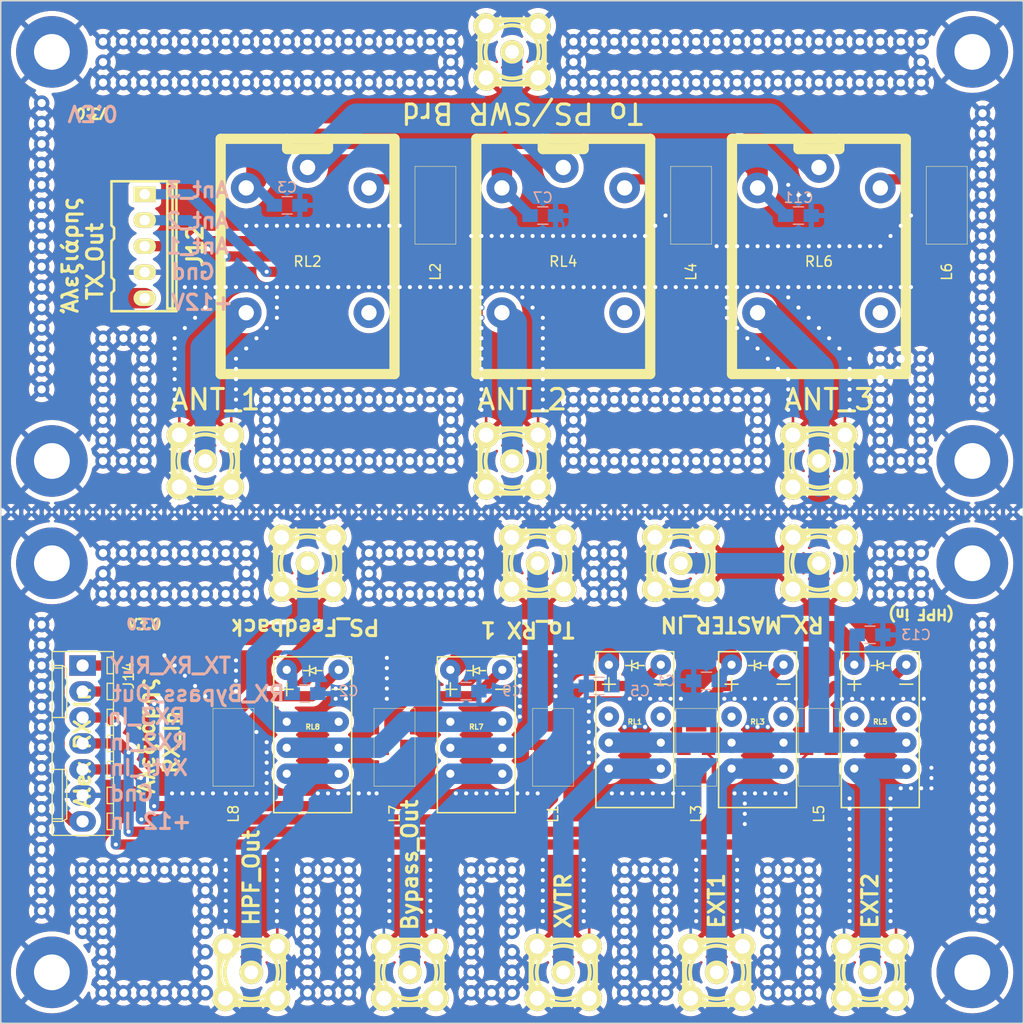
<source format=kicad_pcb>
(kicad_pcb (version 20221018) (generator pcbnew)
  (layers (0 "F.Cu" signal) (31 "B.Cu" signal) (34 "B.Paste" user) (35 "F.Paste" user) (36 "B.SilkS" user "B.Silkscreen") (37 "F.SilkS" user "F.Silkscreen") (38 "B.Mask" user) (39 "F.Mask" user) (44 "Edge.Cuts" user))
  (net 0 "")
  (net 1 "GND")
  (net 2 "+12V")
  (net 3 "Net-(J1-Pad1)")
  (net 4 "Net-(J2-Pad1)")
  (net 5 "Net-(J10-Pad1)")
  (net 6 "Xvtr_IN")
  (net 7 "RX2_IN")
  (net 8 "RX3_IN")
  (net 9 "RX_BYPASS_OUT")
  (net 10 "Ant_1")
  (net 11 "Ant_2")
  (net 12 "Ant_3")
  (net 13 "Net-(J15-Pad1)")
  (net 14 "Net-(L2-Pad1)")
  (net 15 "Net-(L4-Pad1)")
  (net 16 "Net-(L6-Pad1)")
  (net 17 "Net-(L1-Pad1)")
  (net 18 "Net-(L3-Pad1)")
  (net 19 "Net-(L5-Pad1)")
  (net 20 "Net-(L7-Pad1)")
  (net 21 "Net-(J32-Pad1)")
  (net 22 "TX_RX_RLY")
  (net 23 "Net-(L8-Pad1)")
  (net 24 "Net-(RL7-Pad10)")
  (net 25 "Net-(J3-Pad1)")
  (net 26 "Net-(J4-Pad1)")
  (net 27 "Net-(J5-Pad1)")
  (net 28 "Net-(J6-Pad1)")
  (net 29 "Net-(J13-Pad1)")
  (net 30 "Net-(J37-Pad1)")
  (net 31 "Net-(J8-Pad1)")
  (footprint "2_Form_C_Relay:THT_2_formC" (layer "F.Cu") (at 82 95)
    (fp_text reference "RL1")
    (fp_text value "EC2-12NU")
  )
  (footprint "Omron_G5LE:Omron_G5LE" (layer "F.Cu") (at 50 50)
    (fp_text reference "RL2")
    (fp_text value "Omron_G5LE")
  )
  (footprint "2_Form_C_Relay:THT_2_formC" (layer "F.Cu") (at 94 95)
    (fp_text reference "RL3")
    (fp_text value "EC2-12NU")
  )
  (footprint "Omron_G5LE:Omron_G5LE" (layer "F.Cu") (at 75 50)
    (fp_text reference "RL4")
    (fp_text value "Omron_G5LE")
  )
  (footprint "2_Form_C_Relay:THT_2_formC" (layer "F.Cu") (at 106 95)
    (fp_text reference "RL5")
    (fp_text value "EC2-12NU")
  )
  (footprint "Omron_G5LE:Omron_G5LE" (layer "F.Cu") (at 100 50)
    (fp_text reference "RL6")
    (fp_text value "Omron_G5LE")
  )
  (footprint "2_Form_C_Relay:THT_2_formC" (layer "F.Cu") (at 66.5 95.5)
    (fp_text reference "RL7")
    (fp_text value "EC2-12NU")
  )
  (footprint "conn_rf:sma_straight_32k101-400l5" (layer "F.Cu") (at 75 120)
    (fp_text reference "J1" hide)
    (fp_text value "CONN_COAXIAL" hide)
  )
  (footprint "conn_rf:sma_straight_32k101-400l5" (layer "F.Cu") (at 40 70)
    (fp_text reference "J2" hide)
    (fp_text value "CONN_COAXIAL" hide)
  )
  (footprint "conn_rf:sma_straight_32k101-400l5" (layer "F.Cu") (at 90 120)
    (fp_text reference "J3" hide)
    (fp_text value "CONN_COAXIAL" hide)
  )
  (footprint "conn_rf:sma_straight_32k101-400l5" (layer "F.Cu") (at 70 30)
    (fp_text reference "J4" hide)
    (fp_text value "CONN_COAXIAL" hide)
  )
  (footprint "conn_rf:sma_straight_32k101-400l5" (layer "F.Cu") (at 70 70)
    (fp_text reference "J5" hide)
    (fp_text value "CONN_COAXIAL" hide)
  )
  (footprint "conn_rf:sma_straight_32k101-400l5" (layer "F.Cu") (at 105 120)
    (fp_text reference "J6" hide)
    (fp_text value "CONN_COAXIAL" hide)
  )
  (footprint "conn_rf:sma_straight_32k101-400l5" (layer "F.Cu") (at 60 120)
    (fp_text reference "J8" hide)
    (fp_text value "CONN_COAXIAL" hide)
  )
  (footprint "conn_rf:sma_straight_32k101-400l5" (layer "F.Cu") (at 100 80)
    (fp_text reference "J9" hide)
    (fp_text value "CONN_COAXIAL" hide)
  )
  (footprint "conn_rf:sma_straight_32k101-400l5" (layer "F.Cu") (at 100 70)
    (fp_text reference "J10" hide)
    (fp_text value "CONN_COAXIAL" hide)
  )
  (footprint "conn_kk100:kk100_22-23-2051" (layer "F.Cu") (at 34 49 -90)
    (fp_text reference "J12")
    (fp_text value "CONN_01X05" hide)
  )
  (footprint "conn_rf:sma_straight_32k101-400l5" (layer "F.Cu") (at 72.5 80)
    (fp_text reference "J15" hide)
    (fp_text value "CONN_COAXIAL" hide)
  )
  (footprint "Mounting_Holes:MountingHole_3.5mm_Pad" (layer "F.Cu") (at 115 70)
    (fp_text reference "J16" hide)
    (fp_text value "CONN_01X01" hide)
  )
  (footprint "Mounting_Holes:MountingHole_3.5mm_Pad" (layer "F.Cu") (at 25 70)
    (fp_text reference "J17" hide)
    (fp_text value "CONN_01X01" hide)
  )
  (footprint "Mounting_Holes:MountingHole_3.5mm_Pad" (layer "F.Cu") (at 25 120)
    (fp_text reference "J18" hide)
    (fp_text value "CONN_01X01" hide)
  )
  (footprint "Mounting_Holes:MountingHole_3.5mm_Pad" (layer "F.Cu") (at 115 120)
    (fp_text reference "J19" hide)
    (fp_text value "CONN_01X01" hide)
  )
  (footprint "Mounting_Holes:MountingHole_3.5mm_Pad" (layer "F.Cu") (at 115 80)
    (fp_text reference "J20" hide)
    (fp_text value "CONN_01X01" hide)
  )
  (footprint "Mounting_Holes:MountingHole_3.5mm_Pad" (layer "F.Cu") (at 25 80)
    (fp_text reference "J21" hide)
    (fp_text value "CONN_01X01" hide)
  )
  (footprint "Mounting_Holes:MountingHole_3.5mm_Pad" (layer "F.Cu") (at 25 30)
    (fp_text reference "J22" hide)
    (fp_text value "CONN_01X01" hide)
  )
  (footprint "Mounting_Holes:MountingHole_3.5mm_Pad" (layer "F.Cu") (at 115 30)
    (fp_text reference "J23" hide)
    (fp_text value "CONN_01X01" hide)
  )
  (footprint "Ferrite_LC_NFM41P:Ferrite_LC_NFM41P" (layer "F.Cu") (at 74 98 -90)
    (fp_text reference "L1")
    (fp_text value "L_cap")
  )
  (footprint "Ferrite_LC_NFM41P:Ferrite_LC_NFM41P" (layer "F.Cu") (at 62.5 45 -90)
    (fp_text reference "L2")
    (fp_text value "L_cap")
  )
  (footprint "Ferrite_LC_NFM41P:Ferrite_LC_NFM41P" (layer "F.Cu") (at 88 98 -90)
    (fp_text reference "L3")
    (fp_text value "L_cap")
  )
  (footprint "Ferrite_LC_NFM41P:Ferrite_LC_NFM41P" (layer "F.Cu") (at 87.5 45 -90)
    (fp_text reference "L4")
    (fp_text value "L_cap")
  )
  (footprint "Ferrite_LC_NFM41P:Ferrite_LC_NFM41P" (layer "F.Cu") (at 100 98 -90)
    (fp_text reference "L5")
    (fp_text value "L_cap")
  )
  (footprint "Ferrite_LC_NFM41P:Ferrite_LC_NFM41P" (layer "F.Cu") (at 112.5 45 -90)
    (fp_text reference "L6")
    (fp_text value "L_cap")
  )
  (footprint "Ferrite_LC_NFM41P:Ferrite_LC_NFM41P" (layer "F.Cu") (at 58.5 98 -90)
    (fp_text reference "L7")
    (fp_text value "L_cap")
  )
  (footprint "conn_rf:sma_straight_32k101-400l5" (layer "F.Cu") (at 50 80)
    (fp_text reference "J13" hide)
    (fp_text value "CONN_COAXIAL" hide)
  )
  (footprint "Connectors_Molex:Molex_KK-6410-07_07x2.54mm_Straight" (layer "F.Cu") (at 28 90 -90)
    (fp_text reference "J14")
    (fp_text value "Conn_01x07")
  )
  (footprint "conn_rf:sma_straight_32k101-400l5" (layer "F.Cu") (at 44.5 120)
    (fp_text reference "J37" hide)
    (fp_text value "CONN_COAXIAL" hide)
  )
  (footprint "Ferrite_LC_NFM41P:Ferrite_LC_NFM41P" (layer "F.Cu") (at 42.75 98 -90)
    (fp_text reference "L8")
    (fp_text value "L_cap")
  )
  (footprint "2_Form_C_Relay:THT_2_formC" (layer "F.Cu") (at 50.5 95.5)
    (fp_text reference "RL8")
    (fp_text value "EC2-12NU")
  )
  (footprint "conn_rf:sma_straight_32k101-400l5" (layer "F.Cu") (at 86.5 80 90)
    (fp_text reference "J32" hide)
    (fp_text value "CONN_COAXIAL" hide)
  )
  (footprint "via:via" (layer "F.Cu") (at 30 79)
    (fp_text reference "REF**" hide)
    (fp_text value "via" hide)
  )
  (footprint "via:via" (layer "F.Cu") (at 32 79)
    (fp_text reference "REF**" hide)
    (fp_text value "via" hide)
  )
  (footprint "via:via" (layer "F.Cu") (at 34 79)
    (fp_text reference "REF**" hide)
    (fp_text value "via" hide)
  )
  (footprint "via:via" (layer "F.Cu") (at 36 79)
    (fp_text reference "REF**" hide)
    (fp_text value "via" hide)
  )
  (footprint "via:via" (layer "F.Cu") (at 38 79)
    (fp_text reference "REF**" hide)
    (fp_text value "via" hide)
  )
  (footprint "via:via" (layer "F.Cu") (at 40 79)
    (fp_text reference "REF**" hide)
    (fp_text value "via" hide)
  )
  (footprint "via:via" (layer "F.Cu") (at 42 79)
    (fp_text reference "REF**" hide)
    (fp_text value "via" hide)
  )
  (footprint "via:via" (layer "F.Cu") (at 44 79)
    (fp_text reference "REF**" hide)
    (fp_text value "via" hide)
  )
  (footprint "via:via" (layer "F.Cu") (at 30 81)
    (fp_text reference "REF**" hide)
    (fp_text value "via" hide)
  )
  (footprint "via:via" (layer "F.Cu") (at 44 81)
    (fp_text reference "REF**" hide)
    (fp_text value "via" hide)
  )
  (footprint "via:via" (layer "F.Cu") (at 30 83)
    (fp_text reference "REF**" hide)
    (fp_text value "via" hide)
  )
  (footprint "via:via" (layer "F.Cu") (at 32 83)
    (fp_text reference "REF**" hide)
    (fp_text value "via" hide)
  )
  (footprint "via:via" (layer "F.Cu") (at 34 83)
    (fp_text reference "REF**" hide)
    (fp_text value "via" hide)
  )
  (footprint "via:via" (layer "F.Cu") (at 36 83)
    (fp_text reference "REF**" hide)
    (fp_text value "via" hide)
  )
  (footprint "via:via" (layer "F.Cu") (at 38 83)
    (fp_text reference "REF**" hide)
    (fp_text value "via" hide)
  )
  (footprint "via:via" (layer "F.Cu") (at 40 83)
    (fp_text reference "REF**" hide)
    (fp_text value "via" hide)
  )
  (footprint "via:via" (layer "F.Cu") (at 42 83)
    (fp_text reference "REF**" hide)
    (fp_text value "via" hide)
  )
  (footprint "via:via" (layer "F.Cu") (at 44 83)
    (fp_text reference "REF**" hide)
    (fp_text value "via" hide)
  )
  (footprint "via:via" (layer "F.Cu") (at 66 83)
    (fp_text reference "REF**" hide)
    (fp_text value "via" hide)
  )
  (footprint "via:via" (layer "F.Cu") (at 64 83)
    (fp_text reference "REF**" hide)
    (fp_text value "via" hide)
  )
  (footprint "via:via" (layer "F.Cu") (at 62 83)
    (fp_text reference "REF**" hide)
    (fp_text value "via" hide)
  )
  (footprint "via:via" (layer "F.Cu") (at 60 83)
    (fp_text reference "REF**" hide)
    (fp_text value "via" hide)
  )
  (footprint "via:via" (layer "F.Cu") (at 58 83)
    (fp_text reference "REF**" hide)
    (fp_text value "via" hide)
  )
  (footprint "via:via" (layer "F.Cu") (at 56 83)
    (fp_text reference "REF**" hide)
    (fp_text value "via" hide)
  )
  (footprint "via:via" (layer "F.Cu") (at 66 81)
    (fp_text reference "REF**" hide)
    (fp_text value "via" hide)
  )
  (footprint "via:via" (layer "F.Cu") (at 56 81)
    (fp_text reference "REF**" hide)
    (fp_text value "via" hide)
  )
  (footprint "via:via" (layer "F.Cu") (at 66 79)
    (fp_text reference "REF**" hide)
    (fp_text value "via" hide)
  )
  (footprint "via:via" (layer "F.Cu") (at 64 79)
    (fp_text reference "REF**" hide)
    (fp_text value "via" hide)
  )
  (footprint "via:via" (layer "F.Cu") (at 62 79)
    (fp_text reference "REF**" hide)
    (fp_text value "via" hide)
  )
  (footprint "via:via" (layer "F.Cu") (at 60 79)
    (fp_text reference "REF**" hide)
    (fp_text value "via" hide)
  )
  (footprint "via:via" (layer "F.Cu") (at 58 79)
    (fp_text reference "REF**" hide)
    (fp_text value "via" hide)
  )
  (footprint "via:via" (layer "F.Cu") (at 56 79)
    (fp_text reference "REF**" hide)
    (fp_text value "via" hide)
  )
  (footprint "via:via" (layer "F.Cu") (at 78 79)
    (fp_text reference "REF**" hide)
    (fp_text value "via" hide)
  )
  (footprint "via:via" (layer "F.Cu") (at 80 79)
    (fp_text reference "REF**" hide)
    (fp_text value "via" hide)
  )
  (footprint "via:via" (layer "F.Cu") (at 78 81)
    (fp_text reference "REF**" hide)
    (fp_text value "via" hide)
  )
  (footprint "via:via" (layer "F.Cu") (at 80 81)
    (fp_text reference "REF**" hide)
    (fp_text value "via" hide)
  )
  (footprint "via:via" (layer "F.Cu") (at 78 83)
    (fp_text reference "REF**" hide)
    (fp_text value "via" hide)
  )
  (footprint "via:via" (layer "F.Cu") (at 80 83)
    (fp_text reference "REF**" hide)
    (fp_text value "via" hide)
  )
  (footprint "via:via" (layer "F.Cu") (at 106 79)
    (fp_text reference "REF**" hide)
    (fp_text value "via" hide)
  )
  (footprint "via:via" (layer "F.Cu") (at 108 79)
    (fp_text reference "REF**" hide)
    (fp_text value "via" hide)
  )
  (footprint "via:via" (layer "F.Cu") (at 110 79)
    (fp_text reference "REF**" hide)
    (fp_text value "via" hide)
  )
  (footprint "via:via" (layer "F.Cu") (at 106 81)
    (fp_text reference "REF**" hide)
    (fp_text value "via" hide)
  )
  (footprint "via:via" (layer "F.Cu") (at 110 81)
    (fp_text reference "REF**" hide)
    (fp_text value "via" hide)
  )
  (footprint "via:via" (layer "F.Cu") (at 106 83)
    (fp_text reference "REF**" hide)
    (fp_text value "via" hide)
  )
  (footprint "via:via" (layer "F.Cu") (at 108 83)
    (fp_text reference "REF**" hide)
    (fp_text value "via" hide)
  )
  (footprint "via:via" (layer "F.Cu") (at 110 83)
    (fp_text reference "REF**" hide)
    (fp_text value "via" hide)
  )
  (footprint "via:via" (layer "F.Cu") (at 76 29)
    (fp_text reference "REF**" hide)
    (fp_text value "via" hide)
  )
  (footprint "via:via" (layer "F.Cu") (at 78 29)
    (fp_text reference "REF**" hide)
    (fp_text value "via" hide)
  )
  (footprint "via:via" (layer "F.Cu") (at 80 29)
    (fp_text reference "REF**" hide)
    (fp_text value "via" hide)
  )
  (footprint "via:via" (layer "F.Cu") (at 82 29)
    (fp_text reference "REF**" hide)
    (fp_text value "via" hide)
  )
  (footprint "via:via" (layer "F.Cu") (at 84 29)
    (fp_text reference "REF**" hide)
    (fp_text value "via" hide)
  )
  (footprint "via:via" (layer "F.Cu") (at 86 29)
    (fp_text reference "REF**" hide)
    (fp_text value "via" hide)
  )
  (footprint "via:via" (layer "F.Cu") (at 88 29)
    (fp_text reference "REF**" hide)
    (fp_text value "via" hide)
  )
  (footprint "via:via" (layer "F.Cu") (at 90 29)
    (fp_text reference "REF**" hide)
    (fp_text value "via" hide)
  )
  (footprint "via:via" (layer "F.Cu") (at 92 29)
    (fp_text reference "REF**" hide)
    (fp_text value "via" hide)
  )
  (footprint "via:via" (layer "F.Cu") (at 94 29)
    (fp_text reference "REF**" hide)
    (fp_text value "via" hide)
  )
  (footprint "via:via" (layer "F.Cu") (at 96 29)
    (fp_text reference "REF**" hide)
    (fp_text value "via" hide)
  )
  (footprint "via:via" (layer "F.Cu") (at 98 29)
    (fp_text reference "REF**" hide)
    (fp_text value "via" hide)
  )
  (footprint "via:via" (layer "F.Cu") (at 100 29)
    (fp_text reference "REF**" hide)
    (fp_text value "via" hide)
  )
  (footprint "via:via" (layer "F.Cu") (at 102 29)
    (fp_text reference "REF**" hide)
    (fp_text value "via" hide)
  )
  (footprint "via:via" (layer "F.Cu") (at 104 29)
    (fp_text reference "REF**" hide)
    (fp_text value "via" hide)
  )
  (footprint "via:via" (layer "F.Cu") (at 106 29)
    (fp_text reference "REF**" hide)
    (fp_text value "via" hide)
  )
  (footprint "via:via" (layer "F.Cu") (at 108 29)
    (fp_text reference "REF**" hide)
    (fp_text value "via" hide)
  )
  (footprint "via:via" (layer "F.Cu") (at 110 29)
    (fp_text reference "REF**" hide)
    (fp_text value "via" hide)
  )
  (footprint "via:via" (layer "F.Cu") (at 76 31)
    (fp_text reference "REF**" hide)
    (fp_text value "via" hide)
  )
  (footprint "via:via" (layer "F.Cu") (at 110 31)
    (fp_text reference "REF**" hide)
    (fp_text value "via" hide)
  )
  (footprint "via:via" (layer "F.Cu") (at 76 33)
    (fp_text reference "REF**" hide)
    (fp_text value "via" hide)
  )
  (footprint "via:via" (layer "F.Cu") (at 78 33)
    (fp_text reference "REF**" hide)
    (fp_text value "via" hide)
  )
  (footprint "via:via" (layer "F.Cu") (at 80 33)
    (fp_text reference "REF**" hide)
    (fp_text value "via" hide)
  )
  (footprint "via:via" (layer "F.Cu") (at 82 33)
    (fp_text reference "REF**" hide)
    (fp_text value "via" hide)
  )
  (footprint "via:via" (layer "F.Cu") (at 84 33)
    (fp_text reference "REF**" hide)
    (fp_text value "via" hide)
  )
  (footprint "via:via" (layer "F.Cu") (at 86 33)
    (fp_text reference "REF**" hide)
    (fp_text value "via" hide)
  )
  (footprint "via:via" (layer "F.Cu") (at 88 33)
    (fp_text reference "REF**" hide)
    (fp_text value "via" hide)
  )
  (footprint "via:via" (layer "F.Cu") (at 90 33)
    (fp_text reference "REF**" hide)
    (fp_text value "via" hide)
  )
  (footprint "via:via" (layer "F.Cu") (at 92 33)
    (fp_text reference "REF**" hide)
    (fp_text value "via" hide)
  )
  (footprint "via:via" (layer "F.Cu") (at 94 33)
    (fp_text reference "REF**" hide)
    (fp_text value "via" hide)
  )
  (footprint "via:via" (layer "F.Cu") (at 96 33)
    (fp_text reference "REF**" hide)
    (fp_text value "via" hide)
  )
  (footprint "via:via" (layer "F.Cu") (at 98 33)
    (fp_text reference "REF**" hide)
    (fp_text value "via" hide)
  )
  (footprint "via:via" (layer "F.Cu") (at 100 33)
    (fp_text reference "REF**" hide)
    (fp_text value "via" hide)
  )
  (footprint "via:via" (layer "F.Cu") (at 102 33)
    (fp_text reference "REF**" hide)
    (fp_text value "via" hide)
  )
  (footprint "via:via" (layer "F.Cu") (at 104 33)
    (fp_text reference "REF**" hide)
    (fp_text value "via" hide)
  )
  (footprint "via:via" (layer "F.Cu") (at 106 33)
    (fp_text reference "REF**" hide)
    (fp_text value "via" hide)
  )
  (footprint "via:via" (layer "F.Cu") (at 108 33)
    (fp_text reference "REF**" hide)
    (fp_text value "via" hide)
  )
  (footprint "via:via" (layer "F.Cu") (at 110 33)
    (fp_text reference "REF**" hide)
    (fp_text value "via" hide)
  )
  (footprint "via:via" (layer "F.Cu") (at 30 29)
    (fp_text reference "REF**" hide)
    (fp_text value "via" hide)
  )
  (footprint "via:via" (layer "F.Cu") (at 32 29)
    (fp_text reference "REF**" hide)
    (fp_text value "via" hide)
  )
  (footprint "via:via" (layer "F.Cu") (at 34 29)
    (fp_text reference "REF**" hide)
    (fp_text value "via" hide)
  )
  (footprint "via:via" (layer "F.Cu") (at 36 29)
    (fp_text reference "REF**" hide)
    (fp_text value "via" hide)
  )
  (footprint "via:via" (layer "F.Cu") (at 38 29)
    (fp_text reference "REF**" hide)
    (fp_text value "via" hide)
  )
  (footprint "via:via" (layer "F.Cu") (at 40 29)
    (fp_text reference "REF**" hide)
    (fp_text value "via" hide)
  )
  (footprint "via:via" (layer "F.Cu") (at 42 29)
    (fp_text reference "REF**" hide)
    (fp_text value "via" hide)
  )
  (footprint "via:via" (layer "F.Cu") (at 44 29)
    (fp_text reference "REF**" hide)
    (fp_text value "via" hide)
  )
  (footprint "via:via" (layer "F.Cu") (at 46 29)
    (fp_text reference "REF**" hide)
    (fp_text value "via" hide)
  )
  (footprint "via:via" (layer "F.Cu") (at 48 29)
    (fp_text reference "REF**" hide)
    (fp_text value "via" hide)
  )
  (footprint "via:via" (layer "F.Cu") (at 50 29)
    (fp_text reference "REF**" hide)
    (fp_text value "via" hide)
  )
  (footprint "via:via" (layer "F.Cu") (at 52 29)
    (fp_text reference "REF**" hide)
    (fp_text value "via" hide)
  )
  (footprint "via:via" (layer "F.Cu") (at 54 29)
    (fp_text reference "REF**" hide)
    (fp_text value "via" hide)
  )
  (footprint "via:via" (layer "F.Cu") (at 56 29)
    (fp_text reference "REF**" hide)
    (fp_text value "via" hide)
  )
  (footprint "via:via" (layer "F.Cu") (at 58 29)
    (fp_text reference "REF**" hide)
    (fp_text value "via" hide)
  )
  (footprint "via:via" (layer "F.Cu") (at 60 29)
    (fp_text reference "REF**" hide)
    (fp_text value "via" hide)
  )
  (footprint "via:via" (layer "F.Cu") (at 62 29)
    (fp_text reference "REF**" hide)
    (fp_text value "via" hide)
  )
  (footprint "via:via" (layer "F.Cu") (at 64 29)
    (fp_text reference "REF**" hide)
    (fp_text value "via" hide)
  )
  (footprint "via:via" (layer "F.Cu") (at 30 31)
    (fp_text reference "REF**" hide)
    (fp_text value "via" hide)
  )
  (footprint "via:via" (layer "F.Cu") (at 64 31)
    (fp_text reference "REF**" hide)
    (fp_text value "via" hide)
  )
  (footprint "via:via" (layer "F.Cu") (at 30 33)
    (fp_text reference "REF**" hide)
    (fp_text value "via" hide)
  )
  (footprint "via:via" (layer "F.Cu") (at 32 33)
    (fp_text reference "REF**" hide)
    (fp_text value "via" hide)
  )
  (footprint "via:via" (layer "F.Cu") (at 34 33)
    (fp_text reference "REF**" hide)
    (fp_text value "via" hide)
  )
  (footprint "via:via" (layer "F.Cu") (at 36 33)
    (fp_text reference "REF**" hide)
    (fp_text value "via" hide)
  )
  (footprint "via:via" (layer "F.Cu") (at 38 33)
    (fp_text reference "REF**" hide)
    (fp_text value "via" hide)
  )
  (footprint "via:via" (layer "F.Cu") (at 40 33)
    (fp_text reference "REF**" hide)
    (fp_text value "via" hide)
  )
  (footprint "via:via" (layer "F.Cu") (at 42 33)
    (fp_text reference "REF**" hide)
    (fp_text value "via" hide)
  )
  (footprint "via:via" (layer "F.Cu") (at 44 33)
    (fp_text reference "REF**" hide)
    (fp_text value "via" hide)
  )
  (footprint "via:via" (layer "F.Cu") (at 46 33)
    (fp_text reference "REF**" hide)
    (fp_text value "via" hide)
  )
  (footprint "via:via" (layer "F.Cu") (at 48 33)
    (fp_text reference "REF**" hide)
    (fp_text value "via" hide)
  )
  (footprint "via:via" (layer "F.Cu") (at 50 33)
    (fp_text reference "REF**" hide)
    (fp_text value "via" hide)
  )
  (footprint "via:via" (layer "F.Cu") (at 52 33)
    (fp_text reference "REF**" hide)
    (fp_text value "via" hide)
  )
  (footprint "via:via" (layer "F.Cu") (at 54 33)
    (fp_text reference "REF**" hide)
    (fp_text value "via" hide)
  )
  (footprint "via:via" (layer "F.Cu") (at 56 33)
    (fp_text reference "REF**" hide)
    (fp_text value "via" hide)
  )
  (footprint "via:via" (layer "F.Cu") (at 58 33)
    (fp_text reference "REF**" hide)
    (fp_text value "via" hide)
  )
  (footprint "via:via" (layer "F.Cu") (at 60 33)
    (fp_text reference "REF**" hide)
    (fp_text value "via" hide)
  )
  (footprint "via:via" (layer "F.Cu") (at 62 33)
    (fp_text reference "REF**" hide)
    (fp_text value "via" hide)
  )
  (footprint "via:via" (layer "F.Cu") (at 64 33)
    (fp_text reference "REF**" hide)
    (fp_text value "via" hide)
  )
  (footprint "via:via" (layer "F.Cu") (at 60 70)
    (fp_text reference "REF**" hide)
    (fp_text value "via" hide)
  )
  (footprint "via:via" (layer "F.Cu") (at 58 70)
    (fp_text reference "REF**" hide)
    (fp_text value "via" hide)
  )
  (footprint "via:via" (layer "F.Cu") (at 56 70)
    (fp_text reference "REF**" hide)
    (fp_text value "via" hide)
  )
  (footprint "via:via" (layer "F.Cu") (at 54 70)
    (fp_text reference "REF**" hide)
    (fp_text value "via" hide)
  )
  (footprint "via:via" (layer "F.Cu") (at 52 70)
    (fp_text reference "REF**" hide)
    (fp_text value "via" hide)
  )
  (footprint "via:via" (layer "F.Cu") (at 50 70)
    (fp_text reference "REF**" hide)
    (fp_text value "via" hide)
  )
  (footprint "via:via" (layer "F.Cu") (at 48 70)
    (fp_text reference "REF**" hide)
    (fp_text value "via" hide)
  )
  (footprint "via:via" (layer "F.Cu") (at 46 70)
    (fp_text reference "REF**" hide)
    (fp_text value "via" hide)
  )
  (footprint "via:via" (layer "F.Cu") (at 46 68)
    (fp_text reference "REF**" hide)
    (fp_text value "via" hide)
  )
  (footprint "via:via" (layer "F.Cu") (at 46 66)
    (fp_text reference "REF**" hide)
    (fp_text value "via" hide)
  )
  (footprint "via:via" (layer "F.Cu") (at 64 66)
    (fp_text reference "REF**" hide)
    (fp_text value "via" hide)
  )
  (footprint "via:via" (layer "F.Cu") (at 64 68)
    (fp_text reference "REF**" hide)
    (fp_text value "via" hide)
  )
  (footprint "via:via" (layer "F.Cu") (at 62 70)
    (fp_text reference "REF**" hide)
    (fp_text value "via" hide)
  )
  (footprint "via:via" (layer "F.Cu") (at 64 70)
    (fp_text reference "REF**" hide)
    (fp_text value "via" hide)
  )
  (footprint "via:via" (layer "F.Cu") (at 64 64)
    (fp_text reference "REF**" hide)
    (fp_text value "via" hide)
  )
  (footprint "via:via" (layer "F.Cu") (at 62 64)
    (fp_text reference "REF**" hide)
    (fp_text value "via" hide)
  )
  (footprint "via:via" (layer "F.Cu") (at 46 64)
    (fp_text reference "REF**" hide)
    (fp_text value "via" hide)
  )
  (footprint "via:via" (layer "F.Cu") (at 48 64)
    (fp_text reference "REF**" hide)
    (fp_text value "via" hide)
  )
  (footprint "via:via" (layer "F.Cu") (at 50 64)
    (fp_text reference "REF**" hide)
    (fp_text value "via" hide)
  )
  (footprint "via:via" (layer "F.Cu") (at 52 64)
    (fp_text reference "REF**" hide)
    (fp_text value "via" hide)
  )
  (footprint "via:via" (layer "F.Cu") (at 54 64)
    (fp_text reference "REF**" hide)
    (fp_text value "via" hide)
  )
  (footprint "via:via" (layer "F.Cu") (at 56 64)
    (fp_text reference "REF**" hide)
    (fp_text value "via" hide)
  )
  (footprint "via:via" (layer "F.Cu") (at 58 64)
    (fp_text reference "REF**" hide)
    (fp_text value "via" hide)
  )
  (footprint "via:via" (layer "F.Cu") (at 60 64)
    (fp_text reference "REF**" hide)
    (fp_text value "via" hide)
  )
  (footprint "via:via" (layer "F.Cu") (at 90 64)
    (fp_text reference "REF**" hide)
    (fp_text value "via" hide)
  )
  (footprint "via:via" (layer "F.Cu") (at 88 64)
    (fp_text reference "REF**" hide)
    (fp_text value "via" hide)
  )
  (footprint "via:via" (layer "F.Cu") (at 86 64)
    (fp_text reference "REF**" hide)
    (fp_text value "via" hide)
  )
  (footprint "via:via" (layer "F.Cu") (at 84 64)
    (fp_text reference "REF**" hide)
    (fp_text value "via" hide)
  )
  (footprint "via:via" (layer "F.Cu") (at 82 64)
    (fp_text reference "REF**" hide)
    (fp_text value "via" hide)
  )
  (footprint "via:via" (layer "F.Cu") (at 80 64)
    (fp_text reference "REF**" hide)
    (fp_text value "via" hide)
  )
  (footprint "via:via" (layer "F.Cu") (at 78 64)
    (fp_text reference "REF**" hide)
    (fp_text value "via" hide)
  )
  (footprint "via:via" (layer "F.Cu") (at 76 64)
    (fp_text reference "REF**" hide)
    (fp_text value "via" hide)
  )
  (footprint "via:via" (layer "F.Cu") (at 92 64)
    (fp_text reference "REF**" hide)
    (fp_text value "via" hide)
  )
  (footprint "via:via" (layer "F.Cu") (at 94 64)
    (fp_text reference "REF**" hide)
    (fp_text value "via" hide)
  )
  (footprint "via:via" (layer "F.Cu") (at 94 70)
    (fp_text reference "REF**" hide)
    (fp_text value "via" hide)
  )
  (footprint "via:via" (layer "F.Cu") (at 92 70)
    (fp_text reference "REF**" hide)
    (fp_text value "via" hide)
  )
  (footprint "via:via" (layer "F.Cu") (at 94 68)
    (fp_text reference "REF**" hide)
    (fp_text value "via" hide)
  )
  (footprint "via:via" (layer "F.Cu") (at 94 66)
    (fp_text reference "REF**" hide)
    (fp_text value "via" hide)
  )
  (footprint "via:via" (layer "F.Cu") (at 76 66)
    (fp_text reference "REF**" hide)
    (fp_text value "via" hide)
  )
  (footprint "via:via" (layer "F.Cu") (at 76 68)
    (fp_text reference "REF**" hide)
    (fp_text value "via" hide)
  )
  (footprint "via:via" (layer "F.Cu") (at 76 70)
    (fp_text reference "REF**" hide)
    (fp_text value "via" hide)
  )
  (footprint "via:via" (layer "F.Cu") (at 78 70)
    (fp_text reference "REF**" hide)
    (fp_text value "via" hide)
  )
  (footprint "via:via" (layer "F.Cu") (at 80 70)
    (fp_text reference "REF**" hide)
    (fp_text value "via" hide)
  )
  (footprint "via:via" (layer "F.Cu") (at 82 70)
    (fp_text reference "REF**" hide)
    (fp_text value "via" hide)
  )
  (footprint "via:via" (layer "F.Cu") (at 84 70)
    (fp_text reference "REF**" hide)
    (fp_text value "via" hide)
  )
  (footprint "via:via" (layer "F.Cu") (at 86 70)
    (fp_text reference "REF**" hide)
    (fp_text value "via" hide)
  )
  (footprint "via:via" (layer "F.Cu") (at 88 70)
    (fp_text reference "REF**" hide)
    (fp_text value "via" hide)
  )
  (footprint "via:via" (layer "F.Cu") (at 90 70)
    (fp_text reference "REF**" hide)
    (fp_text value "via" hide)
  )
  (footprint "via:via" (layer "F.Cu") (at 34 64)
    (fp_text reference "REF**" hide)
    (fp_text value "via" hide)
  )
  (footprint "via:via" (layer "F.Cu") (at 30 64)
    (fp_text reference "REF**" hide)
    (fp_text value "via" hide)
  )
  (footprint "via:via" (layer "F.Cu") (at 30 66)
    (fp_text reference "REF**" hide)
    (fp_text value "via" hide)
  )
  (footprint "via:via" (layer "F.Cu") (at 34 66)
    (fp_text reference "REF**" hide)
    (fp_text value "via" hide)
  )
  (footprint "via:via" (layer "F.Cu") (at 30 68)
    (fp_text reference "REF**" hide)
    (fp_text value "via" hide)
  )
  (footprint "via:via" (layer "F.Cu") (at 34 68)
    (fp_text reference "REF**" hide)
    (fp_text value "via" hide)
  )
  (footprint "via:via" (layer "F.Cu") (at 30 70)
    (fp_text reference "REF**" hide)
    (fp_text value "via" hide)
  )
  (footprint "via:via" (layer "F.Cu") (at 32 70)
    (fp_text reference "REF**" hide)
    (fp_text value "via" hide)
  )
  (footprint "via:via" (layer "F.Cu") (at 34 70)
    (fp_text reference "REF**" hide)
    (fp_text value "via" hide)
  )
  (footprint "via:via" (layer "F.Cu") (at 34 62)
    (fp_text reference "REF**" hide)
    (fp_text value "via" hide)
  )
  (footprint "via:via" (layer "F.Cu") (at 30 62)
    (fp_text reference "REF**" hide)
    (fp_text value "via" hide)
  )
  (footprint "via:via" (layer "F.Cu") (at 34 60)
    (fp_text reference "REF**" hide)
    (fp_text value "via" hide)
  )
  (footprint "via:via" (layer "F.Cu") (at 30 60)
    (fp_text reference "REF**" hide)
    (fp_text value "via" hide)
  )
  (footprint "via:via" (layer "F.Cu") (at 30 58)
    (fp_text reference "REF**" hide)
    (fp_text value "via" hide)
  )
  (footprint "via:via" (layer "F.Cu") (at 32 58)
    (fp_text reference "REF**" hide)
    (fp_text value "via" hide)
  )
  (footprint "via:via" (layer "F.Cu") (at 34 58)
    (fp_text reference "REF**" hide)
    (fp_text value "via" hide)
  )
  (footprint "via:via" (layer "F.Cu") (at 106 60)
    (fp_text reference "REF**" hide)
    (fp_text value "via" hide)
  )
  (footprint "via:via" (layer "F.Cu") (at 108 60)
    (fp_text reference "REF**" hide)
    (fp_text value "via" hide)
  )
  (footprint "via:via" (layer "F.Cu") (at 110 60)
    (fp_text reference "REF**" hide)
    (fp_text value "via" hide)
  )
  (footprint "via:via" (layer "F.Cu") (at 106 62)
    (fp_text reference "REF**" hide)
    (fp_text value "via" hide)
  )
  (footprint "via:via" (layer "F.Cu") (at 110 62)
    (fp_text reference "REF**" hide)
    (fp_text value "via" hide)
  )
  (footprint "via:via" (layer "F.Cu") (at 110 70)
    (fp_text reference "REF**" hide)
    (fp_text value "via" hide)
  )
  (footprint "via:via" (layer "F.Cu") (at 108 70)
    (fp_text reference "REF**" hide)
    (fp_text value "via" hide)
  )
  (footprint "via:via" (layer "F.Cu") (at 106 70)
    (fp_text reference "REF**" hide)
    (fp_text value "via" hide)
  )
  (footprint "via:via" (layer "F.Cu") (at 110 68)
    (fp_text reference "REF**" hide)
    (fp_text value "via" hide)
  )
  (footprint "via:via" (layer "F.Cu") (at 106 68)
    (fp_text reference "REF**" hide)
    (fp_text value "via" hide)
  )
  (footprint "via:via" (layer "F.Cu") (at 110 66)
    (fp_text reference "REF**" hide)
    (fp_text value "via" hide)
  )
  (footprint "via:via" (layer "F.Cu") (at 106 66)
    (fp_text reference "REF**" hide)
    (fp_text value "via" hide)
  )
  (footprint "via:via" (layer "F.Cu") (at 106 64)
    (fp_text reference "REF**" hide)
    (fp_text value "via" hide)
  )
  (footprint "via:via" (layer "F.Cu") (at 110 64)
    (fp_text reference "REF**" hide)
    (fp_text value "via" hide)
  )
  (footprint "via:via" (layer "F.Cu") (at 40 116)
    (fp_text reference "REF**" hide)
    (fp_text value "via" hide)
  )
  (footprint "via:via" (layer "F.Cu") (at 30 116)
    (fp_text reference "REF**" hide)
    (fp_text value "via" hide)
  )
  (footprint "via:via" (layer "F.Cu") (at 28 116)
    (fp_text reference "REF**" hide)
    (fp_text value "via" hide)
  )
  (footprint "via:via" (layer "F.Cu") (at 40 114)
    (fp_text reference "REF**" hide)
    (fp_text value "via" hide)
  )
  (footprint "via:via" (layer "F.Cu") (at 30 114)
    (fp_text reference "REF**" hide)
    (fp_text value "via" hide)
  )
  (footprint "via:via" (layer "F.Cu") (at 28 114)
    (fp_text reference "REF**" hide)
    (fp_text value "via" hide)
  )
  (footprint "via:via" (layer "F.Cu") (at 40 112)
    (fp_text reference "REF**" hide)
    (fp_text value "via" hide)
  )
  (footprint "via:via" (layer "F.Cu") (at 30 112)
    (fp_text reference "REF**" hide)
    (fp_text value "via" hide)
  )
  (footprint "via:via" (layer "F.Cu") (at 28 112)
    (fp_text reference "REF**" hide)
    (fp_text value "via" hide)
  )
  (footprint "via:via" (layer "F.Cu") (at 40 110)
    (fp_text reference "REF**" hide)
    (fp_text value "via" hide)
  )
  (footprint "via:via" (layer "F.Cu") (at 38 110)
    (fp_text reference "REF**" hide)
    (fp_text value "via" hide)
  )
  (footprint "via:via" (layer "F.Cu") (at 36 110)
    (fp_text reference "REF**" hide)
    (fp_text value "via" hide)
  )
  (footprint "via:via" (layer "F.Cu") (at 34 110)
    (fp_text reference "REF**" hide)
    (fp_text value "via" hide)
  )
  (footprint "via:via" (layer "F.Cu") (at 32 110)
    (fp_text reference "REF**" hide)
    (fp_text value "via" hide)
  )
  (footprint "via:via" (layer "F.Cu") (at 30 110)
    (fp_text reference "REF**" hide)
    (fp_text value "via" hide)
  )
  (footprint "via:via" (layer "F.Cu") (at 28 110)
    (fp_text reference "REF**" hide)
    (fp_text value "via" hide)
  )
  (footprint "via:via" (layer "F.Cu") (at 30 118)
    (fp_text reference "REF**" hide)
    (fp_text value "via" hide)
  )
  (footprint "via:via" (layer "F.Cu") (at 40 118)
    (fp_text reference "REF**" hide)
    (fp_text value "via" hide)
  )
  (footprint "via:via" (layer "F.Cu") (at 30 120)
    (fp_text reference "REF**" hide)
    (fp_text value "via" hide)
  )
  (footprint "via:via" (layer "F.Cu") (at 40 120)
    (fp_text reference "REF**" hide)
    (fp_text value "via" hide)
  )
  (footprint "via:via" (layer "F.Cu") (at 30 122)
    (fp_text reference "REF**" hide)
    (fp_text value "via" hide)
  )
  (footprint "via:via" (layer "F.Cu") (at 32 122)
    (fp_text reference "REF**" hide)
    (fp_text value "via" hide)
  )
  (footprint "via:via" (layer "F.Cu") (at 34 122)
    (fp_text reference "REF**" hide)
    (fp_text value "via" hide)
  )
  (footprint "via:via" (layer "F.Cu") (at 36 122)
    (fp_text reference "REF**" hide)
    (fp_text value "via" hide)
  )
  (footprint "via:via" (layer "F.Cu") (at 38 122)
    (fp_text reference "REF**" hide)
    (fp_text value "via" hide)
  )
  (footprint "via:via" (layer "F.Cu") (at 40 122)
    (fp_text reference "REF**" hide)
    (fp_text value "via" hide)
  )
  (footprint "via:via" (layer "F.Cu") (at 54 122)
    (fp_text reference "REF**" hide)
    (fp_text value "via" hide)
  )
  (footprint "via:via" (layer "F.Cu") (at 52 122)
    (fp_text reference "REF**" hide)
    (fp_text value "via" hide)
  )
  (footprint "via:via" (layer "F.Cu") (at 50 122)
    (fp_text reference "REF**" hide)
    (fp_text value "via" hide)
  )
  (footprint "via:via" (layer "F.Cu") (at 54 120)
    (fp_text reference "REF**" hide)
    (fp_text value "via" hide)
  )
  (footprint "via:via" (layer "F.Cu") (at 50 120)
    (fp_text reference "REF**" hide)
    (fp_text value "via" hide)
  )
  (footprint "via:via" (layer "F.Cu") (at 54 118)
    (fp_text reference "REF**" hide)
    (fp_text value "via" hide)
  )
  (footprint "via:via" (layer "F.Cu") (at 50 118)
    (fp_text reference "REF**" hide)
    (fp_text value "via" hide)
  )
  (footprint "via:via" (layer "F.Cu") (at 50 110)
    (fp_text reference "REF**" hide)
    (fp_text value "via" hide)
  )
  (footprint "via:via" (layer "F.Cu") (at 52 110)
    (fp_text reference "REF**" hide)
    (fp_text value "via" hide)
  )
  (footprint "via:via" (layer "F.Cu") (at 54 110)
    (fp_text reference "REF**" hide)
    (fp_text value "via" hide)
  )
  (footprint "via:via" (layer "F.Cu") (at 50 112)
    (fp_text reference "REF**" hide)
    (fp_text value "via" hide)
  )
  (footprint "via:via" (layer "F.Cu") (at 54 112)
    (fp_text reference "REF**" hide)
    (fp_text value "via" hide)
  )
  (footprint "via:via" (layer "F.Cu") (at 50 114)
    (fp_text reference "REF**" hide)
    (fp_text value "via" hide)
  )
  (footprint "via:via" (layer "F.Cu") (at 54 114)
    (fp_text reference "REF**" hide)
    (fp_text value "via" hide)
  )
  (footprint "via:via" (layer "F.Cu") (at 50 116)
    (fp_text reference "REF**" hide)
    (fp_text value "via" hide)
  )
  (footprint "via:via" (layer "F.Cu") (at 54 116)
    (fp_text reference "REF**" hide)
    (fp_text value "via" hide)
  )
  (footprint "via:via" (layer "F.Cu") (at 70 116)
    (fp_text reference "REF**" hide)
    (fp_text value "via" hide)
  )
  (footprint "via:via" (layer "F.Cu") (at 66 116)
    (fp_text reference "REF**" hide)
    (fp_text value "via" hide)
  )
  (footprint "via:via" (layer "F.Cu") (at 70 114)
    (fp_text reference "REF**" hide)
    (fp_text value "via" hide)
  )
  (footprint "via:via" (layer "F.Cu") (at 66 114)
    (fp_text reference "REF**" hide)
    (fp_text value "via" hide)
  )
  (footprint "via:via" (layer "F.Cu") (at 70 112)
    (fp_text reference "REF**" hide)
    (fp_text value "via" hide)
  )
  (footprint "via:via" (layer "F.Cu") (at 66 112)
    (fp_text reference "REF**" hide)
    (fp_text value "via" hide)
  )
  (footprint "via:via" (layer "F.Cu") (at 70 110)
    (fp_text reference "REF**" hide)
    (fp_text value "via" hide)
  )
  (footprint "via:via" (layer "F.Cu") (at 68 110)
    (fp_text reference "REF**" hide)
    (fp_text value "via" hide)
  )
  (footprint "via:via" (layer "F.Cu") (at 66 110)
    (fp_text reference "REF**" hide)
    (fp_text value "via" hide)
  )
  (footprint "via:via" (layer "F.Cu") (at 66 118)
    (fp_text reference "REF**" hide)
    (fp_text value "via" hide)
  )
  (footprint "via:via" (layer "F.Cu") (at 70 118)
    (fp_text reference "REF**" hide)
    (fp_text value "via" hide)
  )
  (footprint "via:via" (layer "F.Cu") (at 66 120)
    (fp_text reference "REF**" hide)
    (fp_text value "via" hide)
  )
  (footprint "via:via" (layer "F.Cu") (at 70 120)
    (fp_text reference "REF**" hide)
    (fp_text value "via" hide)
  )
  (footprint "via:via" (layer "F.Cu") (at 66 122)
    (fp_text reference "REF**" hide)
    (fp_text value "via" hide)
  )
  (footprint "via:via" (layer "F.Cu") (at 68 122)
    (fp_text reference "REF**" hide)
    (fp_text value "via" hide)
  )
  (footprint "via:via" (layer "F.Cu") (at 70 122)
    (fp_text reference "REF**" hide)
    (fp_text value "via" hide)
  )
  (footprint "via:via" (layer "F.Cu") (at 85 122)
    (fp_text reference "REF**" hide)
    (fp_text value "via" hide)
  )
  (footprint "via:via" (layer "F.Cu") (at 83 122)
    (fp_text reference "REF**" hide)
    (fp_text value "via" hide)
  )
  (footprint "via:via" (layer "F.Cu") (at 81 122)
    (fp_text reference "REF**" hide)
    (fp_text value "via" hide)
  )
  (footprint "via:via" (layer "F.Cu") (at 85 120)
    (fp_text reference "REF**" hide)
    (fp_text value "via" hide)
  )
  (footprint "via:via" (layer "F.Cu") (at 81 120)
    (fp_text reference "REF**" hide)
    (fp_text value "via" hide)
  )
  (footprint "via:via" (layer "F.Cu") (at 85 118)
    (fp_text reference "REF**" hide)
    (fp_text value "via" hide)
  )
  (footprint "via:via" (layer "F.Cu") (at 81 118)
    (fp_text reference "REF**" hide)
    (fp_text value "via" hide)
  )
  (footprint "via:via" (layer "F.Cu") (at 81 110)
    (fp_text reference "REF**" hide)
    (fp_text value "via" hide)
  )
  (footprint "via:via" (layer "F.Cu") (at 83 110)
    (fp_text reference "REF**" hide)
    (fp_text value "via" hide)
  )
  (footprint "via:via" (layer "F.Cu") (at 85 110)
    (fp_text reference "REF**" hide)
    (fp_text value "via" hide)
  )
  (footprint "via:via" (layer "F.Cu") (at 81 112)
    (fp_text reference "REF**" hide)
    (fp_text value "via" hide)
  )
  (footprint "via:via" (layer "F.Cu") (at 85 112)
    (fp_text reference "REF**" hide)
    (fp_text value "via" hide)
  )
  (footprint "via:via" (layer "F.Cu") (at 81 114)
    (fp_text reference "REF**" hide)
    (fp_text value "via" hide)
  )
  (footprint "via:via" (layer "F.Cu") (at 85 114)
    (fp_text reference "REF**" hide)
    (fp_text value "via" hide)
  )
  (footprint "via:via" (layer "F.Cu") (at 81 116)
    (fp_text reference "REF**" hide)
    (fp_text value "via" hide)
  )
  (footprint "via:via" (layer "F.Cu") (at 85 116)
    (fp_text reference "REF**" hide)
    (fp_text value "via" hide)
  )
  (footprint "via:via" (layer "F.Cu") (at 99 116)
    (fp_text reference "REF**" hide)
    (fp_text value "via" hide)
  )
  (footprint "via:via" (layer "F.Cu") (at 95 116)
    (fp_text reference "REF**" hide)
    (fp_text value "via" hide)
  )
  (footprint "via:via" (layer "F.Cu") (at 99 114)
    (fp_text reference "REF**" hide)
    (fp_text value "via" hide)
  )
  (footprint "via:via" (layer "F.Cu") (at 95 114)
    (fp_text reference "REF**" hide)
    (fp_text value "via" hide)
  )
  (footprint "via:via" (layer "F.Cu") (at 99 112)
    (fp_text reference "REF**" hide)
    (fp_text value "via" hide)
  )
  (footprint "via:via" (layer "F.Cu") (at 95 112)
    (fp_text reference "REF**" hide)
    (fp_text value "via" hide)
  )
  (footprint "via:via" (layer "F.Cu") (at 99 110)
    (fp_text reference "REF**" hide)
    (fp_text value "via" hide)
  )
  (footprint "via:via" (layer "F.Cu") (at 97 110)
    (fp_text reference "REF**" hide)
    (fp_text value "via" hide)
  )
  (footprint "via:via" (layer "F.Cu") (at 95 110)
    (fp_text reference "REF**" hide)
    (fp_text value "via" hide)
  )
  (footprint "via:via" (layer "F.Cu") (at 95 118)
    (fp_text reference "REF**" hide)
    (fp_text value "via" hide)
  )
  (footprint "via:via" (layer "F.Cu") (at 99 118)
    (fp_text reference "REF**" hide)
    (fp_text value "via" hide)
  )
  (footprint "via:via" (layer "F.Cu") (at 95 120)
    (fp_text reference "REF**" hide)
    (fp_text value "via" hide)
  )
  (footprint "via:via" (layer "F.Cu") (at 99 120)
    (fp_text reference "REF**" hide)
    (fp_text value "via" hide)
  )
  (footprint "via:via" (layer "F.Cu") (at 95 122)
    (fp_text reference "REF**" hide)
    (fp_text value "via" hide)
  )
  (footprint "via:via" (layer "F.Cu") (at 97 122)
    (fp_text reference "REF**" hide)
    (fp_text value "via" hide)
  )
  (footprint "via:via" (layer "F.Cu") (at 99 122)
    (fp_text reference "REF**" hide)
    (fp_text value "via" hide)
  )
  (footprint "via:via" (layer "F.Cu") (at 24 35)
    (fp_text reference "REF**" hide)
    (fp_text value "via" hide)
  )
  (footprint "via:via" (layer "F.Cu") (at 24 37)
    (fp_text reference "REF**" hide)
    (fp_text value "via" hide)
  )
  (footprint "via:via" (layer "F.Cu") (at 24 39)
    (fp_text reference "REF**" hide)
    (fp_text value "via" hide)
  )
  (footprint "via:via" (layer "F.Cu") (at 24 41)
    (fp_text reference "REF**" hide)
    (fp_text value "via" hide)
  )
  (footprint "via:via" (layer "F.Cu") (at 24 43)
    (fp_text reference "REF**" hide)
    (fp_text value "via" hide)
  )
  (footprint "via:via" (layer "F.Cu") (at 24 45)
    (fp_text reference "REF**" hide)
    (fp_text value "via" hide)
  )
  (footprint "via:via" (layer "F.Cu") (at 24 47)
    (fp_text reference "REF**" hide)
    (fp_text value "via" hide)
  )
  (footprint "via:via" (layer "F.Cu") (at 24 49)
    (fp_text reference "REF**" hide)
    (fp_text value "via" hide)
  )
  (footprint "via:via" (layer "F.Cu") (at 24 51)
    (fp_text reference "REF**" hide)
    (fp_text value "via" hide)
  )
  (footprint "via:via" (layer "F.Cu") (at 24 53)
    (fp_text reference "REF**" hide)
    (fp_text value "via" hide)
  )
  (footprint "via:via" (layer "F.Cu") (at 24 55)
    (fp_text reference "REF**" hide)
    (fp_text value "via" hide)
  )
  (footprint "via:via" (layer "F.Cu") (at 24 57)
    (fp_text reference "REF**" hide)
    (fp_text value "via" hide)
  )
  (footprint "via:via" (layer "F.Cu") (at 24 59)
    (fp_text reference "REF**" hide)
    (fp_text value "via" hide)
  )
  (footprint "via:via" (layer "F.Cu") (at 24 61)
    (fp_text reference "REF**" hide)
    (fp_text value "via" hide)
  )
  (footprint "via:via" (layer "F.Cu") (at 24 63)
    (fp_text reference "REF**" hide)
    (fp_text value "via" hide)
  )
  (footprint "via:via" (layer "F.Cu") (at 116 64)
    (fp_text reference "REF**" hide)
    (fp_text value "via" hide)
  )
  (footprint "via:via" (layer "F.Cu") (at 116 62)
    (fp_text reference "REF**" hide)
    (fp_text value "via" hide)
  )
  (footprint "via:via" (layer "F.Cu") (at 116 60)
    (fp_text reference "REF**" hide)
    (fp_text value "via" hide)
  )
  (footprint "via:via" (layer "F.Cu") (at 116 58)
    (fp_text reference "REF**" hide)
    (fp_text value "via" hide)
  )
  (footprint "via:via" (layer "F.Cu") (at 116 56)
    (fp_text reference "REF**" hide)
    (fp_text value "via" hide)
  )
  (footprint "via:via" (layer "F.Cu") (at 116 54)
    (fp_text reference "REF**" hide)
    (fp_text value "via" hide)
  )
  (footprint "via:via" (layer "F.Cu") (at 116 52)
    (fp_text reference "REF**" hide)
    (fp_text value "via" hide)
  )
  (footprint "via:via" (layer "F.Cu") (at 116 50)
    (fp_text reference "REF**" hide)
    (fp_text value "via" hide)
  )
  (footprint "via:via" (layer "F.Cu") (at 116 48)
    (fp_text reference "REF**" hide)
    (fp_text value "via" hide)
  )
  (footprint "via:via" (layer "F.Cu") (at 116 46)
    (fp_text reference "REF**" hide)
    (fp_text value "via" hide)
  )
  (footprint "via:via" (layer "F.Cu") (at 116 44)
    (fp_text reference "REF**" hide)
    (fp_text value "via" hide)
  )
  (footprint "via:via" (layer "F.Cu") (at 116 42)
    (fp_text reference "REF**" hide)
    (fp_text value "via" hide)
  )
  (footprint "via:via" (layer "F.Cu") (at 116 40)
    (fp_text reference "REF**" hide)
    (fp_text value "via" hide)
  )
  (footprint "via:via" (layer "F.Cu") (at 116 38)
    (fp_text reference "REF**" hide)
    (fp_text value "via" hide)
  )
  (footprint "via:via" (layer "F.Cu") (at 116 36)
    (fp_text reference "REF**" hide)
    (fp_text value "via" hide)
  )
  (footprint "via:via" (layer "F.Cu") (at 116 86)
    (fp_text reference "REF**" hide)
    (fp_text value "via" hide)
  )
  (footprint "via:via" (layer "F.Cu") (at 116 88)
    (fp_text reference "REF**" hide)
    (fp_text value "via" hide)
  )
  (footprint "via:via" (layer "F.Cu") (at 116 90)
    (fp_text reference "REF**" hide)
    (fp_text value "via" hide)
  )
  (footprint "via:via" (layer "F.Cu") (at 116 92)
    (fp_text reference "REF**" hide)
    (fp_text value "via" hide)
  )
  (footprint "via:via" (layer "F.Cu") (at 116 94)
    (fp_text reference "REF**" hide)
    (fp_text value "via" hide)
  )
  (footprint "via:via" (layer "F.Cu") (at 116 96)
    (fp_text reference "REF**" hide)
    (fp_text value "via" hide)
  )
  (footprint "via:via" (layer "F.Cu") (at 116 98)
    (fp_text reference "REF**" hide)
    (fp_text value "via" hide)
  )
  (footprint "via:via" (layer "F.Cu") (at 116 100)
    (fp_text reference "REF**" hide)
    (fp_text value "via" hide)
  )
  (footprint "via:via" (layer "F.Cu") (at 116 102)
    (fp_text reference "REF**" hide)
    (fp_text value "via" hide)
  )
  (footprint "via:via" (layer "F.Cu") (at 116 104)
    (fp_text reference "REF**" hide)
    (fp_text value "via" hide)
  )
  (footprint "via:via" (layer "F.Cu") (at 116 106)
    (fp_text reference "REF**" hide)
    (fp_text value "via" hide)
  )
  (footprint "via:via" (layer "F.Cu") (at 116 108)
    (fp_text reference "REF**" hide)
    (fp_text value "via" hide)
  )
  (footprint "via:via" (layer "F.Cu") (at 116 110)
    (fp_text reference "REF**" hide)
    (fp_text value "via" hide)
  )
  (footprint "via:via" (layer "F.Cu") (at 116 112)
    (fp_text reference "REF**" hide)
    (fp_text value "via" hide)
  )
  (footprint "via:via" (layer "F.Cu") (at 116 114)
    (fp_text reference "REF**" hide)
    (fp_text value "via" hide)
  )
  (footprint "via:via" (layer "F.Cu") (at 24 114)
    (fp_text reference "REF**" hide)
    (fp_text value "via" hide)
  )
  (footprint "via:via" (layer "F.Cu") (at 24 112)
    (fp_text reference "REF**" hide)
    (fp_text value "via" hide)
  )
  (footprint "via:via" (layer "F.Cu") (at 24 110)
    (fp_text reference "REF**" hide)
    (fp_text value "via" hide)
  )
  (footprint "via:via" (layer "F.Cu") (at 24 108)
    (fp_text reference "REF**" hide)
    (fp_text value "via" hide)
  )
  (footprint "via:via" (layer "F.Cu") (at 24 106)
    (fp_text reference "REF**" hide)
    (fp_text value "via" hide)
  )
  (footprint "via:via" (layer "F.Cu") (at 24 104)
    (fp_text reference "REF**" hide)
    (fp_text value "via" hide)
  )
  (footprint "via:via" (layer "F.Cu") (at 24 102)
    (fp_text reference "REF**" hide)
    (fp_text value "via" hide)
  )
  (footprint "via:via" (layer "F.Cu") (at 24 100)
    (fp_text reference "REF**" hide)
    (fp_text value "via" hide)
  )
  (footprint "via:via" (layer "F.Cu") (at 24 98)
    (fp_text reference "REF**" hide)
    (fp_text value "via" hide)
  )
  (footprint "via:via" (layer "F.Cu") (at 24 96)
    (fp_text reference "REF**" hide)
    (fp_text value "via" hide)
  )
  (footprint "via:via" (layer "F.Cu") (at 24 94)
    (fp_text reference "REF**" hide)
    (fp_text value "via" hide)
  )
  (footprint "via:via" (layer "F.Cu") (at 24 92)
    (fp_text reference "REF**" hide)
    (fp_text value "via" hide)
  )
  (footprint "via:via" (layer "F.Cu") (at 24 90)
    (fp_text reference "REF**" hide)
    (fp_text value "via" hide)
  )
  (footprint "via:via" (layer "F.Cu") (at 24 88)
    (fp_text reference "REF**" hide)
    (fp_text value "via" hide)
  )
  (footprint "via:via" (layer "F.Cu") (at 24 86)
    (fp_text reference "REF**" hide)
    (fp_text value "via" hide)
  )
  (footprint "via:via" (layer "F.Cu") (at 21 75)
    (fp_text reference "REF**" hide)
    (fp_text value "via" hide)
  )
  (footprint "via:via" (layer "F.Cu") (at 23 75)
    (fp_text reference "REF**" hide)
    (fp_text value "via" hide)
  )
  (footprint "via:via" (layer "F.Cu") (at 25 75)
    (fp_text reference "REF**" hide)
    (fp_text value "via" hide)
  )
  (footprint "via:via" (layer "F.Cu") (at 27 75)
    (fp_text reference "REF**" hide)
    (fp_text value "via" hide)
  )
  (footprint "via:via" (layer "F.Cu") (at 29 75)
    (fp_text reference "REF**" hide)
    (fp_text value "via" hide)
  )
  (footprint "via:via" (layer "F.Cu") (at 31 75)
    (fp_text reference "REF**" hide)
    (fp_text value "via" hide)
  )
  (footprint "via:via" (layer "F.Cu") (at 33 75)
    (fp_text reference "REF**" hide)
    (fp_text value "via" hide)
  )
  (footprint "via:via" (layer "F.Cu") (at 35 75)
    (fp_text reference "REF**" hide)
    (fp_text value "via" hide)
  )
  (footprint "via:via" (layer "F.Cu") (at 37 75)
    (fp_text reference "REF**" hide)
    (fp_text value "via" hide)
  )
  (footprint "via:via" (layer "F.Cu") (at 39 75)
    (fp_text reference "REF**" hide)
    (fp_text value "via" hide)
  )
  (footprint "via:via" (layer "F.Cu") (at 41 75)
    (fp_text reference "REF**" hide)
    (fp_text value "via" hide)
  )
  (footprint "via:via" (layer "F.Cu") (at 43 75)
    (fp_text reference "REF**" hide)
    (fp_text value "via" hide)
  )
  (footprint "via:via" (layer "F.Cu") (at 45 75)
    (fp_text reference "REF**" hide)
    (fp_text value "via" hide)
  )
  (footprint "via:via" (layer "F.Cu") (at 47 75)
    (fp_text reference "REF**" hide)
    (fp_text value "via" hide)
  )
  (footprint "via:via" (layer "F.Cu") (at 49 75)
    (fp_text reference "REF**" hide)
    (fp_text value "via" hide)
  )
  (footprint "via:via" (layer "F.Cu") (at 51 75)
    (fp_text reference "REF**" hide)
    (fp_text value "via" hide)
  )
  (footprint "via:via" (layer "F.Cu") (at 53 75)
    (fp_text reference "REF**" hide)
    (fp_text value "via" hide)
  )
  (footprint "via:via" (layer "F.Cu") (at 55 75)
    (fp_text reference "REF**" hide)
    (fp_text value "via" hide)
  )
  (footprint "via:via" (layer "F.Cu") (at 57 75)
    (fp_text reference "REF**" hide)
    (fp_text value "via" hide)
  )
  (footprint "via:via" (layer "F.Cu") (at 59 75)
    (fp_text reference "REF**" hide)
    (fp_text value "via" hide)
  )
  (footprint "via:via" (layer "F.Cu") (at 61 75)
    (fp_text reference "REF**" hide)
    (fp_text value "via" hide)
  )
  (footprint "via:via" (layer "F.Cu") (at 63 75)
    (fp_text reference "REF**" hide)
    (fp_text value "via" hide)
  )
  (footprint "via:via" (layer "F.Cu") (at 65 75)
    (fp_text reference "REF**" hide)
    (fp_text value "via" hide)
  )
  (footprint "via:via" (layer "F.Cu") (at 67 75)
    (fp_text reference "REF**" hide)
    (fp_text value "via" hide)
  )
  (footprint "via:via" (layer "F.Cu") (at 69 75)
    (fp_text reference "REF**" hide)
    (fp_text value "via" hide)
  )
  (footprint "via:via" (layer "F.Cu") (at 71 75)
    (fp_text reference "REF**" hide)
    (fp_text value "via" hide)
  )
  (footprint "via:via" (layer "F.Cu") (at 73 75)
    (fp_text reference "REF**" hide)
    (fp_text value "via" hide)
  )
  (footprint "via:via" (layer "F.Cu") (at 75 75)
    (fp_text reference "REF**" hide)
    (fp_text value "via" hide)
  )
  (footprint "via:via" (layer "F.Cu") (at 77 75)
    (fp_text reference "REF**" hide)
    (fp_text value "via" hide)
  )
  (footprint "via:via" (layer "F.Cu") (at 79 75)
    (fp_text reference "REF**" hide)
    (fp_text value "via" hide)
  )
  (footprint "via:via" (layer "F.Cu") (at 81 75)
    (fp_text reference "REF**" hide)
    (fp_text value "via" hide)
  )
  (footprint "via:via" (layer "F.Cu") (at 83 75)
    (fp_text reference "REF**" hide)
    (fp_text value "via" hide)
  )
  (footprint "via:via" (layer "F.Cu") (at 85 75)
    (fp_text reference "REF**" hide)
    (fp_text value "via" hide)
  )
  (footprint "via:via" (layer "F.Cu") (at 87 75)
    (fp_text reference "REF**" hide)
    (fp_text value "via" hide)
  )
  (footprint "via:via" (layer "F.Cu") (at 89 75)
    (fp_text reference "REF**" hide)
    (fp_text value "via" hide)
  )
  (footprint "via:via" (layer "F.Cu") (at 91 75)
    (fp_text reference "REF**" hide)
    (fp_text value "via" hide)
  )
  (footprint "via:via" (layer "F.Cu") (at 93 75)
    (fp_text reference "REF**" hide)
    (fp_text value "via" hide)
  )
  (footprint "via:via" (layer "F.Cu") (at 95 75)
    (fp_text reference "REF**" hide)
    (fp_text value "via" hide)
  )
  (footprint "via:via" (layer "F.Cu") (at 97 75)
    (fp_text reference "REF**" hide)
    (fp_text value "via" hide)
  )
  (footprint "via:via" (layer "F.Cu") (at 99 75)
    (fp_text reference "REF**" hide)
    (fp_text value "via" hide)
  )
  (footprint "via:via" (layer "F.Cu") (at 101 75)
    (fp_text reference "REF**" hide)
    (fp_text value "via" hide)
  )
  (footprint "via:via" (layer "F.Cu") (at 103 75)
    (fp_text reference "REF**" hide)
    (fp_text value "via" hide)
  )
  (footprint "via:via" (layer "F.Cu") (at 105 75)
    (fp_text reference "REF**" hide)
    (fp_text value "via" hide)
  )
  (footprint "via:via" (layer "F.Cu") (at 107 75)
    (fp_text reference "REF**" hide)
    (fp_text value "via" hide)
  )
  (footprint "via:via" (layer "F.Cu") (at 109 75)
    (fp_text reference "REF**" hide)
    (fp_text value "via" hide)
  )
  (footprint "via:via" (layer "F.Cu") (at 111 75)
    (fp_text reference "REF**" hide)
    (fp_text value "via" hide)
  )
  (footprint "via:via" (layer "F.Cu") (at 113 75)
    (fp_text reference "REF**" hide)
    (fp_text value "via" hide)
  )
  (footprint "via:via" (layer "F.Cu") (at 115 75)
    (fp_text reference "REF**" hide)
    (fp_text value "via" hide)
  )
  (footprint "via:via" (layer "F.Cu") (at 117 75)
    (fp_text reference "REF**" hide)
    (fp_text value "via" hide)
  )
  (footprint "via:via" (layer "F.Cu") (at 119 75)
    (fp_text reference "REF**" hide)
    (fp_text value "via" hide)
  )
  (footprint "Capacitors_SMD:C_0805_HandSoldering" (layer "B.Cu") (at 89 91.5)
    (fp_text reference "C1")
    (fp_text value "100n")
  )
  (footprint "Capacitors_SMD:C_0805_HandSoldering" (layer "B.Cu") (at 48 45 180)
    (fp_text reference "C3")
    (fp_text value "100n")
  )
  (footprint "Capacitors_SMD:C_0805_HandSoldering" (layer "B.Cu") (at 78.5 92)
    (fp_text reference "C5")
    (fp_text value "100n")
  )
  (footprint "Capacitors_SMD:C_0805_HandSoldering" (layer "B.Cu") (at 73 46 180)
    (fp_text reference "C7")
    (fp_text value "100n")
  )
  (footprint "Capacitors_SMD:C_0805_HandSoldering" (layer "B.Cu") (at 65.5 92.5 180)
    (fp_text reference "C9")
    (fp_text value "100n")
  )
  (footprint "Capacitors_SMD:C_0805_HandSoldering" (layer "B.Cu") (at 98 46 180)
    (fp_text reference "C11")
    (fp_text value "100n")
  )
  (footprint "Capacitors_SMD:C_0805_HandSoldering" (layer "B.Cu") (at 105 87 180)
    (fp_text reference "C13")
    (fp_text value "100nC")
  )
  (footprint "Capacitors_SMD:C_0805_HandSoldering" (layer "B.Cu") (at 49.75 92.75 180)
    (fp_text reference "C2")
    (fp_text value "100n")
  )
  (gr_line (start 20 125) (end 20 75) (stroke (width 0.15)) (layer "Edge.Cuts"))
  (gr_line (start 120 125) (end 20 125) (stroke (width 0.15)) (layer "Edge.Cuts"))
  (gr_line (start 120 75) (end 120 125) (stroke (width 0.15)) (layer "Edge.Cuts"))
  (gr_line (start 20 75) (end 20 25) (stroke (width 0.15)) (layer "Edge.Cuts"))
  (gr_line (start 25 25) (end 120 25) (stroke (width 0.15)) (layer "Edge.Cuts"))
  (gr_line (start 120 25) (end 120 75) (stroke (width 0.15)) (layer "Edge.Cuts"))
  (gr_line (start 20 25) (end 25 25) (stroke (width 0.15)) (layer "Edge.Cuts"))
  (gr_text "V3.0" (at 34 86) (layer "B.SilkS") (effects (font (size 1 1) (thickness 0.25) italic) (justify mirror)))
  (gr_text "Gnd" (at 30.5 102.5) (layer "B.SilkS") (effects (font (size 1.5 1.5) (thickness 0.3)) (justify right mirror)))
  (gr_text "Ant_1" (at 36 49) (layer "B.SilkS") (effects (font (size 1.5 1.5) (thickness 0.3)) (justify right mirror)))
  (gr_text "RX2_In\n" (at 30.5 97.5) (layer "B.SilkS") (effects (font (size 1.5 1.5) (thickness 0.3)) (justify right mirror)))
  (gr_text "Gnd\n" (at 36.5 51.5) (layer "B.SilkS") (effects (font (size 1.5 1.5) (thickness 0.3)) (justify right mirror)))
  (gr_text "Xvtr_In" (at 30.5 100) (layer "B.SilkS") (effects (font (size 1.5 1.5) (thickness 0.3)) (justify right mirror)))
  (gr_text "V3.0" (at 29 36 180) (layer "B.SilkS") (effects (font (size 1.5 1.5) (thickness 0.3)) (justify mirror)))
  (gr_text "Ant_3" (at 36 43.5) (layer "B.SilkS") (effects (font (size 1.5 1.5) (thickness 0.3)) (justify right mirror)))
  (gr_text "+12 In" (at 30.5 105.25) (layer "B.SilkS") (effects (font (size 1.5 1.5) (thickness 0.3)) (justify right mirror)))
  (gr_text "RX3_In" (at 30.25 95) (layer "B.SilkS") (effects (font (size 1.5 1.5) (thickness 0.3)) (justify right mirror)))
  (gr_text "RX_Bypass_Out" (at 30.75 92.75) (layer "B.SilkS") (effects (font (size 1.5 1.5) (thickness 0.3)) (justify right mirror)))
  (gr_text "TX_RX_RLY" (at 30.5 90) (layer "B.SilkS") (effects (font (size 1.5 1.5) (thickness 0.3)) (justify right mirror)))
  (gr_text "Ant_2" (at 36 46.5) (layer "B.SilkS") (effects (font (size 1.5 1.5) (thickness 0.3)) (justify right mirror)))
  (gr_text "+12V" (at 36.5 54.5) (layer "B.SilkS") (effects (font (size 1.5 1.5) (thickness 0.3)) (justify right mirror)))
  (gr_text "V3.0" (at 34 86) (layer "F.SilkS") (effects (font (size 1 1) (thickness 0.25) italic)))
  (gr_text "RX_MASTER_IN" (at 92.5 86 180) (layer "F.SilkS") (effects (font (size 1.5 1.5) (thickness 0.3))))
  (gr_text "To_RX 1" (at 71.5 86.5 180) (layer "F.SilkS") (effects (font (size 1.5 1.5) (thickness 0.3))))
  (gr_text "ANT_2" (at 71 64) (layer "F.SilkS") (effects (font (size 2 2) (thickness 0.3))))
  (gr_text "To PS/SWR Brd" (at 71 36 180) (layer "F.SilkS") (effects (font (size 2 2) (thickness 0.3))))
  (gr_text " Ἀλεξιάρης\nRX_In" (at 35.5 97.5 90) (layer "F.SilkS") (effects (font (size 1.5 1.5) (thickness 0.3))))
  (gr_text "Alex RX In\n" (at 28 98 90) (layer "F.SilkS") (effects (font (size 1.5 1.5) (thickness 0.3))))
  (gr_text "EXT2" (at 105 113 90) (layer "F.SilkS") (effects (font (size 1.5 1.5) (thickness 0.3))))
  (gr_text "EXT1" (at 90 113 90) (layer "F.SilkS") (effects (font (size 1.5 1.5) (thickness 0.3))))
  (gr_text "XVTR" (at 75 113 90) (layer "F.SilkS") (effects (font (size 1.5 1.5) (thickness 0.3))))
  (gr_text "(HPF in)" (at 110 85 180) (layer "F.SilkS") (effects (font (size 1 1) (thickness 0.25))))
  (gr_text "HPF_Out" (at 44.5 110.75 90) (layer "F.SilkS") (effects (font (size 1.5 1.5) (thickness 0.3))))
  (gr_text "Bypass_Out" (at 60 109.5 90) (layer "F.SilkS") (effects (font (size 1.5 1.5) (thickness 0.3))))
  (gr_text "ANT_1" (at 41 64) (layer "F.SilkS") (effects (font (size 2 2) (thickness 0.3))))
  (gr_text "PS_Feedback" (at 49.75 86.25 180) (layer "F.SilkS") (effects (font (size 1.5 1.5) (thickness 0.3))))
  (gr_text "ANT_3" (at 101 64) (layer "F.SilkS") (effects (font (size 2 2) (thickness 0.3))))
  (gr_text "V3.0" (at 29 36 180) (layer "F.SilkS") (effects (font (size 1 1) (thickness 0.25) italic)))
  (gr_text " Ἀλεξιάρης\nTX_Out" (at 28 50.5 90) (layer "F.SilkS") (effects (font (size 1.5 1.5) (thickness 0.3))))
  (segment (start 61 45) (end 59 47) (width 0.25) (layer "F.Cu") (net 1))
  (segment (start 58 47) (end 57 47) (width 0.25) (layer "F.Cu") (net 1))
  (segment (start 56 47) (end 55 47) (width 0.25) (layer "F.Cu") (net 1))
  (segment (start 54 47) (end 53 47) (width 0.25) (layer "F.Cu") (net 1))
  (segment (start 52 47) (end 51 47) (width 0.25) (layer "F.Cu") (net 1))
  (segment (start 50 47) (end 49 47) (width 0.25) (layer "F.Cu") (net 1))
  (segment (start 48 47) (end 47 47) (width 0.25) (layer "F.Cu") (net 1))
  (segment (start 46 47) (end 45 47) (width 0.25) (layer "F.Cu") (net 1))
  (segment (start 63.7 45.7) (end 66 48) (width 0.25) (layer "F.Cu") (net 1))
  (segment (start 67 48) (end 68 48) (width 0.25) (layer "F.Cu") (net 1))
  (segment (start 69 48) (end 70 48) (width 0.25) (layer "F.Cu") (net 1))
  (segment (start 71 48) (end 72 48) (width 0.25) (layer "F.Cu") (net 1))
  (segment (start 73 48) (end 74 48) (width 0.25) (layer "F.Cu") (net 1))
  (segment (start 75 48) (end 76 48) (width 0.25) (layer "F.Cu") (net 1))
  (segment (start 77 48) (end 78 48) (width 0.25) (layer "F.Cu") (net 1))
  (segment (start 79 48) (end 80 48) (width 0.25) (layer "F.Cu") (net 1))
  (segment (start 81 48) (end 82 48) (width 0.25) (layer "F.Cu") (net 1))
  (segment (start 83 48) (end 84 47) (width 0.25) (layer "F.Cu") (net 1))
  (segment (start 85 46) (end 86 45) (width 0.25) (layer "F.Cu") (net 1))
  (segment (start 86 45) (end 86.3 45) (width 0.25) (layer "F.Cu") (net 1))
  (segment (start 89 45) (end 90 46) (width 0.25) (layer "F.Cu") (net 1))
  (segment (start 90 46) (end 90 49) (width 0.25) (layer "F.Cu") (net 1))
  (segment (start 91 49) (end 92 49) (width 0.25) (layer "F.Cu") (net 1))
  (segment (start 93 49) (end 94 49) (width 0.25) (layer "F.Cu") (net 1))
  (segment (start 95 49) (end 96 49) (width 0.25) (layer "F.Cu") (net 1))
  (segment (start 97 49) (end 98 49) (width 0.25) (layer "F.Cu") (net 1))
  (segment (start 99 49) (end 100 49) (width 0.25) (layer "F.Cu") (net 1))
  (segment (start 101 49) (end 102 49) (width 0.25) (layer "F.Cu") (net 1))
  (segment (start 103 49) (end 104 49) (width 0.25) (layer "F.Cu") (net 1))
  (segment (start 105 49) (end 106 49) (width 0.25) (layer "F.Cu") (net 1))
  (segment (start 107 48) (end 108 47) (width 0.25) (layer "F.Cu") (net 1))
  (segment (start 109 46) (end 110 45) (width 0.25) (layer "F.Cu") (net 1))
  (segment (start 110 45) (end 111.3 45) (width 0.25) (layer "F.Cu") (net 1))
  (segment (start 36.54 51.54) (end 38 53) (width 0.25) (layer "F.Cu") (net 1))
  (segment (start 39 53) (end 40 53) (width 0.25) (layer "F.Cu") (net 1))
  (segment (start 41 53) (end 42 53) (width 0.25) (layer "F.Cu") (net 1))
  (segment (start 43 53) (end 44 53) (width 0.25) (layer "F.Cu") (net 1))
  (segment (start 45 53) (end 46 53) (width 0.25) (layer "F.Cu") (net 1))
  (segment (start 47 53) (end 48 53) (width 0.25) (layer "F.Cu") (net 1))
  (segment (start 49 53) (end 50 53) (width 0.25) (layer "F.Cu") (net 1))
  (segment (start 51 53) (end 52 53) (width 0.25) (layer "F.Cu") (net 1))
  (segment (start 53 53) (end 54 53) (width 0.25) (layer "F.Cu") (net 1))
  (segment (start 55 53) (end 56 53) (width 0.25) (layer "F.Cu") (net 1))
  (segment (start 57 53) (end 58 53) (width 0.25) (layer "F.Cu") (net 1))
  (segment (start 59 53) (end 60 53) (width 0.25) (layer "F.Cu") (net 1))
  (segment (start 61 53) (end 62 53) (width 0.25) (layer "F.Cu") (net 1))
  (segment (start 63 53) (end 64 53) (width 0.25) (layer "F.Cu") (net 1))
  (segment (start 65 53) (end 66 53) (width 0.25) (layer "F.Cu") (net 1))
  (segment (start 67 53) (end 68 53) (width 0.25) (layer "F.Cu") (net 1))
  (segment (start 69 53) (end 70 53) (width 0.25) (layer "F.Cu") (net 1))
  (segment (start 71 53) (end 72 53) (width 0.25) (layer "F.Cu") (net 1))
  (segment (start 73 53) (end 74 53) (width 0.25) (layer "F.Cu") (net 1))
  (segment (start 75 53) (end 76 53) (width 0.25) (layer "F.Cu") (net 1))
  (segment (start 77 53) (end 78 53) (width 0.25) (layer "F.Cu") (net 1))
  (segment (start 79 53) (end 80 53) (width 0.25) (layer "F.Cu") (net 1))
  (segment (start 81 53) (end 82 53) (width 0.25) (layer "F.Cu") (net 1))
  (segment (start 83 53) (end 84 53) (width 0.25) (layer "F.Cu") (net 1))
  (segment (start 85 53) (end 86 53) (width 0.25) (layer "F.Cu") (net 1))
  (segment (start 87 53) (end 88 53) (width 0.25) (layer "F.Cu") (net 1))
  (segment (start 89 53) (end 90 53) (width 0.25) (layer "F.Cu") (net 1))
  (segment (start 91 53) (end 92 53) (width 0.25) (layer "F.Cu") (net 1))
  (segment (start 93 53) (end 94 53) (width 0.25) (layer "F.Cu") (net 1))
  (segment (start 95 53) (end 96 53) (width 0.25) (layer "F.Cu") (net 1))
  (segment (start 97 53) (end 98 53) (width 0.25) (layer "F.Cu") (net 1))
  (segment (start 99 53) (end 100 53) (width 0.25) (layer "F.Cu") (net 1))
  (segment (start 101 53) (end 102 53) (width 0.25) (layer "F.Cu") (net 1))
  (segment (start 103 53) (end 104 53) (width 0.25) (layer "F.Cu") (net 1))
  (segment (start 105 53) (end 106 53) (width 0.25) (layer "F.Cu") (net 1))
  (segment (start 107 53) (end 108 53) (width 0.25) (layer "F.Cu") (net 1))
  (segment (start 102.54 65.46) (end 103 65) (width 0.25) (layer "F.Cu") (net 1))
  (segment (start 103 64) (end 103 63) (width 0.25) (layer "F.Cu") (net 1))
  (segment (start 103 62) (end 103 61) (width 0.25) (layer "F.Cu") (net 1))
  (segment (start 103 60) (end 102 59) (width 0.25) (layer "F.Cu") (net 1))
  (segment (start 101 58) (end 100 57) (width 0.25) (layer "F.Cu") (net 1))
  (segment (start 99 56) (end 98 55) (width 0.25) (layer "F.Cu") (net 1))
  (segment (start 97.46 65.46) (end 97 65) (width 0.25) (layer "F.Cu") (net 1))
  (segment (start 97 64) (end 97 63) (width 0.25) (layer "F.Cu") (net 1))
  (segment (start 97 62) (end 96 61) (width 0.25) (layer "F.Cu") (net 1))
  (segment (start 95 60) (end 94 59) (width 0.25) (layer "F.Cu") (net 1))
  (segment (start 93 58) (end 92 57) (width 0.25) (layer "F.Cu") (net 1))
  (segment (start 91 56) (end 91 55) (width 0.25) (layer "F.Cu") (net 1))
  (segment (start 91 54) (end 91 53) (width 0.25) (layer "F.Cu") (net 1))
  (segment (start 72.54 65.46) (end 73 65) (width 0.25) (layer "F.Cu") (net 1))
  (segment (start 73 64) (end 73 63) (width 0.25) (layer "F.Cu") (net 1))
  (segment (start 73 62) (end 73 61) (width 0.25) (layer "F.Cu") (net 1))
  (segment (start 73 60) (end 73 59) (width 0.25) (layer "F.Cu") (net 1))
  (segment (start 73 58) (end 73 57) (width 0.25) (layer "F.Cu") (net 1))
  (segment (start 73 56) (end 72 55) (width 0.25) (layer "F.Cu") (net 1))
  (segment (start 71 54) (end 71 53) (width 0.25) (layer "F.Cu") (net 1))
  (segment (start 67.46 65.46) (end 67 65) (width 0.25) (layer "F.Cu") (net 1))
  (segment (start 67 64) (end 67 63) (width 0.25) (layer "F.Cu") (net 1))
  (segment (start 67 62) (end 67 61) (width 0.25) (layer "F.Cu") (net 1))
  (segment (start 67 60) (end 67 59) (width 0.25) (layer "F.Cu") (net 1))
  (segment (start 67 58) (end 67 57) (width 0.25) (layer "F.Cu") (net 1))
  (segment (start 67 56) (end 67 55) (width 0.25) (layer "F.Cu") (net 1))
  (segment (start 67 54) (end 67 53) (width 0.25) (layer "F.Cu") (net 1))
  (segment (start 42.54 65.46) (end 43 65) (width 0.25) (layer "F.Cu") (net 1))
  (segment (start 43 64) (end 43 63) (width 0.25) (layer "F.Cu") (net 1))
  (segment (start 43 62) (end 43 61) (width 0.25) (layer "F.Cu") (net 1))
  (segment (start 43 60) (end 44 59) (width 0.25) (layer "F.Cu") (net 1))
  (segment (start 45 58) (end 46 57) (width 0.25) (layer "F.Cu") (net 1))
  (segment (start 47 56) (end 47 55) (width 0.25) (layer "F.Cu") (net 1))
  (segment (start 47 54) (end 47 53) (width 0.25) (layer "F.Cu") (net 1))
  (segment (start 37.46 65.46) (end 37 65) (width 0.25) (layer "F.Cu") (net 1))
  (segment (start 37 64) (end 37 63) (width 0.25) (layer "F.Cu") (net 1))
  (segment (start 37 62) (end 37 61) (width 0.25) (layer "F.Cu") (net 1))
  (segment (start 37 60) (end 37 59) (width 0.25) (layer "F.Cu") (net 1))
  (segment (start 37 58) (end 38 57) (width 0.25) (layer "F.Cu") (net 1))
  (segment (start 39 56) (end 40 55) (width 0.25) (layer "F.Cu") (net 1))
  (segment (start 41 54) (end 41 53) (width 0.25) (layer "F.Cu") (net 1))
  (segment (start 99 44) (end 98 44) (width 0.25) (layer "F.Cu") (net 1))
  (segment (start 43.95 98.7) (end 44.75 99.5) (width 0.25) (layer "F.Cu") (net 1))
  (segment (start 44.75 99.5) (end 44.75 102.5) (width 0.25) (layer "F.Cu") (net 1))
  (segment (start 55.75 102.5) (end 56.75 102.5) (width 0.25) (layer "F.Cu") (net 1))
  (segment (start 59.7 98.7) (end 60.75 99.75) (width 0.25) (layer "F.Cu") (net 1))
  (segment (start 60.75 99.75) (end 60.75 100.5) (width 0.25) (layer "F.Cu") (net 1))
  (segment (start 60.75 100.5) (end 62.75 102.5) (width 0.25) (layer "F.Cu") (net 1))
  (segment (start 62.75 102.5) (end 64.5 102.5) (width 0.25) (layer "F.Cu") (net 1))
  (segment (start 65.5 102.5) (end 66.5 102.5) (width 0.25) (layer "F.Cu") (net 1))
  (segment (start 67.5 102.5) (end 68.5 102.5) (width 0.25) (layer "F.Cu") (net 1))
  (segment (start 69.5 102.5) (end 70.5 102.5) (width 0.25) (layer "F.Cu") (net 1))
  (segment (start 71.5 102.5) (end 72.5 102.5) (width 0.25) (layer "F.Cu") (net 1))
  (segment (start 75.25 98) (end 76.375 99.125) (width 0.25) (layer "F.Cu") (net 1))
  (segment (start 76.5 99.25) (end 76.5 101.75) (width 0.25) (layer "F.Cu") (net 1))
  (segment (start 76.5 101.75) (end 77.25 102.5) (width 0.25) (layer "F.Cu") (net 1))
  (segment (start 77.25 102.5) (end 79.75 102.5) (width 0.25) (layer "F.Cu") (net 1))
  (segment (start 80.75 102.5) (end 81.75 102.5) (width 0.25) (layer "F.Cu") (net 1))
  (segment (start 82.75 102.5) (end 83.75 102.5) (width 0.25) (layer "F.Cu") (net 1))
  (segment (start 84.75 102.5) (end 85.75 102.5) (width 0.25) (layer "F.Cu") (net 1))
  (segment (start 89.2 98.7) (end 89.75 99.25) (width 0.25) (layer "F.Cu") (net 1))
  (segment (start 89.75 99.25) (end 89.75 101.5) (width 0.25) (layer "F.Cu") (net 1))
  (segment (start 89.75 101.5) (end 90.75 102.5) (width 0.25) (layer "F.Cu") (net 1))
  (segment (start 92.75 102.5) (end 93.75 102.5) (width 0.25) (layer "F.Cu") (net 1))
  (segment (start 94.75 102.5) (end 95.75 102.5) (width 0.25) (layer "F.Cu") (net 1))
  (segment (start 92.75 104.5) (end 92.75 105.5) (width 0.25) (layer "F.Cu") (net 1))
  (segment (start 72.75 98) (end 71.5 99.25) (width 0.25) (layer "F.Cu") (net 1))
  (segment (start 71.5 99.25) (end 71.5 102.5) (width 0.25) (layer "F.Cu") (net 1))
  (segment (start 56.5 98) (end 55.75 98.75) (width 0.25) (layer "F.Cu") (net 1))
  (segment (start 55.75 98.75) (end 55.75 102.5) (width 0.25) (layer "F.Cu") (net 1))
  (segment (start 39.75 102.5) (end 38.75 102.5) (width 0.25) (layer "F.Cu") (net 1))
  (segment (start 37.75 102.5) (end 36.75 102.5) (width 0.25) (layer "F.Cu") (net 1))
  (segment (start 41 98) (end 40 97) (width 0.25) (layer "F.Cu") (net 1))
  (segment (start 40 97) (end 40 93) (width 0.25) (layer "F.Cu") (net 1))
  (segment (start 39 92) (end 38 91) (width 0.25) (layer "F.Cu") (net 1))
  (segment (start 37 90) (end 36 89) (width 0.25) (layer "F.Cu") (net 1))
  (segment (start 98.8 98.7) (end 98.25 99.25) (width 0.25) (layer "F.Cu") (net 1))
  (segment (start 98.25 99.25) (end 98.25 101.75) (width 0.25) (layer "F.Cu") (net 1))
  (segment (start 98.25 101.75) (end 97.5 102.5) (width 0.25) (layer "F.Cu") (net 1))
  (segment (start 97.5 102.5) (end 96.75 102.5) (width 0.25) (layer "F.Cu") (net 1))
  (segment (start 94.75 96.25) (end 95 96) (width 0.25) (layer "F.Cu") (net 1))
  (segment (start 94 96) (end 93 96) (width 0.25) (layer "F.Cu") (net 1))
  (segment (start 82.75 96.25) (end 83 96) (width 0.25) (layer "F.Cu") (net 1))
  (segment (start 82 96) (end 81 96) (width 0.25) (layer "F.Cu") (net 1))
  (segment (start 55.75 95.25) (end 57.75 93.25) (width 0.25) (layer "F.Cu") (net 1))
  (segment (start 57.75 92.25) (end 57.75 91.25) (width 0.25) (layer "F.Cu") (net 1))
  (segment (start 57.75 90.25) (end 57.75 89.25) (width 0.25) (layer "F.Cu") (net 1))
  (segment (start 52.75 92.25) (end 53.75 92.25) (width 0.25) (layer "F.Cu") (net 1))
  (segment (start 53.75 93.25) (end 52.75 93.25) (width 0.25) (layer "F.Cu") (net 1))
  (segment (start 76.375 99.125) (end 76.5 99.25) (width 0.25) (layer "F.Cu") (net 1))
  (segment (start 77.125 99.125) (end 77.5 99.5) (width 0.25) (layer "F.Cu") (net 1))
  (segment (start 77.5 98.5) (end 77.5 97.5) (width 0.25) (layer "F.Cu") (net 1))
  (segment (start 77.5 96.5) (end 77.5 95.5) (width 0.25) (layer "F.Cu") (net 1))
  (segment (start 77.5 94.5) (end 77.5 93.5) (width 0.25) (layer "F.Cu") (net 1))
  (segment (start 98.8 97.55) (end 98.5 97.25) (width 0.25) (layer "F.Cu") (net 1))
  (segment (start 98.5 97.25) (end 98.5 94) (width 0.25) (layer "F.Cu") (net 1))
  (segment (start 98.5 94) (end 97.75 93.25) (width 0.25) (layer "F.Cu") (net 1))
  (segment (start 96.75 93.25) (end 95.75 93.25) (width 0.25) (layer "F.Cu") (net 1))
  (segment (start 94.75 93.25) (end 93.75 93.25) (width 0.25) (layer "F.Cu") (net 1))
  (segment (start 92.75 93.25) (end 91.75 93.25) (width 0.25) (layer "F.Cu") (net 1))
  (segment (start 89.2 97.3) (end 89.5 97) (width 0.25) (layer "F.Cu") (net 1))
  (segment (start 89.5 97) (end 89.5 94.5) (width 0.25) (layer "F.Cu") (net 1))
  (segment (start 89.5 94.5) (end 90.75 93.25) (width 0.25) (layer "F.Cu") (net 1))
  (segment (start 86.8 97.3) (end 86.5 97) (width 0.25) (layer "F.Cu") (net 1))
  (segment (start 86.5 97) (end 86.5 93.25) (width 0.25) (layer "F.Cu") (net 1))
  (segment (start 85.5 93.25) (end 84.5 93.25) (width 0.25) (layer "F.Cu") (net 1))
  (segment (start 83.5 93.25) (end 82.5 93.25) (width 0.25) (layer "F.Cu") (net 1))
  (segment (start 101.2 97.3) (end 101.5 97) (width 0.25) (layer "F.Cu") (net 1))
  (segment (start 101.5 97) (end 101.5 94) (width 0.25) (layer "F.Cu") (net 1))
  (segment (start 101.5 94) (end 102.25 93.25) (width 0.25) (layer "F.Cu") (net 1))
  (segment (start 103.25 93.25) (end 104.25 93.25) (width 0.25) (layer "F.Cu") (net 1))
  (segment (start 105.25 93.25) (end 106.25 93.25) (width 0.25) (layer "F.Cu") (net 1))
  (segment (start 107.25 93.25) (end 108.25 93.25) (width 0.25) (layer "F.Cu") (net 1))
  (segment (start 109.25 93.25) (end 110.25 93.25) (width 0.25) (layer "F.Cu") (net 1))
  (segment (start 55 102.5) (end 54 102.5) (width 0.25) (layer "F.Cu") (net 1))
  (segment (start 53 102.5) (end 52 102.5) (width 0.25) (layer "F.Cu") (net 1))
  (segment (start 43 102.5) (end 44 102.5) (width 0.25) (layer "F.Cu") (net 1))
  (segment (start 45 102.5) (end 46 102.5) (width 0.25) (layer "F.Cu") (net 1))
  (segment (start 46 101.5) (end 46 100.5) (width 0.25) (layer "F.Cu") (net 1))
  (segment (start 46 99.5) (end 46 98.5) (width 0.25) (layer "F.Cu") (net 1))
  (segment (start 46 97.5) (end 45 96.5) (width 0.25) (layer "F.Cu") (net 1))
  (segment (start 43 92.5) (end 43 91.5) (width 0.25) (layer "F.Cu") (net 1))
  (segment (start 43 90.5) (end 43 89.5) (width 0.25) (layer "F.Cu") (net 1))
  (segment (start 72.5 98) (end 70.75 96.25) (width 0.25) (layer "F.Cu") (net 1))
  (segment (start 70.75 96.25) (end 70.75 95) (width 0.25) (layer "F.Cu") (net 1))
  (segment (start 70.75 94) (end 70.75 93) (width 0.25) (layer "F.Cu") (net 1))
  (segment (start 70.75 92) (end 70.75 91) (width 0.25) (layer "F.Cu") (net 1))
  (segment (start 70.75 90) (end 70.75 89) (width 0.25) (layer "F.Cu") (net 1))
  (segment (start 74.25 93) (end 74.25 92) (width 0.25) (layer "F.Cu") (net 1))
  (segment (start 74.25 91) (end 74.25 90) (width 0.25) (layer "F.Cu") (net 1))
  (segment (start 103 115) (end 103 114) (width 0.25) (layer "F.Cu") (net 1))
  (segment (start 103 113) (end 103 112) (width 0.25) (layer "F.Cu") (net 1))
  (segment (start 103 111) (end 103 110) (width 0.25) (layer "F.Cu") (net 1))
  (segment (start 103 109) (end 103 108) (width 0.25) (layer "F.Cu") (net 1))
  (segment (start 103 107) (end 103 106) (width 0.25) (layer "F.Cu") (net 1))
  (segment (start 103 105) (end 103 104) (width 0.25) (layer "F.Cu") (net 1))
  (segment (start 107.54 115.54) (end 107 115) (width 0.25) (layer "F.Cu") (net 1))
  (segment (start 107 114) (end 107 113) (width 0.25) (layer "F.Cu") (net 1))
  (segment (start 107 112) (end 107 111) (width 0.25) (layer "F.Cu") (net 1))
  (segment (start 107 110) (end 107 109) (width 0.25) (layer "F.Cu") (net 1))
  (segment (start 107 108) (end 107 107) (width 0.25) (layer "F.Cu") (net 1))
  (segment (start 107 106) (end 107 105) (width 0.25) (layer "F.Cu") (net 1))
  (segment (start 107 104) (end 107 103) (width 0.25) (layer "F.Cu") (net 1))
  (segment (start 108 102) (end 109 102) (width 0.25) (layer "F.Cu") (net 1))
  (segment (start 110 102) (end 111 102) (width 0.25) (layer "F.Cu") (net 1))
  (segment (start 111 101) (end 111 100) (width 0.25) (layer "F.Cu") (net 1))
  (segment (start 92 115) (end 92 114) (width 0.25) (layer "F.Cu") (net 1))
  (segment (start 92 113) (end 92 112) (width 0.25) (layer "F.Cu") (net 1))
  (segment (start 92 111) (end 92 110) (width 0.25) (layer "F.Cu") (net 1))
  (segment (start 88 115) (end 88 114) (width 0.25) (layer "F.Cu") (net 1))
  (segment (start 88 113) (end 88 112) (width 0.25) (layer "F.Cu") (net 1))
  (segment (start 88 111) (end 88 110) (width 0.25) (layer "F.Cu") (net 1))
  (segment (start 77.54 115.54) (end 77 115) (width 0.25) (layer "F.Cu") (net 1))
  (segment (start 77 114) (end 77 113) (width 0.25) (layer "F.Cu") (net 1))
  (segment (start 77 112) (end 77 111) (width 0.25) (layer "F.Cu") (net 1))
  (segment (start 77 110) (end 77 109) (width 0.25) (layer "F.Cu") (net 1))
  (segment (start 73 115) (end 73 114) (width 0.25) (layer "F.Cu") (net 1))
  (segment (start 73 113) (end 73 112) (width 0.25) (layer "F.Cu") (net 1))
  (segment (start 73 111) (end 73 110) (width 0.25) (layer "F.Cu") (net 1))
  (segment (start 62.54 115.54) (end 62 115) (width 0.25) (layer "F.Cu") (net 1))
  (segment (start 62 114) (end 62 113) (width 0.25) (layer "F.Cu") (net 1))
  (segment (start 62 112) (end 62 111) (width 0.25) (layer "F.Cu") (net 1))
  (segment (start 62 110) (end 62 109) (width 0.25) (layer "F.Cu") (net 1))
  (segment (start 58 115) (end 58 114) (width 0.25) (layer "F.Cu") (net 1))
  (segment (start 58 113) (end 58 112) (width 0.25) (layer "F.Cu") (net 1))
  (segment (start 58 111) (end 58 110) (width 0.25) (layer "F.Cu") (net 1))
  (segment (start 47.04 115.04) (end 47 115) (width 0.25) (layer "F.Cu") (net 1))
  (segment (start 47 114) (end 47 113) (width 0.25) (layer "F.Cu") (net 1))
  (segment (start 47 112) (end 47 111) (width 0.25) (layer "F.Cu") (net 1))
  (segment (start 47 110) (end 47 109) (width 0.25) (layer "F.Cu") (net 1))
  (segment (start 42 115) (end 42 114) (width 0.25) (layer "F.Cu") (net 1))
  (segment (start 42 113) (end 42 112) (width 0.25) (layer "F.Cu") (net 1))
  (segment (start 42 111) (end 42 110) (width 0.25) (layer "F.Cu") (net 1))
  (segment (start 97.46 67.46) (end 97.46 65.46) (width 0.25) (layer "F.Cu") (net 1))
  (segment (start 72.46 122.54) (end 72.46 122.46) (width 0.25) (layer "F.Cu") (net 1))
  (segment (start 63.7 45) (end 63.7 45.7) (width 0.25) (layer "F.Cu") (net 1))
  (segment (start 72.54 67.46) (end 72.54 65.46) (width 0.25) (layer "F.Cu") (net 1))
  (segment (start 72.8 98) (end 72.5 98) (width 0.25) (layer "F.Cu") (net 1))
  (segment (start 59.7 98) (end 59.7 98.7) (width 0.25) (layer "F.Cu") (net 1))
  (segment (start 76.375 99.125) (end 77.125 99.125) (width 0.25) (layer "F.Cu") (net 1))
  (segment (start 57.3 98) (end 56.5 98) (width 0.25) (layer "F.Cu") (net 1))
  (segment (start 88.7 45) (end 89 45) (width 0.25) (layer "F.Cu") (net 1))
  (segment (start 41.55 98) (end 41 98) (width 0.25) (layer "F.Cu") (net 1))
  (segment (start 86.8 98) (end 86.8 97.3) (width 0.25) (layer "F.Cu") (net 1))
  (segment (start 97 53) (end 97 54) (width 0.25) (layer "F.Cu") (net 1))
  (segment (start 37.46 67.46) (end 37.46 65.46) (width 0.25) (layer "F.Cu") (net 1))
  (segment (start 72.54 32.54) (end 73.54 32.54) (width 0.25) (layer "F.Cu") (net 1))
  (segment (start 43.95 98) (end 43.95 98.7) (width 0.25) (layer "F.Cu") (net 1))
  (segment (start 75.2 98) (end 75.25 98) (width 0.25) (layer "F.Cu") (net 1))
  (segment (start 67.46 32.54) (end 66.46 32.54) (width 0.25) (layer "F.Cu") (net 1))
  (segment (start 77.54 117.46) (end 77.54 115.54) (width 0.25) (layer "F.Cu") (net 1))
  (segment (start 62.54 117.46) (end 62.54 115.54) (width 0.25) (layer "F.Cu") (net 1))
  (segment (start 102.54 65.46) (end 102.54 67.46) (width 0.25) (layer "F.Cu") (net 1))
  (segment (start 57.46 122.54) (end 57.46 122.46) (width 0.25) (layer "F.Cu") (net 1))
  (segment (start 42.54 67.46) (end 42.54 65.46) (width 0.25) (layer "F.Cu") (net 1))
  (segment (start 82.75 102.5) (end 82.75 96.25) (width 0.25) (layer "F.Cu") (net 1))
  (segment (start 55.75 98.75) (end 55.75 95.25) (width 0.25) (layer "F.Cu") (net 1))
  (segment (start 107.54 117.46) (end 107.54 115.54) (width 0.25) (layer "F.Cu") (net 1))
  (segment (start 47.04 117.46) (end 47.04 115.04) (width 0.25) (layer "F.Cu") (net 1))
  (segment (start 72.8 98) (end 72.75 98) (width 0.25) (layer "F.Cu") (net 1))
  (segment (start 89.2 98) (end 89.2 98.7) (width 0.25) (layer "F.Cu") (net 1))
  (segment (start 56.75 102.5) (end 56 102.5) (width 0.25) (layer "F.Cu") (net 1))
  (segment (start 102.54 67.46) (end 102.54 67.54) (width 0.25) (layer "F.Cu") (net 1))
  (segment (start 98.8 98) (end 98.8 98.7) (width 0.25) (layer "F.Cu") (net 1))
  (segment (start 89.2 98) (end 89.2 97.3) (width 0.25) (layer "F.Cu") (net 1))
  (segment (start 94.75 102.5) (end 94.75 96.25) (width 0.25) (layer "F.Cu") (net 1))
  (segment (start 34.0762 51.54) (end 36.54 51.54) (width 0.25) (layer "F.Cu") (net 1))
  (segment (start 101.2 98) (end 101.2 97.3) (width 0.25) (layer "F.Cu") (net 1))
  (segment (start 61.3 45) (end 61 45) (width 0.25) (layer "F.Cu") (net 1))
  (segment (start 44.75 102.5) (end 40.75 102.5) (width 0.25) (layer "F.Cu") (net 1))
  (segment (start 92.75 102.5) (end 92.75 103.5) (width 0.25) (layer "F.Cu") (net 1))
  (segment (start 40.75 102.5) (end 42 102.5) (width 0.25) (layer "F.Cu") (net 1))
  (segment (start 92.54 122.54) (end 92.54 122.46) (width 0.25) (layer "F.Cu") (net 1))
  (segment (start 98.8 98) (end 98.8 97.55) (width 0.25) (layer "F.Cu") (net 1))
  (segment (start 87.46 122.54) (end 87.46 122.46) (width 0.25) (layer "F.Cu") (net 1))
  (segment (start 67.46 67.46) (end 67.46 65.46) (width 0.25) (layer "F.Cu") (net 1))
  (via (at 67.5 102.5) (size 0.6) (drill 0.4) (layers "F.Cu" "B.Cu") (net 1))
  (via (at 47 115) (size 0.6) (drill 0.4) (layers "F.Cu" "B.Cu") (net 1))
  (via (at 84 53) (size 0.6) (drill 0.4) (layers "F.Cu" "B.Cu") (net 1))
  (via (at 71 53) (size 0.6) (drill 0.4) (layers "F.Cu" "B.Cu") (net 1))
  (via (at 69 53) (size 0.6) (drill 0.4) (layers "F.Cu" "B.Cu") (net 1))
  (via (at 65.5 102.5) (size 0.6) (drill 0.4) (layers "F.Cu" "B.Cu") (net 1))
  (via (at 103 109) (size 0.6) (drill 0.4) (layers "F.Cu" "B.Cu") (net 1))
  (via (at 56 47) (size 0.6) (drill 0.4) (layers "F.Cu" "B.Cu") (net 1))
  (via (at 57.75 92.25) (size 0.6) (drill 0.4) (layers "F.Cu" "B.Cu") (net 1))
  (via (at 58 53) (size 0.6) (drill 0.4) (layers "F.Cu" "B.Cu") (net 1))
  (via (at 40 93) (size 0.6) (drill 0.4) (layers "F.Cu" "B.Cu") (net 1))
  (via (at 67 61) (size 0.6) (drill 0.4) (layers "F.Cu" "B.Cu") (net 1))
  (via (at 51 53) (size 0.6) (drill 0.4) (layers "F.Cu" "B.Cu") (net 1))
  (via (at 81.75 102.5) (size 0.6) (drill 0.4) (layers "F.Cu" "B.Cu") (net 1))
  (via (at 84 47) (size 0.6) (drill 0.4) (layers "F.Cu" "B.Cu") (net 1))
  (via (at 73 53) (size 0.6) (drill 0.4) (layers "F.Cu" "B.Cu") (net 1))
  (via (at 111 100) (size 0.6) (drill 0.4) (layers "F.Cu" "B.Cu") (net 1))
  (via (at 62 112) (size 0.6) (drill 0.4) (layers "F.Cu" "B.Cu") (net 1))
  (via (at 73 62) (size 0.6) (drill 0.4) (layers "F.Cu" "B.Cu") (net 1))
  (via (at 106.25 93.25) (size 0.6) (drill 0.4) (layers "F.Cu" "B.Cu") (net 1))
  (via (at 42 114) (size 0.6) (drill 0.4) (layers "F.Cu" "B.Cu") (net 1))
  (via (at 103 108) (size 0.6) (drill 0.4) (layers "F.Cu" "B.Cu") (net 1))
  (via (at 61 53) (size 0.6) (drill 0.4) (layers "F.Cu" "B.Cu") (net 1))
  (via (at 91 55) (size 0.6) (drill 0.4) (layers "F.Cu" "B.Cu") (net 1))
  (via (at 74.25 89) (size 0.6) (drill 0.4) (layers "F.Cu" "B.Cu") (net 1))
  (via (at 43 92.5) (size 0.6) (drill 0.4) (layers "F.Cu" "B.Cu") (net 1))
  (via (at 92 115) (size 0.6) (drill 0.4) (layers "F.Cu" "B.Cu") (net 1))
  (via (at 47 112) (size 0.6) (drill 0.4) (layers "F.Cu" "B.Cu") (net 1))
  (via (at 67 62) (size 0.6) (drill 0.4) (layers "F.Cu" "B.Cu") (net 1))
  (via (at 66 48) (size 0.6) (drill 0.4) (layers "F.Cu" "B.Cu") (net 1))
  (via (at 74.25 92) (size 0.6) (drill 0.4) (layers "F.Cu" "B.Cu") (net 1))
  (via (at 64.5 102.5) (size 0.6) (drill 0.4) (layers "F.Cu" "B.Cu") (net 1))
  (via (at 100 57) (size 0.6) (drill 0.4) (layers "F.Cu" "B.Cu") (net 1))
  (via (at 106 49) (size 0.6) (drill 0.4) (layers "F.Cu" "B.Cu") (net 1))
  (via (at 73 115) (size 0.6) (drill 0.4) (layers "F.Cu" "B.Cu") (net 1))
  (via (at 97 53) (size 0.6) (drill 0.4) (layers "F.Cu" "B.Cu") (net 1))
  (via (at 82 96) (size 0.6) (drill 0.4) (layers "F.Cu" "B.Cu") (net 1))
  (via (at 57 53) (size 0.6) (drill 0.4) (layers "F.Cu" "B.Cu") (net 1))
  (via (at 96 61) (size 0.6) (drill 0.4) (layers "F.Cu" "B.Cu") (net 1))
  (via (at 43 53) (size 0.6) (drill 0.4) (layers "F.Cu" "B.Cu") (net 1))
  (via (at 42 53) (size 0.6) (drill 0.4) (layers "F.Cu" "B.Cu") (net 1))
  (via (at 94.75 93.25) (size 0.6) (drill 0.4) (layers "F.Cu" "B.Cu") (net 1))
  (via (at 69.5 102.5) (size 0.6) (drill 0.4) (layers "F.Cu" "B.Cu") (net 1))
  (via (at 74 53) (size 0.6) (drill 0.4) (layers "F.Cu" "B.Cu") (net 1))
  (via (at 105 49) (size 0.6) (drill 0.4) (layers "F.Cu" "B.Cu") (net 1))
  (via (at 73 48) (size 0.6) (drill 0.4) (layers "F.Cu" "B.Cu") (net 1))
  (via (at 81 53) (size 0.6) (drill 0.4) (layers "F.Cu" "B.Cu") (net 1))
  (via (at 37 59) (size 0.6) (drill 0.4) (layers "F.Cu" "B.Cu") (net 1))
  (via (at 67 60) (size 0.6) (drill 0.4) (layers "F.Cu" "B.Cu") (net 1))
  (via (at 96 49) (size 0.6) (drill 0.4) (layers "F.Cu" "B.Cu") (net 1))
  (via (at 67 56) (size 0.6) (drill 0.4) (layers "F.Cu" "B.Cu") (net 1))
  (via (at 41 53) (size 0.6) (drill 0.4) (layers "F.Cu" "B.Cu") (net 1))
  (via (at 95.75 102.5) (size 0.6) (drill 0.4) (layers "F.Cu" "B.Cu") (net 1))
  (via (at 47 113) (size 0.6) (drill 0.4) (layers "F.Cu" "B.Cu") (net 1))
  (via (at 95 53) (size 0.6) (drill 0.4) (layers "F.Cu" "B.Cu") (net 1))
  (via (at 98 53) (size 0.6) (drill 0.4) (layers "F.Cu" "B.Cu") (net 1))
  (via (at 55 47) (size 0.6) (drill 0.4) (layers "F.Cu" "B.Cu") (net 1))
  (via (at 101 58) (size 0.6) (drill 0.4) (layers "F.Cu" "B.Cu") (net 1))
  (via (at 93 96) (size 0.6) (drill 0.4) (layers "F.Cu" "B.Cu") (net 1))
  (via (at 37 58) (size 0.6) (drill 0.4) (layers "F.Cu" "B.Cu") (net 1))
  (via (at 49 47) (size 0.6) (drill 0.4) (layers "F.Cu" "B.Cu") (net 1))
  (via (at 82.75 102.5) (size 0.6) (drill 0.4) (layers "F.Cu" "B.Cu") (net 1))
  (via (at 58 110) (size 0.6) (drill 0.4) (layers "F.Cu" "B.Cu") (net 1))
  (via (at 36 89) (size 0.6) (drill 0.4) (layers "F.Cu" "B.Cu") (net 1))
  (via (at 103 112) (size 0.6) (drill 0.4) (layers "F.Cu" "B.Cu") (net 1))
  (via (at 70.75 91) (size 0.6) (drill 0.4) (layers "F.Cu" "B.Cu") (net 1))
  (via (at 93 58) (size 0.6) (drill 0.4) (layers "F.Cu" "B.Cu") (net 1))
  (via (at 103 49) (size 0.6) (drill 0.4) (layers "F.Cu" "B.Cu") (net 1))
  (via (at 42 109) (size 0.6) (drill 0.4) (layers "F.Cu" "B.Cu") (net 1))
  (via (at 70.75 95) (size 0.6) (drill 0.4) (layers "F.Cu" "B.Cu") (net 1))
  (via (at 71 48) (size 0.6) (drill 0.4) (layers "F.Cu" "B.Cu") (net 1))
  (via (at 92.75 102.5) (size 0.6) (drill 0.4) (layers "F.Cu" "B.Cu") (net 1))
  (via (at 70.75 90) (size 0.6) (drill 0.4) (layers "F.Cu" "B.Cu") (net 1))
  (via (at 79 48) (size 0.6) (drill 0.4) (layers "F.Cu" "B.Cu") (net 1))
  (via (at 103 107) (size 0.6) (drill 0.4) (layers "F.Cu" "B.Cu") (net 1))
  (via (at 46 53) (size 0.6) (drill 0.4) (layers "F.Cu" "B.Cu") (net 1))
  (via (at 45 58) (size 0.6) (drill 0.4) (layers "F.Cu" "B.Cu") (net 1))
  (via (at 105 53) (size 0.6) (drill 0.4) (layers "F.Cu" "B.Cu") (net 1))
  (via (at 103 105) (size 0.6) (drill 0.4) (layers "F.Cu" "B.Cu") (net 1))
  (via (at 108.25 93.25) (size 0.6) (drill 0.4) (layers "F.Cu" "B.Cu") (net 1))
  (via (at 44 53) (size 0.6) (drill 0.4) (layers "F.Cu" "B.Cu") (net 1))
  (via (at 66.5 102.5) (size 0.6) (drill 0.4) (layers "F.Cu" "B.Cu") (net 1))
  (via (at 37 61) (size 0.6) (drill 0.4) (layers "F.Cu" "B.Cu") (net 1))
  (via (at 75 53) (size 0.6) (drill 0.4) (layers "F.Cu" "B.Cu") (net 1))
  (via (at 91 54) (size 0.6) (drill 0.4) (layers "F.Cu" "B.Cu") (net 1))
  (via (at 107 110) (size 0.6) (drill 0.4) (layers "F.Cu" "B.Cu") (net 1))
  (via (at 48 53) (size 0.6) (drill 0.4) (layers "F.Cu" "B.Cu") (net 1))
  (via (at 48 47) (size 0.6) (drill 0.4) (layers "F.Cu" "B.Cu") (net 1))
  (via (at 40 53) (size 0.6) (drill 0.4) (layers "F.Cu" "B.Cu") (net 1))
  (via (at 54 47) (size 0.6) (drill 0.4) (layers "F.Cu" "B.Cu") (net 1))
  (via (at 62 113) (size 0.6) (drill 0.4) (layers "F.Cu" "B.Cu") (net 1))
  (via (at 88 114) (size 0.6) (drill 0.4) (layers "F.Cu" "B.Cu") (net 1))
  (via (at 103 65) (size 0.6) (drill 0.4) (layers "F.Cu" "B.Cu") (net 1))
  (via (at 104 53) (size 0.6) (drill 0.4) (layers "F.Cu" "B.Cu") (net 1))
  (via (at 98 55) (size 0.6) (drill 0.4) (layers "F.Cu" "B.Cu") (net 1))
  (via (at 92 111) (size 0.6) (drill 0.4) (layers "F.Cu" "B.Cu") (net 1))
  (via (at 73 56) (size 0.6) (drill 0.4) (layers "F.Cu" "B.Cu") (net 1))
  (via (at 92.75 104.5) (size 0.6) (drill 0.4) (layers "F.Cu" "B.Cu") (net 1))
  (via (at 50 53) (size 0.6) (drill 0.4) (layers "F.Cu" "B.Cu") (net 1))
  (via (at 71.5 102.5) (size 0.6) (drill 0.4) (layers "F.Cu" "B.Cu") (net 1))
  (via (at 103 60) (size 0.6) (drill 0.4) (layers "F.Cu" "B.Cu") (net 1))
  (via (at 99 44) (size 0.6) (drill 0.4) (layers "F.Cu" "B.Cu") (net 1))
  (via (at 44 59) (size 0.6) (drill 0.4) (layers "F.Cu" "B.Cu") (net 1))
  (via (at 45 102.5) (size 0.6) (drill 0.4) (layers "F.Cu" "B.Cu") (net 1))
  (via (at 103 62) (size 0.6) (drill 0.4) (layers "F.Cu" "B.Cu") (net 1))
  (via (at 64 53) (size 0.6) (drill 0.4) (layers "F.Cu" "B.Cu") (net 1))
  (via (at 77 112) (size 0.6) (drill 0.4) (layers "F.Cu" "B.Cu") (net 1))
  (via (at 109 46) (size 0.6) (drill 0.4) (layers "F.Cu" "B.Cu") (net 1))
  (via (at 97 49) (size 0.6) (drill 0.4) (layers "F.Cu" "B.Cu") (net 1))
  (via (at 46 100.5) (size 0.6) (drill 0.4) (layers "F.Cu" "B.Cu") (net 1))
  (via (at 73 112) (size 0.6) (drill 0.4) (layers "F.Cu" "B.Cu") (net 1))
  (via (at 46 98.5) (size 0.6) (drill 0.4) (layers "F.Cu" "B.Cu") (net 1))
  (via (at 90 53) (size 0.6) (drill 0.4) (layers "F.Cu" "B.Cu") (net 1))
  (via (at 109 53) (size 0.6) (drill 0.4) (layers "F.Cu" "B.Cu") (net 1))
  (via (at 88 113) (size 0.6) (drill 0.4) (layers "F.Cu" "B.Cu") (net 1))
  (via (at 57.75 89.25) (size 0.6) (drill 0.4) (layers "F.Cu" "B.Cu") (net 1))
  (via (at 58 109) (size 0.6) (drill 0.4) (layers "F.Cu" "B.Cu") (net 1))
  (via (at 67 59) (size 0.6) (drill 0.4) (layers "F.Cu" "B.Cu") (net 1))
  (via (at 100 49) (size 0.6) (drill 0.4) (layers "F.Cu" "B.Cu") (net 1))
  (via (at 79 53) (size 0.6) (drill 0.4) (layers "F.Cu" "B.Cu") (net 1))
  (via (at 83.5 93.25) (size 0.6) (drill 0.4) (layers "F.Cu" "B.Cu") (net 1))
  (via (at 46 101.5) (size 0.6) (drill 0.4) (layers "F.Cu" "B.Cu") (net 1))
  (via (at 56 53) (size 0.6) (drill 0.4) (layers "F.Cu" "B.Cu") (net 1))
  (via (at 47 111) (size 0.6) (drill 0.4) (layers "F.Cu" "B.Cu") (net 1))
  (via (at 39 92) (size 0.6) (drill 0.4) (layers "F.Cu" "B.Cu") (net 1))
  (via (at 43 90.5) (size 0.6) (drill 0.4) (layers "F.Cu" "B.Cu") (net 1))
  (via (at 43 64) (size 0.6) (drill 0.4) (layers "F.Cu" "B.Cu") (net 1))
  (via (at 39 56) (size 0.6) (drill 0.4) (layers "F.Cu" "B.Cu") (net 1))
  (via (at 67 65) (size 0.6) (drill 0.4) (layers "F.Cu" "B.Cu") (net 1))
  (via (at 70.75 94) (size 0.6) (drill 0.4) (layers "F.Cu" "B.Cu") (net 1))
  (via (at 92.75 93.25) (size 0.6) (drill 0.4) (layers "F.Cu" "B.Cu") (net 1))
  (via (at 70 48) (size 0.6) (drill 0.4) (layers "F.Cu" "B.Cu") (net 1))
  (via (at 77.5 99.5) (size 0.6) (drill 0.4) (layers "F.Cu" "B.Cu") (net 1))
  (via (at 110.25 93.25) (size 0.6) (drill 0.4) (layers "F.Cu" "B.Cu") (net 1))
  (via (at 62 109) (size 0.6) (drill 0.4) (layers "F.Cu" "B.Cu") (net 1))
  (via (at 62 115) (size 0.6) (drill 0.4) (layers "F.Cu" "B.Cu") (net 1))
  (via (at 46 57) (size 0.6) (drill 0.4) (layers "F.Cu" "B.Cu") (net 1))
  (via (at 94.75 102.5) (size 0.6) (drill 0.4) (layers "F.Cu" "B.Cu") (net 1))
  (via (at 77.5 94.5) (size 0.6) (drill 0.4) (layers "F.Cu" "B.Cu") (net 1))
  (via (at 58 114) (size 0.6) (drill 0.4) (layers "F.Cu" "B.Cu") (net 1))
  (via (at 77 48) (size 0.6) (drill 0.4) (layers "F.Cu" "B.Cu") (net 1))
  (via (at 98 44) (size 0.6) (drill 0.4) (layers "F.Cu" "B.Cu") (net 1))
  (via (at 53 53) (size 0.6) (drill 0.4) (layers "F.Cu" "B.Cu") (net 1))
  (via (at 99 56) (size 0.6) (drill 0.4) (layers "F.Cu" "B.Cu") (net 1))
  (via (at 86.5 93.25) (size 0.6) (drill 0.4) (layers "F.Cu" "B.Cu") (net 1))
  (via (at 67 58) (size 0.6) (drill 0.4) (layers "F.Cu" "B.Cu") (net 1))
  (via (at 68.5 102.5) (size 0.6) (drill 0.4) (layers "F.Cu" "B.Cu") (net 1))
  (via (at 42 115) (size 0.6) (drill 0.4) (layers "F.Cu" "B.Cu") (net 1))
  (via (at 92.75 103.5) (size 0.6) (drill 0.4) (layers "F.Cu" "B.Cu") (net 1))
  (via (at 53.75 93.25) (size 0.6) (drill 0.4) (layers "F.Cu" "B.Cu") (net 1))
  (via (at 39 53) (size 0.6) (drill 0.4) (layers "F.Cu" "B.Cu") (net 1))
  (via (at 52 102.5) (size 0.6) (drill 0.4) (layers "F.Cu" "B.Cu") (net 1))
  (via (at 102 53) (size 0.6) (drill 0.4) (layers "F.Cu" "B.Cu") (net 1))
  (via (at 70.75 93) (size 0.6) (drill 0.4) (layers "F.Cu" "B.Cu") (net 1))
  (via (at 88 109) (size 0.6) (drill 0.4) (layers "F.Cu" "B.Cu") (net 1))
  (via (at 77 109) (size 0.6) (drill 0.4) (layers "F.Cu" "B.Cu") (net 1))
  (via (at 47 109) (size 0.6) (drill 0.4) (layers "F.Cu" "B.Cu") (net 1))
  (via (at 49 53) (size 0.6) (drill 0.4) (layers "F.Cu" "B.Cu") (net 1))
  (via (at 67 55) (size 0.6) (drill 0.4) (layers "F.Cu" "B.Cu") (net 1))
  (via (at 60 53) (size 0.6) (drill 0.4) (layers "F.Cu" "B.Cu") (net 1))
  (via (at 62 53) (size 0.6) (drill 0.4) (layers "F.Cu" "B.Cu") (net 1))
  (via (at 103.25 93.25) (size 0.6) (drill 0.4) (layers "F.Cu" "B.Cu") (net 1))
  (via (at 72 48) (size 0.6) (drill 0.4) (layers "F.Cu" "B.Cu") (net 1))
  (via (at 77 110) (size 0.6) (drill 0.4) (layers "F.Cu" "B.Cu") (net 1))
  (via (at 74.25 91) (size 0.6) (drill 0.4) (layers "F.Cu" "B.Cu") (net 1))
  (via (at 67 54) (size 0.6) (drill 0.4) (layers "F.Cu" "B.Cu") (net 1))
  (via (at 47 114) (size 0.6) (drill 0.4) (layers "F.Cu" "B.Cu") (net 1))
  (via (at 93.75 93.25) (size 0.6) (drill 0.4) (layers "F.Cu" "B.Cu") (net 1))
  (via (at 52.75 93.25) (size 0.6) (drill 0.4) (layers "F.Cu" "B.Cu") (net 1))
  (via (at 57 47) (size 0.6) (drill 0.4) (layers "F.Cu" "B.Cu") (net 1))
  (via (at 38 53) (size 0.6) (drill 0.4) (layers "F.Cu" "B.Cu") (net 1))
  (via (at 73 114) (size 0.6) (drill 0.4) (layers "F.Cu" "B.Cu") (net 1))
  (via (at 107 111) (size 0.6) (drill 0.4) (layers "F.Cu" "B.Cu") (net 1))
  (via (at 65 53) (size 0.6) (drill 0.4) (layers "F.Cu" "B.Cu") (net 1))
  (via (at 38.75 102.5) (size 0.6) (drill 0.4) (layers "F.Cu" "B.Cu") (net 1))
  (via (at 108 53) (size 0.6) (drill 0.4) (layers "F.Cu" "B.Cu") (net 1))
  (via (at 91.75 102.5) (size 0.6) (drill 0.4) (layers "F.Cu" "B.Cu") (net 1))
  (via (at 91 53) (size 0.6) (drill 0.4) (layers "F.Cu" "B.Cu") (net 1))
  (via (at 37 90) (size 0.6) (drill 0.4) (layers "F.Cu" "B.Cu") (net 1))
  (via (at 91 56) (size 0.6) (drill 0.4) (layers "F.Cu" "B.Cu") (net 1))
  (via (at 107 109) (size 0.6) (drill 0.4) (layers "F.Cu" "B.Cu") (net 1))
  (via (at 77 111) (size 0.6) (drill 0.4) (layers "F.Cu" "B.Cu") (net 1))
  (via (at 73 59) (size 0.6) (drill 0.4) (layers "F.Cu" "B.Cu") (net 1))
  (via (at 52 53) (size 0.6) (drill 0.4) (layers "F.Cu" "B.Cu") (net 1))
  (via (at 92.75 105.5) (size 0.6) (drill 0.4) (layers "F.Cu" "B.Cu") (net 1))
  (via (at 93 49) (size 0.6) (drill 0.4) (layers "F.Cu" "B.Cu") (net 1))
  (via (at 103 104) (size 0.6) (drill 0.4) (layers "F.Cu" "B.Cu") (net 1))
  (via (at 95 96) (size 0.6) (drill 0.4) (layers "F.Cu" "B.Cu") (net 1))
  (via (at 93.75 102.5) (size 0.6) (drill 0.4) (layers "F.Cu" "B.Cu") (net 1))
  (via (at 70.75 89) (size 0.6) (drill 0.4) (layers "F.Cu" "B.Cu") (net 1))
  (via (at 50 47) (size 0.6) (drill 0.4) (layers "F.Cu" "B.Cu") (net 1))
  (via (at 97 62) (size 0.6) (drill 0.4) (layers "F.Cu" "B.Cu") (net 1))
  (via (at 43 60) (size 0.6) (drill 0.4) (layers "F.Cu" "B.Cu") (net 1))
  (via (at 44 47) (size 0.6) (drill 0.4) (layers "F.Cu" "B.Cu") (net 1))
  (via (at 92 57) (size 0.6) (drill 0.4) (layers "F.Cu" "B.Cu") (net 1))
  (via (at 73 113) (size 0.6) (drill 0.4) (layers "F.Cu" "B.Cu") (net 1))
  (via (at 37 62) (size 0.6) (drill 0.4) (layers "F.Cu" "B.Cu") (net 1))
  (via (at 36.75 102.5) (size 0.6) (drill 0.4) (layers "F.Cu" "B.Cu") (net 1))
  (via (at 103 113) (size 0.6) (drill 0.4) (layers "F.Cu" "B.Cu") (net 1))
  (via (at 68 48) (size 0.6) (drill 0.4) (layers "F.Cu" "B.Cu") (net 1))
  (via (at 94 59) (size 0.6) (drill 0.4) (layers "F.Cu" "B.Cu") (net 1))
  (via (at 77 115) (size 0.6) (drill 0.4) (layers "F.Cu" "B.Cu") (net 1))
  (via (at 55 102.5) (size 0.6) (drill 0.4) (layers "F.Cu" "B.Cu") (net 1))
  (via (at 46 97.5) (size 0.6) (drill 0.4) (layers "F.Cu" "B.Cu") (net 1))
  (via (at 43 61) (size 0.6) (drill 0.4) (layers "F.Cu" "B.Cu") (net 1))
  (via (at 73 110) (size 0.6) (drill 0.4) (layers "F.Cu" "B.Cu") (net 1))
  (via (at 46 47) (size 0.6) (drill 0.4) (layers "F.Cu" "B.Cu") (net 1))
  (via (at 99 49) (size 0.6) (drill 0.4) (layers "F.Cu" "B.Cu") (net 1))
  (via (at 45 47) (size 0.6) (drill 0.4) (layers "F.Cu" "B.Cu") (net 1))
  (via (at 70 53) (size 0.6) (drill 0.4) (layers "F.Cu" "B.Cu") (net 1))
  (via (at 37 64) (size 0.6) (drill 0.4) (layers "F.Cu" "B.Cu") (net 1))
  (via (at 74 48) (size 0.6) (drill 0.4) (layers "F.Cu" "B.Cu") (net 1))
  (via (at 96 53) (size 0.6) (drill 0.4) (layers "F.Cu" "B.Cu") (net 1))
  (via (at 86 53) (size 0.6) (drill 0.4) (layers "F.Cu" "B.Cu") (net 1))
  (via (at 77.5 96.5) (size 0.6) (drill 0.4) (layers "F.Cu" "B.Cu") (net 1))
  (via (at 70.75 92) (size 0.6) (drill 0.4) (layers "F.Cu" "B.Cu") (net 1))
  (via (at 73 58) (size 0.6) (drill 0.4) (layers "F.Cu" "B.Cu") (net 1))
  (via (at 82 53) (size 0.6) (drill 0.4) (layers "F.Cu" "B.Cu") (net 1))
  (via (at 43 102.5) (size 0.6) (drill 0.4) (layers "F.Cu" "B.Cu") (net 1))
  (via (at 107 112) (size 0.6) (drill 0.4) (layers "F.Cu" "B.Cu") (net 1))
  (via (at 107 113) (size 0.6) (drill 0.4) (layers "F.Cu" "B.Cu") (net 1))
  (via (at 41 54) (size 0.6) (drill 0.4) (layers "F.Cu" "B.Cu") (net 1))
  (via (at 107 108) (size 0.6) (drill 0.4) (layers "F.Cu" "B.Cu") (net 1))
  (via (at 77 114) (size 0.6) (drill 0.4) (layers "F.Cu" "B.Cu") (net 1))
  (via (at 81 96) (size 0.6) (drill 0.4) (layers "F.Cu" "B.Cu") (net 1))
  (via (at 73 61) (size 0.6) (drill 0.4) (layers "F.Cu" "B.Cu") (net 1))
  (via (at 52 47) (size 0.6) (drill 0.4) (layers "F.Cu" "B.Cu") (net 1))
  (via (at 103 111) (size 0.6) (drill 0.4) (layers "F.Cu" "B.Cu") (net 1))
  (via (at 83 96) (size 0.6) (drill 0.4) (layers "F.Cu" "B.Cu") (net 1))
  (via (at 59 53) (size 0.6) (drill 0.4) (layers "F.Cu" "B.Cu") (net 1))
  (via (at 39.75 102.5) (size 0.6) (drill 0.4) (layers "F.Cu" "B.Cu") (net 1))
  (via (at 97 63) (size 0.6) (drill 0.4) (layers "F.Cu" "B.Cu") (net 1))
  (via (at 107.25 93.25) (size 0.6) (drill 0.4) (layers "F.Cu" "B.Cu") (net 1))
  (via (at 47 56) (size 0.6) (drill 0.4) (layers "F.Cu" "B.Cu") (net 1))
  (via (at 45 53) (size 0.6) (drill 0.4) (layers "F.Cu" "B.Cu") (net 1))
  (via (at 73 57) (size 0.6) (drill 0.4) (layers "F.Cu" "B.Cu") (net 1))
  (via (at 78 48) (size 0.6) (drill 0.4) (layers "F.Cu" "B.Cu") (net 1))
  (via (at 47 55) (size 0.6) (drill 0.4) (layers "F.Cu" "B.Cu") (net 1))
  (via (at 46 99.5) (size 0.6) (drill 0.4) (layers "F.Cu" "B.Cu") (net 1))
  (via (at 76 48) (size 0.6) (drill 0.4) (layers "F.Cu" "B.Cu") (net 1))
  (via (at 107 104) (size 0.6) (drill 0.4) (layers "F.Cu" "B.Cu") (net 1))
  (via (at 37 60) (size 0.6) (drill 0.4) (layers "F.Cu" "B.Cu") (net 1))
  (via (at 101 49) (size 0.6) (drill 0.4) (layers "F.Cu" "B.Cu") (net 1))
  (via (at 51 47) (size 0.6) (drill 0.4) (layers "F.Cu" "B.Cu") (net 1))
  (via (at 111 101) (size 0.6) (drill 0.4) (layers "F.Cu" "B.Cu") (net 1))
  (via (at 72 53) (size 0.6) (drill 0.4) (layers "F.Cu" "B.Cu") (net 1))
  (via (at 103 106) (size 0.6) (drill 0.4) (layers "F.Cu" "B.Cu") (net 1))
  (via (at 90 49) (size 0.6) (drill 0.4) (layers "F.Cu" "B.Cu") (net 1))
  (via (at 95 49) (size 0.6) (drill 0.4) (layers "F.Cu" "B.Cu") (net 1))
  (via (at 97 54) (size 0.6) (drill 0.4) (layers "F.Cu" "B.Cu") (net 1))
  (via (at 68 53) (size 0.6) (drill 0.4) (layers "F.Cu" "B.Cu") (net 1))
  (via (at 97 43) (size 0.6) (drill 0.4) (layers "F.Cu" "B.Cu") (net 1))
  (via (at 82.5 93.25) (size 0.6) (drill 0.4) (layers "F.Cu" "B.Cu") (net 1))
  (via (at 56.75 102.5) (size 0.6) (drill 0.4) (layers "F.Cu" "B.Cu") (net 1))
  (via (at 90.75 93.25) (size 0.6) (drill 0.4) (layers "F.Cu" "B.Cu") (net 1))
  (via (at 82 48) (size 0.6) (drill 0.4) (layers "F.Cu" "B.Cu") (net 1))
  (via (at 58 112) (size 0.6) (drill 0.4) (layers "F.Cu" "B.Cu") (net 1))
  (via (at 88 111) (size 0.6) (drill 0.4) (layers "F.Cu" "B.Cu") (net 1))
  (via (at 73 64) (size 0.6) (drill 0.4) (layers "F.Cu" "B.Cu") (net 1))
  (via (at 67 53) (size 0.6) (drill 0.4) (layers "F.Cu" "B.Cu") (net 1))
  (via (at 102.25 93.25) (size 0.6) (drill 0.4) (layers "F.Cu" "B.Cu") (net 1))
  (via (at 107 53) (size 0.6) (drill 0.4) (layers "F.Cu" "B.Cu") (net 1))
  (via (at 88 112) (size 0.6) (drill 0.4) (layers "F.Cu" "B.Cu") (net 1))
  (via (at 107 103) (size 0.6) (drill 0.4) (layers "F.Cu" "B.Cu") (net 1))
  (via (at 85 46) (size 0.6) (drill 0.4) (layers "F.Cu" "B.Cu") (net 1))
  (via (at 67 64) (size 0.6) (drill 0.4) (layers "F.Cu" "B.Cu") (net 1))
  (via (at 85 53) (size 0.6) (drill 0.4) (layers "F.Cu" "B.Cu") (net 1))
  (via (at 73 109) (size 0.6) (drill 0.4) (layers "F.Cu" "B.Cu") (net 1))
  (via (at 67 63) (size 0.6) (drill 0.4) (layers "F.Cu" "B.Cu") (net 1))
  (via (at 88 53) (size 0.6) (drill 0.4) (layers "F.Cu" "B.Cu") (net 1))
  (via (at 80 48) (size 0.6) (drill 0.4) (layers "F.Cu" "B.Cu") (net 1))
  (via (at 104 49) (size 0.6) (drill 0.4) (layers "F.Cu" "B.Cu") (net 1))
  (via (at 89 53) (size 0.6) (drill 0.4) (layers "F.Cu" "B.Cu") (net 1))
  (via (at 58 47) (size 0.6) (drill 0.4) (layers "F.Cu" "B.Cu") (net 1))
  (via (at 96.75 93.25) (size 0.6) (drill 0.4) (layers "F.Cu" "B.Cu") (net 1))
  (via (at 63 53) (size 0.6) (drill 0.4) (layers "F.Cu" "B.Cu") (net 1))
  (via (at 101 53) (size 0.6) (drill 0.4) (layers "F.Cu" "B.Cu") (net 1))
  (via (at 107 106) (size 0.6) (drill 0.4) (layers "F.Cu" "B.Cu") (net 1))
  (via (at 71 54) (size 0.6) (drill 0.4) (layers "F.Cu" "B.Cu") (net 1))
  (via (at 70 120) (size 0.6) (drill 0.4) (layers "F.Cu" "B.Cu") (net 1))
  (via (at 53.75 92.25) (size 0.6) (drill 0.4) (layers "F.Cu" "B.Cu") (net 1))
  (via (at 42 110) (size 0.6) (drill 0.4) (layers "F.Cu" "B.Cu") (net 1))
  (via (at 47 110) (size 0.6) (drill 0.4) (layers "F.Cu" "B.Cu") (net 1))
  (via (at 40 55) (size 0.6) (drill 0.4) (layers "F.Cu" "B.Cu") (net 1))
  (via (at 84.75 102.5) (size 0.6) (drill 0.4) (layers "F.Cu" "B.Cu") (net 1))
  (via (at 38 91) (size 0.6) (drill 0.4) (layers "F.Cu" "B.Cu") (net 1))
  (via (at 52.75 92.25) (size 0.6) (drill 0.4) (layers "F.Cu" "B.Cu") (net 1))
  (via (at 70.5 102.5) (size 0.6) (drill 0.4) (layers "F.Cu" "B.Cu") (net 1))
  (via (at 95 120) (size 0.6) (drill 0.4) (layers "F.Cu" "B.Cu") (net 1))
  (via (at 81 48) (size 0.6) (drill 0.4) (layers "F.Cu" "B.Cu") (net 1))
  (via (at 94 96) (size 0.6) (drill 0.4) (layers "F.Cu" "B.Cu") (net 1))
  (via (at 97 65) (size 0.6) (drill 0.4) (layers "F.Cu" "B.Cu") (net 1))
  (via (at 62 114) (size 0.6) (drill 0.4) (layers "F.Cu" "B.Cu") (net 1))
  (via (at 42 102.5) (size 0.6) (drill 0.4) (layers "F.Cu" "B.Cu") (net 1))
  (via (at 92 114) (size 0.6) (drill 0.4) (layers "F.Cu" "B.Cu") (net 1))
  (via (at 73 65) (size 0.6) (drill 0.4) (layers "F.Cu" "B.Cu") (net 1))
  (via (at 109 102) (size 0.6) (drill 0.4) (layers "F.Cu" "B.Cu") (net 1))
  (via (at 51 102.5) (size 0.6) (drill 0.4) (layers "F.Cu" "B.Cu") (net 1))
  (via (at 92 112) (size 0.6) (drill 0.4) (layers "F.Cu" "B.Cu") (net 1))
  (via (at 77.5 97.5) (size 0.6) (drill 0.4) (layers "F.Cu" "B.Cu") (net 1))
  (via (at 85.75 102.5) (size 0.6) (drill 0.4) (layers "F.Cu" "B.Cu") (net 1))
  (via (at 103 63) (size 0.6) (drill 0.4) (layers "F.Cu" "B.Cu") (net 1))
  (via (at 37 63) (size 0.6) (drill 0.4) (layers "F.Cu" "B.Cu") (net 1))
  (via (at 42 113) (size 0.6) (drill 0.4) (layers "F.Cu" "B.Cu") (net 1))
  (via (at 97.75 93.25) (size 0.6) (drill 0.4) (layers "F.Cu" "B.Cu") (net 1))
  (via (at 73 63) (size 0.6) (drill 0.4) (layers "F.Cu" "B.Cu") (net 1))
  (via (at 53 47) (size 0.6) (drill 0.4) (layers "F.Cu" "B.Cu") (net 1))
  (via (at 107 105) (size 0.6) (drill 0.4) (layers "F.Cu" "B.Cu") (net 1))
  (via (at 37 65) (size 0.6) (drill 0.4) (layers "F.Cu" "B.Cu") (net 1))
  (via (at 105.25 93.25) (size 0.6) (drill 0.4) (layers "F.Cu" "B.Cu") (net 1))
  (via (at 96.75 102.5) (size 0.6) (drill 0.4) (layers "F.Cu" "B.Cu") (net 1))
  (via (at 108 47) (size 0.6) (drill 0.4) (layers "F.Cu" "B.Cu") (net 1))
  (via (at 57.75 91.25) (size 0.6) (drill 0.4) (layers "F.Cu" "B.Cu") (net 1))
  (via (at 103 115) (size 0.6) (drill 0.4) (layers "F.Cu" "B.Cu") (net 1))
  (via (at 47 54) (size 0.6) (drill 0.4) (layers "F.Cu" "B.Cu") (net 1))
  (via (at 74.25 93) (size 0.6) (drill 0.4) (layers "F.Cu" "B.Cu") (net 1))
  (via (at 107 114) (size 0.6) (drill 0.4) (layers "F.Cu" "B.Cu") (net 1))
  (via (at 86.75 102.5) (size 0.6) (drill 0.4) (layers "F.Cu" "B.Cu") (net 1))
  (via (at 109.25 93.25) (size 0.6) (drill 0.4) (layers "F.Cu" "B.Cu") (net 1))
  (via (at 97 64) (size 0.6) (drill 0.4) (layers "F.Cu" "B.Cu") (net 1))
  (via (at 43 91.5) (size 0.6) (drill 0.4) (layers "F.Cu" "B.Cu") (net 1))
  (via (at 66 53) (size 0.6) (drill 0.4) (layers "F.Cu" "B.Cu") (net 1))
  (via (at 102 59) (size 0.6) (drill 0.4) (layers "F.Cu" "B.Cu") (net 1))
  (via (at 42 111) (size 0.6) (drill 0.4) (layers "F.Cu" "B.Cu") (net 1))
  (via (at 73 111) (size 0.6) (drill 0.4) (layers "F.Cu" "B.Cu") (net 1))
  (via (at 44 102.5) (size 0.6) (drill 0.4) (layers "F.Cu" "B.Cu") (net 1))
  (via (at 84.5 93.25) (size 0.6) (drill 0.4) (layers "F.Cu" "B.Cu") (net 1))
  (via (at 47 53) (size 0.6) (drill 0.4) (layers "F.Cu" "B.Cu") (net 1))
  (via (at 72 55) (size 0.6) (drill 0.4) (layers "F.Cu" "B.Cu") (net 1))
  (via (at 103 114) (size 0.6) (drill 0.4) (layers "F.Cu" "B.Cu") (net 1))
  (via (at 43 63) (size 0.6) (drill 0.4) (layers "F.Cu" "B.Cu") (net 1))
  (via (at 56 102.5) (size 0.6) (drill 0.4) (layers "F.Cu" "B.Cu") (net 1))
  (via (at 110 102) (size 0.6) (drill 0.4) (layers "F.Cu" "B.Cu") (net 1))
  (via (at 77 53) (size 0.6) (drill 0.4) (layers "F.Cu" "B.Cu") (net 1))
  (via (at 77.5 93.5) (size 0.6) (drill 0.4) (layers "F.Cu" "B.Cu") (net 1))
  (via (at 95.75 93.25) (size 0.6) (drill 0.4) (layers "F.Cu" "B.Cu") (net 1))
  (via (at 107 107) (size 0.6) (drill 0.4) (layers "F.Cu" "B.Cu") (net 1))
  (via (at 78 53) (size 0.6) (drill 0.4) (layers "F.Cu" "B.Cu") (net 1))
  (via (at 83.75 102.5) (size 0.6) (drill 0.4) (layers "F.Cu" "B.Cu") (net 1))
  (via (at 77.5 95.5) (size 0.6) (drill 0.4) (layers "F.Cu" "B.Cu") (net 1))
  (via (at 53 102.5) (size 0.6) (drill 0.4) (layers "F.Cu" "B.Cu") (net 1))
  (via (at 85 120) (size 0.6) (drill 0.4) (layers "F.Cu" "B.Cu") (net 1))
  (via (at 91 49) (size 0.6) (drill 0.4) (layers "F.Cu" "B.Cu") (net 1))
  (via (at 103 103) (size 0.6) (drill 0.4) (layers "F.Cu" "B.Cu") (net 1))
  (via (at 92 53) (size 0.6) (drill 0.4) (layers "F.Cu" "B.Cu") (net 1))
  (via (at 72.54 32.54) (size 0.6) (drill 0.4) (layers "F.Cu" "B.Cu") (net 1))
  (via (at 58 113) (size 0.6) (drill 0.4) (layers "F.Cu" "B.Cu") (net 1))
  (via (at 62 111) (size 0.6) (drill 0.4) (layers "F.Cu" "B.Cu") (net 1))
  (via (at 40.75 102.5) (size 0.6) (drill 0.4) (layers "F.Cu" "B.Cu") (net 1))
  (via (at 54 102.5) (size 0.6) (drill 0.4) (layers "F.Cu" "B.Cu") (net 1))
  (via (at 108 102) (size 0.6) (drill 0.4) (layers "F.Cu" "B.Cu") (net 1))
  (via (at 79.75 102.5) (size 0.6) (drill 0.4) (layers "F.Cu" "B.Cu") (net 1))
  (via (at 107 48) (size 0.6) (drill 0.4) (layers "F.Cu" "B.Cu") (net 1))
  (via (at 58 115) (size 0.6) (drill 0.4) (layers "F.Cu" "B.Cu") (net 1))
  (via (at 94 49) (size 0.6) (drill 0.4) (layers "F.Cu" "B.Cu") (net 1))
  (via (at 38 57) (size 0.6) (drill 0.4) (layers "F.Cu" "B.Cu") (net 1))
  (via (at 107 115) (size 0.6) (drill 0.4) (layers "F.Cu" "B.Cu") (net 1))
  (via (at 81.5 93.25) (size 0.6) (drill 0.4) (layers "F.Cu" "B.Cu") (net 1))
  (via (at 85.5 93.25) (size 0.6) (drill 0.4) (layers "F.Cu" "B.Cu") (net 1))
  (via (at 47 47) (size 0.6) (drill 0.4) (layers "F.Cu" "B.Cu") (net 1))
  (via (at 111 102) (size 0.6) (drill 0.4) (layers "F.Cu" "B.Cu") (net 1))
  (via (at 77.5 98.5) (size 0.6) (drill 0.4) (layers "F.Cu" "B.Cu") (net 1))
  (via (at 37.75 102.5) (size 0.6) (drill 0.4) (layers "F.Cu" "B.Cu") (net 1))
  (via (at 94 53) (size 0.6) (drill 0.4) (layers "F.Cu" "B.Cu") (net 1))
  (via (at 67 48) (size 0.6) (drill 0.4) (layers "F.Cu" "B.Cu") (net 1))
  (via (at 104.25 93.25) (size 0.6) (drill 0.4) (layers "F.Cu" "B.Cu") (net 1))
  (via (at 100 53) (size 0.6) (drill 0.4) (layers "F.Cu" "B.Cu") (net 1))
  (via (at 58 111) (size 0.6) (drill 0.4) (layers "F.Cu" "B.Cu") (net 1))
  (via (at 98 49) (size 0.6) (drill 0.4) (layers "F.Cu" "B.Cu") (net 1))
  (via (at 67 57) (size 0.6) (drill 0.4) (layers "F.Cu" "B.Cu") (net 1))
  (via (at 103 53) (size 0.6) (drill 0.4) (layers "F.Cu" "B.Cu") (net 1))
  (via (at 76 53) (size 0.6) (drill 0.4) (layers "F.Cu" "B.Cu") (net 1))
  (via (at 92 110) (size 0.6) (drill 0.4) (layers "F.Cu" "B.Cu") (net 1))
  (via (at 69 48) (size 0.6) (drill 0.4) (layers "F.Cu" "B.Cu") (net 1))
  (via (at 74.25 90) (size 0.6) (drill 0.4) (layers "F.Cu" "B.Cu") (net 1))
  (via (at 46 102.5) (size 0.6) (drill 0.4) (layers "F.Cu" "B.Cu") (net 1))
  (via (at 92 113) (size 0.6) (drill 0.4) (layers "F.Cu" "B.Cu") (net 1))
  (via (at 88 115) (size 0.6) (drill 0.4) (layers "F.Cu" "B.Cu") (net 1))
  (via (at 45 96.5) (size 0.6) (drill 0.4) (layers "F.Cu" "B.Cu") (net 1))
  (via (at 73 60) (size 0.6) (drill 0.4) (layers "F.Cu" "B.Cu") (net 1))
  (via (at 83 48) (size 0.6) (drill 0.4) (layers "F.Cu" "B.Cu") (net 1))
  (via (at 55 53) (size 0.6) (drill 0.4) (layers "F.Cu" "B.Cu") (net 1))
  (via (at 43 89.5) (size 0.6) (drill 0.4) (layers "F.Cu" "B.Cu") (net 1))
  (via (at 87 53) (size 0.6) (drill 0.4) (layers "F.Cu" "B.Cu") (net 1))
  (via (at 43 62) (size 0.6) (drill 0.4) (layers "F.Cu" "B.Cu") (net 1))
  (via (at 42 112) (size 0.6) (drill 0.4) (layers "F.Cu" "B.Cu") (net 1))
  (via (at 57.75 90.25) (size 0.6) (drill 0.4) (layers "F.Cu" "B.Cu") (net 1))
  (via (at 83 53) (size 0.6) (drill 0.4) (layers "F.Cu" "B.Cu") (net 1))
  (via (at 80 53) (size 0.6) (drill 0.4) (layers "F.Cu" "B.Cu") (net 1))
  (via (at 92 49) (size 0.6) (drill 0.4) (layers "F.Cu" "B.Cu") (net 1))
  (via (at 80.75 102.5) (size 0.6) (drill 0.4) (layers "F.Cu" "B.Cu") (net 1))
  (via (at 99 53) (size 0.6) (drill 0.4) (layers "F.Cu" "B.Cu") (net 1))
  (via (at 43 65) (size 0.6) (drill 0.4) (layers "F.Cu" "B.Cu") (net 1))
  (via (at 75 48) (size 0.6) (drill 0.4) (layers "F.Cu" "B.Cu") (net 1))
  (via (at 88 110) (size 0.6) (drill 0.4) (layers "F.Cu" "B.Cu") (net 1))
  (via (at 54 53) (size 0.6) (drill 0.4) (layers "F.Cu" "B.Cu") (net 1))
  (via (at 103 61) (size 0.6) (drill 0.4) (layers "F.Cu" "B.Cu") (net 1))
  (via (at 102 49) (size 0.6) (drill 0.4) (layers "F.Cu" "B.Cu") (net 1))
  (via (at 57.75 93.25) (size 0.6) (drill 0.4) (layers "F.Cu" "B.Cu") (net 1))
  (via (at 106 53) (size 0.6) (drill 0.4) (layers "F.Cu" "B.Cu") (net 1))
  (via (at 62 110) (size 0.6) (drill 0.4) (layers "F.Cu" "B.Cu") (net 1))
  (via (at 103 110) (size 0.6) (drill 0.4) (layers "F.Cu" "B.Cu") (net 1))
  (via (at 93 53) (size 0.6) (drill 0.4) (layers "F.Cu" "B.Cu") (net 1))
  (via (at 91.75 93.25) (size 0.6) (drill 0.4) (layers "F.Cu" "B.Cu") (net 1))
  (via (at 77 113) (size 0.6) (drill 0.4) (layers "F.Cu" "B.Cu") (net 1))
  (via (at 72.5 102.5) (size 0.6) (drill 0.4) (layers "F.Cu" "B.Cu") (net 1))
  (via (at 59 47) (size 0.6) (drill 0.4) (layers "F.Cu" "B.Cu") (net 1))
  (via (at 95 60) (size 0.6) (drill 0.4) (layers "F.Cu" "B.Cu") (net 1))
  (via (at 92 109) (size 0.6) (drill 0.4) (layers "F.Cu" "B.Cu") (net 1))
  (via (at 103 64) (size 0.6) (drill 0.4) (layers "F.Cu" "B.Cu") (net 1))
  (segment (start 59 47) (end 58 47) (width 0.25) (layer "B.Cu") (net 1))
  (segment (start 57 47) (end 56 47) (width 0.25) (layer "B.Cu") (net 1))
  (segment (start 55 47) (end 54 47) (width 0.25) (layer "B.Cu") (net 1))
  (segment (start 53 47) (end 52 47) (width 0.25) (layer "B.Cu") (net 1))
  (segment (start 51 47) (end 50 47) (width 0.25) (layer "B.Cu") (net 1))
  (segment (start 49 47) (end 48 47) (width 0.25) (layer "B.Cu") (net 1))
  (segment (start 47 47) (end 46 47) (width 0.25) (layer "B.Cu") (net 1))
  (segment (start 45 47) (end 44 47) (width 0.25) (layer "B.Cu") (net 1))
  (segment (start 49.25 46.75) (end 49 47) (width 0.25) (layer "B.Cu") (net 1))
  (segment (start 66 48) (end 67 48) (width 0.25) (layer "B.Cu") (net 1))
  (segment (start 68 48) (end 69 48) (width 0.25) (layer "B.Cu") (net 1))
  (segment (start 70 48) (end 71 48) (width 0.25) (layer "B.Cu") (net 1))
  (segment (start 72 48) (end 73 48) (width 0.25) (layer "B.Cu") (net 1))
  (segment (start 74 48) (end 75 48) (width 0.25) (layer "B.Cu") (net 1))
  (segment (start 76 48) (end 77 48) (width 0.25) (layer "B.Cu") (net 1))
  (segment (start 78 48) (end 79 48) (width 0.25) (layer "B.Cu") (net 1))
  (segment (start 80 48) (end 81 48) (width 0.25) (layer "B.Cu") (net 1))
  (segment (start 82 48) (end 83 48) (width 0.25) (layer "B.Cu") (net 1))
  (segment (start 84 47) (end 85 46) (width 0.25) (layer "B.Cu") (net 1))
  (segment (start 75 46.75) (end 74.25 46) (width 0.25) (layer "B.Cu") (net 1))
  (segment (start 90 49) (end 91 49) (width 0.25) (layer "B.Cu") (net 1))
  (segment (start 92 49) (end 93 49) (width 0.25) (layer "B.Cu") (net 1))
  (segment (start 94 49) (end 95 49) (width 0.25) (layer "B.Cu") (net 1))
  (segment (start 96 49) (end 97 49) (width 0.25) (layer "B.Cu") (net 1))
  (segment (start 98 49) (end 99 49) (width 0.25) (layer "B.Cu") (net 1))
  (segment (start 100 49) (end 101 49) (width 0.25) (layer "B.Cu") (net 1))
  (segment (start 102 49) (end 103 49) (width 0.25) (layer "B.Cu") (net 1))
  (segment (start 104 49) (end 105 49) (width 0.25) (layer "B.Cu") (net 1))
  (segment (start 106 49) (end 107 48) (width 0.25) (layer "B.Cu") (net 1))
  (segment (start 108 47) (end 109 46) (width 0.25) (layer "B.Cu") (net 1))
  (segment (start 38 53) (end 39 53) (width 0.25) (layer "B.Cu") (net 1))
  (segment (start 40 53) (end 41 53) (width 0.25) (layer "B.Cu") (net 1))
  (segment (start 42 53) (end 43 53) (width 0.25) (layer "B.Cu") (net 1))
  (segment (start 44 53) (end 45 53) (width 0.25) (layer "B.Cu") (net 1))
  (segment (start 46 53) (end 47 53) (width 0.25) (layer "B.Cu") (net 1))
  (segment (start 48 53) (end 49 53) (width 0.25) (layer "B.Cu") (net 1))
  (segment (start 50 53) (end 51 53) (width 0.25) (layer "B.Cu") (net 1))
  (segment (start 52 53) (end 53 53) (width 0.25) (layer "B.Cu") (net 1))
  (segment (start 54 53) (end 55 53) (width 0.25) (layer "B.Cu") (net 1))
  (segment (start 56 53) (end 57 53) (width 0.25) (layer "B.Cu") (net 1))
  (segment (start 58 53) (end 59 53) (width 0.25) (layer "B.Cu") (net 1))
  (segment (start 60 53) (end 61 53) (width 0.25) (layer "B.Cu") (net 1))
  (segment (start 62 53) (end 63 53) (width 0.25) (layer "B.Cu") (net 1))
  (segment (start 64 53) (end 65 53) (width 0.25) (layer "B.Cu") (net 1))
  (segment (start 66 53) (end 67 53) (width 0.25) (layer "B.Cu") (net 1))
  (segment (start 68 53) (end 69 53) (width 0.25) (layer "B.Cu") (net 1))
  (segment (start 70 53) (end 71 53) (width 0.25) (layer "B.Cu") (net 1))
  (segment (start 72 53) (end 73 53) (width 0.25) (layer "B.Cu") (net 1))
  (segment (start 74 53) (end 75 53) (width 0.25) (layer "B.Cu") (net 1))
  (segment (start 76 53) (end 77 53) (width 0.25) (layer "B.Cu") (net 1))
  (segment (start 78 53) (end 79 53) (width 0.25) (layer "B.Cu") (net 1))
  (segment (start 80 53) (end 81 53) (width 0.25) (layer "B.Cu") (net 1))
  (segment (start 82 53) (end 83 53) (width 0.25) (layer "B.Cu") (net 1))
  (segment (start 84 53) (end 85 53) (width 0.25) (layer "B.Cu") (net 1))
  (segment (start 86 53) (end 87 53) (width 0.25) (layer "B.Cu") (net 1))
  (segment (start 88 53) (end 89 53) (width 0.25) (layer "B.Cu") (net 1))
  (segment (start 90 53) (end 91 53) (width 0.25) (layer "B.Cu") (net 1))
  (segment (start 92 53) (end 93 53) (width 0.25) (layer "B.Cu") (net 1))
  (segment (start 94 53) (end 95 53) (width 0.25) (layer "B.Cu") (net 1))
  (segment (start 96 53) (end 97 53) (width 0.25) (layer "B.Cu") (net 1))
  (segment (start 98 53) (end 99 53) (width 0.25) (layer "B.Cu") (net 1))
  (segment (start 100 53) (end 101 53) (width 0.25) (layer "B.Cu") (net 1))
  (segment (start 102 53) (end 103 53) (width 0.25) (layer "B.Cu") (net 1))
  (segment (start 104 53) (end 105 53) (width 0.25) (layer "B.Cu") (net 1))
  (segment (start 106 53) (end 107 53) (width 0.25) (layer "B.Cu") (net 1))
  (segment (start 108 53) (end 109 53) (width 0.25) (layer "B.Cu") (net 1))
  (segment (start 103 65) (end 103 64) (width 0.25) (layer "B.Cu") (net 1))
  (segment (start 103 63) (end 103 62) (width 0.25) (layer "B.Cu") (net 1))
  (segment (start 103 61) (end 103 60) (width 0.25) (layer "B.Cu") (net 1))
  (segment (start 102 59) (end 101 58) (width 0.25) (layer "B.Cu") (net 1))
  (segment (start 100 57) (end 99 56) (width 0.25) (layer "B.Cu") (net 1))
  (segment (start 98 55) (end 97 54) (width 0.25) (layer "B.Cu") (net 1))
  (segment (start 97 65) (end 97 64) (width 0.25) (layer "B.Cu") (net 1))
  (segment (start 97 63) (end 97 62) (width 0.25) (layer "B.Cu") (net 1))
  (segment (start 96 61) (end 95 60) (width 0.25) (layer "B.Cu") (net 1))
  (segment (start 94 59) (end 93 58) (width 0.25) (layer "B.Cu") (net 1))
  (segment (start 92 57) (end 91 56) (width 0.25) (layer "B.Cu") (net 1))
  (segment (start 91 55) (end 91 54) (width 0.25) (layer "B.Cu") (net 1))
  (segment (start 73 65) (end 73 64) (width 0.25) (layer "B.Cu") (net 1))
  (segment (start 73 63) (end 73 62) (width 0.25) (layer "B.Cu") (net 1))
  (segment (start 73 61) (end 73 60) (width 0.25) (layer "B.Cu") (net 1))
  (segment (start 73 59) (end 73 58) (width 0.25) (layer "B.Cu") (net 1))
  (segment (start 73 57) (end 73 56) (width 0.25) (layer "B.Cu") (net 1))
  (segment (start 72 55) (end 71 54) (width 0.25) (layer "B.Cu") (net 1))
  (segment (start 67 65) (end 67 64) (width 0.25) (layer "B.Cu") (net 1))
  (segment (start 67 63) (end 67 62) (width 0.25) (layer "B.Cu") (net 1))
  (segment (start 67 61) (end 67 60) (width 0.25) (layer "B.Cu") (net 1))
  (segment (start 67 59) (end 67 58) (width 0.25) (layer "B.Cu") (net 1))
  (segment (start 67 57) (end 67 56) (width 0.25) (layer "B.Cu") (net 1))
  (segment (start 67 55) (end 67 54) (width 0.25) (layer "B.Cu") (net 1))
  (segment (start 43 65) (end 43 64) (width 0.25) (layer "B.Cu") (net 1))
  (segment (start 43 63) (end 43 62) (width 0.25) (layer "B.Cu") (net 1))
  (segment (start 43 61) (end 43 60) (width 0.25) (layer "B.Cu") (net 1))
  (segment (start 44 59) (end 45 58) (width 0.25) (layer "B.Cu") (net 1))
  (segment (start 46 57) (end 47 56) (width 0.25) (layer "B.Cu") (net 1))
  (segment (start 47 55) (end 47 54) (width 0.25) (layer "B.Cu") (net 1))
  (segment (start 37 65) (end 37 64) (width 0.25) (layer "B.Cu") (net 1))
  (segment (start 37 63) (end 37 62) (width 0.25) (layer "B.Cu") (net 1))
  (segment (start 37 61) (end 37 60) (width 0.25) (layer "B.Cu") (net 1))
  (segment (start 37 59) (end 37 58) (width 0.25) (layer "B.Cu") (net 1))
  (segment (start 38 57) (end 39 56) (width 0.25) (layer "B.Cu") (net 1))
  (segment (start 40 55) (end 41 54) (width 0.25) (layer "B.Cu") (net 1))
  (segment (start 100 44) (end 99 44) (width 0.25) (layer "B.Cu") (net 1))
  (segment (start 98 44) (end 97 43) (width 0.25) (layer "B.Cu") (net 1))
  (segment (start 99.25 44.75) (end 100 44) (width 0.25) (layer "B.Cu") (net 1))
  (segment (start 64.5 102.5) (end 65.5 102.5) (width 0.25) (layer "B.Cu") (net 1))
  (segment (start 66.5 102.5) (end 67.5 102.5) (width 0.25) (layer "B.Cu") (net 1))
  (segment (start 68.5 102.5) (end 69.5 102.5) (width 0.25) (layer "B.Cu") (net 1))
  (segment (start 70.5 102.5) (end 71 102.5) (width 0.25) (layer "B.Cu") (net 1))
  (segment (start 79.75 102.5) (end 80.75 102.5) (width 0.25) (layer "B.Cu") (net 1))
  (segment (start 81.75 102.5) (end 82.75 102.5) (width 0.25) (layer "B.Cu") (net 1))
  (segment (start 83.75 102.5) (end 84.75 102.5) (width 0.25) (layer "B.Cu") (net 1))
  (segment (start 85.75 102.5) (end 86.75 102.5) (width 0.25) (layer "B.Cu") (net 1))
  (segment (start 91.75 102.5) (end 92.75 102.5) (width 0.25) (layer "B.Cu") (net 1))
  (segment (start 93.75 102.5) (end 94.75 102.5) (width 0.25) (layer "B.Cu") (net 1))
  (segment (start 95.75 102.5) (end 96.75 102.5) (width 0.25) (layer "B.Cu") (net 1))
  (segment (start 92.75 103.5) (end 92.75 104.5) (width 0.25) (layer "B.Cu") (net 1))
  (segment (start 40.75 102.5) (end 39.75 102.5) (width 0.25) (layer "B.Cu") (net 1))
  (segment (start 38.75 102.5) (end 37.75 102.5) (width 0.25) (layer "B.Cu") (net 1))
  (segment (start 40 93) (end 39 92) (width 0.25) (layer "B.Cu") (net 1))
  (segment (start 38 91) (end 37 90) (width 0.25) (layer "B.Cu") (net 1))
  (segment (start 95 96) (end 94 96) (width 0.25) (layer "B.Cu") (net 1))
  (segment (start 83 96) (end 82 96) (width 0.25) (layer "B.Cu") (net 1))
  (segment (start 57.75 93.25) (end 57.75 92.25) (width 0.25) (layer "B.Cu") (net 1))
  (segment (start 57.75 91.25) (end 57.75 90.25) (width 0.25) (layer "B.Cu") (net 1))
  (segment (start 52.25 92.75) (end 52.75 92.25) (width 0.25) (layer "B.Cu") (net 1))
  (segment (start 53.75 92.25) (end 53.75 93.25) (width 0.25) (layer "B.Cu") (net 1))
  (segment (start 77.5 99.5) (end 77.5 98.5) (width 0.25) (layer "B.Cu") (net 1))
  (segment (start 77.5 97.5) (end 77.5 96.5) (width 0.25) (layer "B.Cu") (net 1))
  (segment (start 77.5 95.5) (end 77.5 94.5) (width 0.25) (layer "B.Cu") (net 1))
  (segment (start 71 102.5) (end 71.5 102.5) (width 0.25) (layer "B.Cu") (net 1))
  (segment (start 97.75 93.25) (end 96.75 93.25) (width 0.25) (layer "B.Cu") (net 1))
  (segment (start 95.75 93.25) (end 94.75 93.25) (width 0.25) (layer "B.Cu") (net 1))
  (segment (start 93.75 93.25) (end 92.75 93.25) (width 0.25) (layer "B.Cu") (net 1))
  (segment (start 91.75 93.25) (end 90.75 93.25) (width 0.25) (layer "B.Cu") (net 1))
  (segment (start 86.5 93.25) (end 85.5 93.25) (width 0.25) (layer "B.Cu") (net 1))
  (segment (start 84.5 93.25) (end 83.5 93.25) (width 0.25) (layer "B.Cu") (net 1))
  (segment (start 82.5 93.25) (end 81.5 93.25) (width 0.25) (layer "B.Cu") (net 1))
  (segment (start 102.25 93.25) (end 103.25 93.25) (width 0.25) (layer "B.Cu") (net 1))
  (segment (start 104.25 93.25) (end 105.25 93.25) (width 0.25) (layer "B.Cu") (net 1))
  (segment (start 106.25 93.25) (end 107.25 93.25) (width 0.25) (layer "B.Cu") (net 1))
  (segment (start 108.25 93.25) (end 109.25 93.25) (width 0.25) (layer "B.Cu") (net 1))
  (segment (start 110.25 93.25) (end 110.25 93.5) (width 0.25) (layer "B.Cu") (net 1))
  (segment (start 56 102.5) (end 55 102.5) (width 0.25) (layer "B.Cu") (net 1))
  (segment (start 54 102.5) (end 53 102.5) (width 0.25) (layer "B.Cu") (net 1))
  (segment (start 52 102.5) (end 51 102.5) (width 0.25) (layer "B.Cu") (net 1))
  (segment (start 42 102.5) (end 43 102.5) (width 0.25) (layer "B.Cu") (net 1))
  (segment (start 44 102.5) (end 45 102.5) (width 0.25) (layer "B.Cu") (net 1))
  (segment (start 46 100.5) (end 46 99.5) (width 0.25) (layer "B.Cu") (net 1))
  (segment (start 46 98.5) (end 46 97.5) (width 0.25) (layer "B.Cu") (net 1))
  (segment (start 42.5 93) (end 43 92.5) (width 0.25) (layer "B.Cu") (net 1))
  (segment (start 43 91.5) (end 43 90.5) (width 0.25) (layer "B.Cu") (net 1))
  (segment (start 70.75 95) (end 70.75 94) (width 0.25) (layer "B.Cu") (net 1))
  (segment (start 70.75 93) (end 70.75 92) (width 0.25) (layer "B.Cu") (net 1))
  (segment (start 70.75 91) (end 70.75 90) (width 0.25) (layer "B.Cu") (net 1))
  (segment (start 74.75 93.5) (end 74.25 93) (width 0.25) (layer "B.Cu") (net 1))
  (segment (start 74.25 92) (end 74.25 91) (width 0.25) (layer "B.Cu") (net 1))
  (segment (start 74.25 90) (end 74.25 89) (width 0.25) (layer "B.Cu") (net 1))
  (segment (start 102.46 115.54) (end 103 115) (width 0.25) (layer "B.Cu") (net 1))
  (segment (start 103 114) (end 103 113) (width 0.25) (layer "B.Cu") (net 1))
  (segment (start 103 112) (end 103 111) (width 0.25) (layer "B.Cu") (net 1))
  (segment (start 103 110) (end 103 109) (width 0.25) (layer "B.Cu") (net 1))
  (segment (start 103 108) (end 103 107) (width 0.25) (layer "B.Cu") (net 1))
  (segment (start 103 106) (end 103 105) (width 0.25) (layer "B.Cu") (net 1))
  (segment (start 103 104) (end 103 103) (width 0.25) (layer "B.Cu") (net 1))
  (segment (start 107 115) (end 107 114) (width 0.25) (layer "B.Cu") (net 1))
  (segment (start 107 113) (end 107 112) (width 0.25) (layer "B.Cu") (net 1))
  (segment (start 107 111) (end 107 110) (width 0.25) (layer "B.Cu") (net 1))
  (segment (start 107 109) (end 107 108) (width 0.25) (layer "B.Cu") (net 1))
  (segment (start 107 107) (end 107 106) (width 0.25) (layer "B.Cu") (net 1))
  (segment (start 107 105) (end 107 104) (width 0.25) (layer "B.Cu") (net 1))
  (segment (start 107 103) (end 108 102) (width 0.25) (layer "B.Cu") (net 1))
  (segment (start 109 102) (end 110 102) (width 0.25) (layer "B.Cu") (net 1))
  (segment (start 111 102) (end 111 101) (width 0.25) (layer "B.Cu") (net 1))
  (segment (start 92.54 115.54) (end 92 115) (width 0.25) (layer "B.Cu") (net 1))
  (segment (start 92 114) (end 92 113) (width 0.25) (layer "B.Cu") (net 1))
  (segment (start 92 112) (end 92 111) (width 0.25) (layer "B.Cu") (net 1))
  (segment (start 92 110) (end 92 109) (width 0.25) (layer "B.Cu") (net 1))
  (segment (start 87.46 115.54) (end 88 115) (width 0.25) (layer "B.Cu") (net 1))
  (segment (start 88 114) (end 88 113) (width 0.25) (layer "B.Cu") (net 1))
  (segment (start 88 112) (end 88 111) (width 0.25) (layer "B.Cu") (net 1))
  (segment (start 88 110) (end 88 109) (width 0.25) (layer "B.Cu") (net 1))
  (segment (start 77 115) (end 77 114) (width 0.25) (layer "B.Cu") (net 1))
  (segment (start 77 113) (end 77 112) (width 0.25) (layer "B.Cu") (net 1))
  (segment (start 77 111) (end 77 110) (width 0.25) (layer "B.Cu") (net 1))
  (segment (start 72.46 115.54) (end 73 115) (width 0.25) (layer "B.Cu") (net 1))
  (segment (start 73 114) (end 73 113) (width 0.25) (layer "B.Cu") (net 1))
  (segment (start 73 112) (end 73 111) (width 0.25) (layer "B.Cu") (net 1))
  (segment (start 73 110) (end 73 109) (width 0.25) (layer "B.Cu") (net 1))
  (segment (start 62 115) (end 62 114) (width 0.25) (layer "B.Cu") (net 1))
  (segment (start 62 113) (end 62 112) (width 0.25) (layer "B.Cu") (net 1))
  (segment (start 62 111) (end 62 110) (width 0.25) (layer "B.Cu") (net 1))
  (segment (start 57.46 115.54) (end 58 115) (width 0.25) (layer "B.Cu") (net 1))
  (segment (start 58 114) (end 58 113) (width 0.25) (layer "B.Cu") (net 1))
  (segment (start 58 112) (end 58 111) (width 0.25) (layer "B.Cu") (net 1))
  (segment (start 58 110) (end 58 109) (width 0.25) (layer "B.Cu") (net 1))
  (segment (start 47 115) (end 47 114) (width 0.25) (layer "B.Cu") (net 1))
  (segment (start 47 113) (end 47 112) (width 0.25) (layer "B.Cu") (net 1))
  (segment (start 47 111) (end 47 110) (width 0.25) (layer "B.Cu") (net 1))
  (segment (start 41.96 115.04) (end 42 115) (width 0.25) (layer "B.Cu") (net 1))
  (segment (start 42 114) (end 42 113) (width 0.25) (layer "B.Cu") (net 1))
  (segment (start 42 112) (end 42 111) (width 0.25) (layer "B.Cu") (net 1))
  (segment (start 42 110) (end 42 109) (width 0.25) (layer "B.Cu") (net 1))
  (segment (start 42.54 67.46) (end 42.54 67.54) (width 0.25) (layer "B.Cu") (net 1))
  (segment (start 102.46 117.46) (end 102.46 115.54) (width 0.25) (layer "B.Cu") (net 1))
  (segment (start 87.46 117.46) (end 87.46 115.54) (width 0.25) (layer "B.Cu") (net 1))
  (segment (start 57.46 117.46) (end 57.46 115.54) (width 0.25) (layer "B.Cu") (net 1))
  (segment (start 41.96 117.46) (end 41.96 115.04) (width 0.25) (layer "B.Cu") (net 1))
  (segment (start 77.54 122.54) (end 77.54 122.46) (width 0.25) (layer "B.Cu") (net 1))
  (segment (start 40 93) (end 42.5 93) (width 0.25) (layer "B.Cu") (net 1))
  (segment (start 62.54 122.54) (end 62.54 122.46) (width 0.25) (layer "B.Cu") (net 1))
  (segment (start 77.5 93.5) (end 74.75 93.5) (width 0.25) (layer "B.Cu") (net 1))
  (segment (start 75 48) (end 75 46.75) (width 0.25) (layer "B.Cu") (net 1))
  (segment (start 102.46 122.54) (end 102.46 122.46) (width 0.25) (layer "B.Cu") (net 1))
  (segment (start 92.54 117.46) (end 92.54 115.54) (width 0.25) (layer "B.Cu") (net 1))
  (segment (start 49.25 45) (end 49.375 45) (width 0.25) (layer "B.Cu") (net 1))
  (segment (start 49.25 45) (end 49.25 46.75) (width 0.25) (layer "B.Cu") (net 1))
  (segment (start 46 102.5) (end 46 101.5) (width 0.25) (layer "B.Cu") (net 1))
  (segment (start 51 92.75) (end 52.25 92.75) (width 0.25) (layer "B.Cu") (net 1))
  (segment (start 72.46 117.46) (end 72.46 115.54) (width 0.25) (layer "B.Cu") (net 1))
  (segment (start 99.25 46) (end 99.25 44.75) (width 0.25) (layer "B.Cu") (net 1))
  (segment (start 101.65 86.65) (end 103.46 88.46) (width 2) (layer "F.Cu") (net 2))
  (segment (start 103.46 88.46) (end 103.46 89.92) (width 2) (layer "F.Cu") (net 2))
  (segment (start 91.46 89.46) (end 88.65 86.65) (width 2) (layer "F.Cu") (net 2))
  (segment (start 88.65 86.65) (end 101.65 86.65) (width 2) (layer "F.Cu") (net 2))
  (segment (start 79.46 86.65) (end 79.81 87) (width 2) (layer "F.Cu") (net 2))
  (segment (start 79.81 87) (end 80 87) (width 2) (layer "F.Cu") (net 2))
  (segment (start 80 87) (end 80 86.65) (width 2) (layer "F.Cu") (net 2))
  (segment (start 80 86.65) (end 88.65 86.65) (width 2) (layer "F.Cu") (net 2))
  (segment (start 79.46 87) (end 79.46 86.65) (width 2) (layer "F.Cu") (net 2))
  (segment (start 67.38 87) (end 63.96 90.42) (width 2) (layer "F.Cu") (net 2))
  (segment (start 68 87) (end 67.38 87) (width 2) (layer "F.Cu") (net 2))
  (segment (start 51.38 87) (end 47.96 90.42) (width 2) (layer "F.Cu") (net 2))
  (segment (start 52 87) (end 51.38 87) (width 2) (layer "F.Cu") (net 2))
  (segment (start 27 87) (end 25.75 88.25) (width 1) (layer "F.Cu") (net 2))
  (segment (start 25.75 88.25) (end 25.75 104) (width 1) (layer "F.Cu") (net 2))
  (segment (start 25.75 104) (end 26.99 105.24) (width 1) (layer "F.Cu") (net 2))
  (segment (start 26.99 105.24) (end 28 105.24) (width 1) (layer "F.Cu") (net 2))
  (segment (start 32.58 54.08) (end 34.0762 54.08) (width 2) (layer "F.Cu") (net 2))
  (segment (start 69.5 38.5) (end 91 38.5) (width 2) (layer "F.Cu") (net 2))
  (segment (start 30.5 52) (end 32.58 54.08) (width 2) (layer "F.Cu") (net 2))
  (segment (start 44 43.5) (end 45 42.5) (width 2) (layer "F.Cu") (net 2))
  (segment (start 44 43.3) (end 44 43.5) (width 2) (layer "F.Cu") (net 2))
  (segment (start 52 87) (end 30 87) (width 2) (layer "F.Cu") (net 2))
  (segment (start 91.46 89.92) (end 91.46 89.46) (width 2) (layer "F.Cu") (net 2))
  (segment (start 79.46 89.92) (end 79.46 87) (width 2) (layer "F.Cu") (net 2))
  (segment (start 69 39) (end 69.5 38.5) (width 2) (layer "F.Cu") (net 2))
  (segment (start 45 38.5) (end 69.5 38.5) (width 2) (layer "F.Cu") (net 2))
  (segment (start 68 87) (end 52 87) (width 2) (layer "F.Cu") (net 2))
  (segment (start 94 43.3) (end 94 43) (width 2) (layer "F.Cu") (net 2))
  (segment (start 91 38.5) (end 94 41.5) (width 2) (layer "F.Cu") (net 2))
  (segment (start 79.46 87) (end 68 87) (width 2) (layer "F.Cu") (net 2))
  (segment (start 45 42.5) (end 45 38.5) (width 2) (layer "F.Cu") (net 2))
  (segment (start 30 87) (end 27 87) (width 1) (layer "F.Cu") (net 2))
  (segment (start 33.5 38.5) (end 30.5 41.5) (width 2) (layer "F.Cu") (net 2))
  (segment (start 45 38.5) (end 33.5 38.5) (width 2) (layer "F.Cu") (net 2))
  (segment (start 94 41.5) (end 94 43.3) (width 2) (layer "F.Cu") (net 2))
  (segment (start 69 43.3) (end 69 39) (width 2) (layer "F.Cu") (net 2))
  (segment (start 30.5 41.5) (end 30.5 52) (width 2) (layer "F.Cu") (net 2))
  (segment (start 69.05 43.3) (end 71.75 46) (width 1) (layer "B.Cu") (net 2))
  (segment (start 45.05 43.3) (end 46.75 45) (width 1) (layer "B.Cu") (net 2))
  (segment (start 103.46 87.29) (end 103.75 87) (width 1) (layer "B.Cu") (net 2))
  (segment (start 91.75 89.63) (end 91.46 89.92) (width 1) (layer "B.Cu") (net 2))
  (segment (start 94.05 43.3) (end 96.75 46) (width 1) (layer "B.Cu") (net 2))
  (segment (start 79.75 90.21) (end 79.46 89.92) (width 1) (layer "B.Cu") (net 2))
  (segment (start 64.25 90.71) (end 63.96 90.42) (width 1) (layer "B.Cu") (net 2))
  (segment (start 48.5 90.96) (end 47.96 90.42) (width 1) (layer "B.Cu") (net 2))
  (segment (start 90.25 91.13) (end 91.46 89.92) (width 1) (layer "B.Cu") (net 2))
  (segment (start 48.5 92.75) (end 48.5 90.96) (width 1) (layer "B.Cu") (net 2))
  (segment (start 79.46 89.92) (end 79.46 89.29) (width 1) (layer "B.Cu") (net 2))
  (segment (start 69 43.3) (end 69.05 43.3) (width 1) (layer "B.Cu") (net 2))
  (segment (start 94 43.3) (end 94.05 43.3) (width 1) (layer "B.Cu") (net 2))
  (segment (start 64.25 92.5) (end 64.25 90.71) (width 1) (layer "B.Cu") (net 2))
  (segment (start 103.46 89.92) (end 103.46 87.29) (width 1) (layer "B.Cu") (net 2))
  (segment (start 90.25 91.5) (end 90.25 91.13) (width 1) (layer "B.Cu") (net 2))
  (segment (start 79.75 92) (end 79.75 90.21) (width 1) (layer "B.Cu") (net 2))
  (segment (start 44 43.3) (end 45.05 43.3) (width 1) (layer "B.Cu") (net 2))
  (segment (start 75 104.54) (end 79.46 100.08) (width 2) (layer "B.Cu") (net 3))
  (segment (start 84.54 100.08) (end 79.46 100.08) (width 2) (layer "B.Cu") (net 3))
  (segment (start 75 120) (end 75 104.54) (width 2) (layer "B.Cu") (net 3))
  (segment (start 40 59) (end 43.5 55.5) (width 2.9) (layer "B.Cu") (net 4))
  (segment (start 40 59) (end 40 65) (width 2.9) (layer "B.Cu") (net 4))
  (segment (start 40 70) (end 40 65) (width 2) (layer "B.Cu") (net 4))
  (segment (start 44 55.5) (end 43.5 55.5) (width 2.9) (layer "B.Cu") (net 4))
  (segment (start 100 61) (end 94.5 55.5) (width 2.9) (layer "B.Cu") (net 5))
  (segment (start 100 61) (end 100 65) (width 2.9) (layer "B.Cu") (net 5))
  (segment (start 94 55.5) (end 94.5 55.5) (width 2.9) (layer "B.Cu") (net 5))
  (segment (start 100 72.5) (end 100 70) (width 2) (layer "B.Cu") (net 5))
  (segment (start 100 70) (end 100 65) (width 2) (layer "B.Cu") (net 5))
  (segment (start 74 103) (end 71.950002 105.049998) (width 1) (layer "F.Cu") (net 6))
  (segment (start 71.950002 105.049998) (end 33.75 105.049998) (width 1) (layer "F.Cu") (net 6))
  (segment (start 33.700002 101) (end 32.860002 100.16) (width 1) (layer "F.Cu") (net 6))
  (segment (start 32.860002 100.16) (end 28 100.16) (width 1) (layer "F.Cu") (net 6))
  (segment (start 74 100.54) (end 74 103) (width 1) (layer "F.Cu") (net 6))
  (via (at 33.700002 101) (size 0.6) (drill 0.4) (layers "F.Cu" "B.Cu") (net 6))
  (via (at 33.75 105.049998) (size 0.6) (drill 0.4) (layers "F.Cu" "B.Cu") (net 6))
  (segment (start 33.75 105.049998) (end 33.700002 105) (width 1) (layer "B.Cu") (net 6))
  (segment (start 33.700002 105) (end 33.700002 101) (width 1) (layer "B.Cu") (net 6))
  (segment (start 88 104.25) (end 86 106.25) (width 1) (layer "F.Cu") (net 7))
  (segment (start 86 106.25) (end 32.5 106.25) (width 1) (layer "F.Cu") (net 7))
  (segment (start 32.5 98.5) (end 31.62 97.62) (width 1) (layer "F.Cu") (net 7))
  (segment (start 31.62 97.62) (end 28 97.62) (width 1) (layer "F.Cu") (net 7))
  (segment (start 88 100.54) (end 88 104.25) (width 1) (layer "F.Cu") (net 7))
  (via (at 32.5 98.5) (size 0.6) (drill 0.4) (layers "F.Cu" "B.Cu") (net 7))
  (via (at 32.5 106.25) (size 0.6) (drill 0.4) (layers "F.Cu" "B.Cu") (net 7))
  (segment (start 32.5 106.25) (end 32.5 98.5) (width 1) (layer "B.Cu") (net 7))
  (segment (start 100 101.75) (end 94.25 107.5) (width 1) (layer "F.Cu") (net 8))
  (segment (start 94.25 107.5) (end 31.25 107.5) (width 1) (layer "F.Cu") (net 8))
  (segment (start 31.25 95.75) (end 30.58 95.08) (width 1) (layer "F.Cu") (net 8))
  (segment (start 30.58 95.08) (end 28 95.08) (width 1) (layer "F.Cu") (net 8))
  (segment (start 100 100.54) (end 100 101.75) (width 1) (layer "F.Cu") (net 8))
  (via (at 31.25 107.5) (size 0.6) (drill 0.4) (layers "F.Cu" "B.Cu") (net 8))
  (via (at 31.25 95.75) (size 0.6) (drill 0.4) (layers "F.Cu" "B.Cu") (net 8))
  (segment (start 31.25 107.5) (end 31.25 95.75) (width 1) (layer "B.Cu") (net 8))
  (segment (start 58.5 102.25) (end 57 103.75) (width 1) (layer "F.Cu") (net 9))
  (segment (start 57 103.75) (end 35 103.75) (width 1) (layer "F.Cu") (net 9))
  (segment (start 35 93.75) (end 33.79 92.54) (width 1) (layer "F.Cu") (net 9))
  (segment (start 33.79 92.54) (end 28 92.54) (width 1) (layer "F.Cu") (net 9))
  (segment (start 58.5 100.54) (end 58.5 102.25) (width 1) (layer "F.Cu") (net 9))
  (via (at 35 93.75) (size 0.6) (drill 0.4) (layers "F.Cu" "B.Cu") (net 9))
  (via (at 35 103.75) (size 0.6) (drill 0.4) (layers "F.Cu" "B.Cu") (net 9))
  (segment (start 35 103.75) (end 35 93.75) (width 1) (layer "B.Cu") (net 9))
  (segment (start 39.5 48.5) (end 39 49) (width 1) (layer "F.Cu") (net 10))
  (segment (start 62.5 47.54) (end 61.54 48.5) (width 1) (layer "F.Cu") (net 10))
  (segment (start 61.54 48.5) (end 39.5 48.5) (width 1) (layer "F.Cu") (net 10))
  (segment (start 39 49) (end 34.0762 49) (width 1) (layer "F.Cu") (net 10))
  (segment (start 85.5 47.54) (end 83.040006 49.999994) (width 1) (layer "F.Cu") (net 11))
  (segment (start 83.040006 49.999994) (end 42.424264 49.999994) (width 1) (layer "F.Cu") (net 11))
  (segment (start 87.5 47.54) (end 85.5 47.54) (width 1) (layer "F.Cu") (net 11))
  (segment (start 42.424264 49.999994) (end 42 49.999994) (width 1) (layer "F.Cu") (net 11))
  (via (at 42 49.999994) (size 0.6) (drill 0.4) (layers "F.Cu" "B.Cu") (net 11))
  (segment (start 38.460006 46.46) (end 41.700001 49.699995) (width 1) (layer "B.Cu") (net 11))
  (segment (start 34.0762 46.46) (end 38.460006 46.46) (width 1) (layer "B.Cu") (net 11))
  (segment (start 41.700001 49.699995) (end 42 49.999994) (width 1) (layer "B.Cu") (net 11))
  (segment (start 110.5 47.54) (end 106.54 51.5) (width 1) (layer "F.Cu") (net 12))
  (segment (start 112.5 47.54) (end 110.5 47.54) (width 1) (layer "F.Cu") (net 12))
  (segment (start 106.54 51.5) (end 46 51.5) (width 1) (layer "F.Cu") (net 12))
  (via (at 46 51.5) (size 0.6) (drill 0.4) (layers "F.Cu" "B.Cu") (net 12))
  (segment (start 38.42 43.92) (end 45.700001 51.200001) (width 1) (layer "B.Cu") (net 12))
  (segment (start 45.900002 51.5) (end 46 51.5) (width 1) (layer "B.Cu") (net 12))
  (segment (start 34.0762 43.92) (end 38.42 43.92) (width 1) (layer "B.Cu") (net 12))
  (segment (start 70.46 98.04) (end 72.5 96) (width 2) (layer "B.Cu") (net 13))
  (segment (start 72.5 96) (end 72.5 80) (width 2) (layer "B.Cu") (net 13))
  (segment (start 63.96 98.04) (end 69.04 98.04) (width 2) (layer "B.Cu") (net 13))
  (segment (start 69.04 98.04) (end 70.46 98.04) (width 2) (layer "B.Cu") (net 13))
  (segment (start 56.84 42.46) (end 56 43.3) (width 1) (layer "F.Cu") (net 14))
  (segment (start 62.5 42.46) (end 56.84 42.46) (width 1) (layer "F.Cu") (net 14))
  (segment (start 81.84 42.46) (end 81 43.3) (width 1) (layer "F.Cu") (net 15))
  (segment (start 87.5 42.46) (end 81.84 42.46) (width 1) (layer "F.Cu") (net 15))
  (segment (start 106.84 42.46) (end 106 43.3) (width 1) (layer "F.Cu") (net 16))
  (segment (start 112.5 42.46) (end 106.84 42.46) (width 1) (layer "F.Cu") (net 16))
  (segment (start 74 95) (end 77 92) (width 1) (layer "F.Cu") (net 17))
  (segment (start 77 92) (end 82.46 92) (width 1) (layer "F.Cu") (net 17))
  (segment (start 82.46 92) (end 84.54 89.92) (width 1) (layer "F.Cu") (net 17))
  (segment (start 74 95.46) (end 74 95) (width 1) (layer "F.Cu") (net 17))
  (segment (start 88 94.5) (end 90.5 92) (width 1) (layer "F.Cu") (net 18))
  (segment (start 90.5 92) (end 94.46 92) (width 1) (layer "F.Cu") (net 18))
  (segment (start 94.46 92) (end 96.54 89.92) (width 1) (layer "F.Cu") (net 18))
  (segment (start 88 95.46) (end 88 94.5) (width 1) (layer "F.Cu") (net 18))
  (segment (start 100 93.5) (end 101.5 92) (width 1) (layer "F.Cu") (net 19))
  (segment (start 101.5 92) (end 106.46 92) (width 1) (layer "F.Cu") (net 19))
  (segment (start 106.46 92) (end 108.54 89.92) (width 1) (layer "F.Cu") (net 19))
  (segment (start 100 95.46) (end 100 93.5) (width 1) (layer "F.Cu") (net 19))
  (segment (start 58.5 94.5) (end 60 93) (width 1) (layer "F.Cu") (net 20))
  (segment (start 60 93) (end 66.46 93) (width 1) (layer "F.Cu") (net 20))
  (segment (start 66.46 93) (end 69.04 90.42) (width 1) (layer "F.Cu") (net 20))
  (segment (start 58.5 95.46) (end 58.5 94.5) (width 1) (layer "F.Cu") (net 20))
  (segment (start 100 97.54) (end 103.46 97.54) (width 2) (layer "B.Cu") (net 21))
  (segment (start 103.46 97.54) (end 108.54 97.54) (width 2) (layer "B.Cu") (net 21))
  (segment (start 91.46 97.54) (end 84.54 97.54) (width 2) (layer "B.Cu") (net 21))
  (segment (start 100 80) (end 86.5 80) (width 2) (layer "B.Cu") (net 21))
  (segment (start 100 80) (end 100 97.54) (width 2) (layer "B.Cu") (net 21))
  (segment (start 84.54 97.54) (end 79.46 97.54) (width 2) (layer "B.Cu") (net 21))
  (segment (start 96.54 97.54) (end 100 97.54) (width 2) (layer "B.Cu") (net 21))
  (segment (start 91.46 97.54) (end 96.54 97.54) (width 2) (layer "B.Cu") (net 21))
  (segment (start 37.54 100.54) (end 36.5 99.5) (width 1) (layer "F.Cu") (net 22))
  (segment (start 36.5 99.5) (end 36.5 92.75) (width 1) (layer "F.Cu") (net 22))
  (segment (start 36.5 92.75) (end 33.75 90) (width 1) (layer "F.Cu") (net 22))
  (segment (start 33.75 90) (end 28 90) (width 1) (layer "F.Cu") (net 22))
  (segment (start 42.75 100.54) (end 37.54 100.54) (width 1) (layer "F.Cu") (net 22))
  (segment (start 42.75 95) (end 44.75 93) (width 1) (layer "F.Cu") (net 23))
  (segment (start 44.75 93) (end 50.46 93) (width 1) (layer "F.Cu") (net 23))
  (segment (start 50.46 93) (end 53.04 90.42) (width 1) (layer "F.Cu") (net 23))
  (segment (start 42.75 95.46) (end 42.75 95) (width 1) (layer "F.Cu") (net 23))
  (segment (start 59.5 95.5) (end 56.96 98.04) (width 2) (layer "B.Cu") (net 24))
  (segment (start 56.96 98.04) (end 53.04 98.04) (width 2) (layer "B.Cu") (net 24))
  (segment (start 53.04 98.04) (end 47.96 98.04) (width 2) (layer "B.Cu") (net 24))
  (segment (start 69.04 95.5) (end 69.04 95.46) (width 2) (layer "B.Cu") (net 24))
  (segment (start 63.96 95.5) (end 69.04 95.5) (width 2) (layer "B.Cu") (net 24))
  (segment (start 63.96 95.5) (end 59.5 95.5) (width 2) (layer "B.Cu") (net 24))
  (segment (start 90 101.54) (end 91.46 100.08) (width 2) (layer "B.Cu") (net 25))
  (segment (start 90 120) (end 90 101.54) (width 2) (layer "B.Cu") (net 25))
  (segment (start 91.46 100.08) (end 96.54 100.08) (width 2) (layer "B.Cu") (net 25))
  (segment (start 71.5 36.5) (end 70 35) (width 2.9) (layer "B.Cu") (net 26))
  (segment (start 70 30) (end 70 35) (width 2) (layer "B.Cu") (net 26))
  (segment (start 50 41.3) (end 54.8 36.5) (width 2.9) (layer "B.Cu") (net 26))
  (segment (start 100 41.3) (end 95.2 36.5) (width 2.9) (layer "B.Cu") (net 26))
  (segment (start 70 36.3) (end 70 35) (width 2.9) (layer "B.Cu") (net 26))
  (segment (start 95.2 36.5) (end 71.5 36.5) (width 2.9) (layer "B.Cu") (net 26))
  (segment (start 75 41.3) (end 70 36.3) (width 2.9) (layer "B.Cu") (net 26))
  (segment (start 68.5 36.5) (end 70 35) (width 2.9) (layer "B.Cu") (net 26))
  (segment (start 54.8 36.5) (end 68.5 36.5) (width 2.9) (layer "B.Cu") (net 26))
  (segment (start 70 56.5) (end 69 55.5) (width 2) (layer "B.Cu") (net 27))
  (segment (start 70 70) (end 70 65.2) (width 2) (layer "B.Cu") (net 27))
  (segment (start 70 65.2) (end 70 56.5) (width 2.9) (layer "B.Cu") (net 27))
  (segment (start 105 101.62) (end 103.46 100.08) (width 2) (layer "B.Cu") (net 28))
  (segment (start 103.46 100.08) (end 108.54 100.08) (width 2) (layer "B.Cu") (net 28))
  (segment (start 105 120) (end 105 101.62) (width 2) (layer "B.Cu") (net 28))
  (segment (start 47 87) (end 48.5 87) (width 2) (layer "B.Cu") (net 29))
  (segment (start 45 93.5) (end 45 89) (width 2) (layer "B.Cu") (net 29))
  (segment (start 45 89) (end 47 87) (width 2) (layer "B.Cu") (net 29))
  (segment (start 47.96 95.5) (end 47 95.5) (width 2) (layer "B.Cu") (net 29))
  (segment (start 48.5 87) (end 50 85.5) (width 2) (layer "B.Cu") (net 29))
  (segment (start 53.04 95.5) (end 47.96 95.5) (width 2) (layer "B.Cu") (net 29))
  (segment (start 50 85.5) (end 50 80) (width 2) (layer "B.Cu") (net 29))
  (segment (start 47 95.5) (end 45 93.5) (width 2) (layer "B.Cu") (net 29))
  (segment (start 50.42 100.58) (end 47.96 100.58) (width 2) (layer "B.Cu") (net 30))
  (segment (start 48.6 102.4) (end 48.6 103.6) (width 2) (layer "B.Cu") (net 30))
  (segment (start 48.6 103.6) (end 44.5 107.7) (width 2) (layer "B.Cu") (net 30))
  (segment (start 44.5 107.7) (end 44.5 120) (width 2) (layer "B.Cu") (net 30))
  (segment (start 50.42 100.58) (end 48.6 102.4) (width 2) (layer "B.Cu") (net 30))
  (segment (start 53.04 100.58) (end 50.42 100.58) (width 2) (layer "B.Cu") (net 30))
  (segment (start 60 104.54) (end 63.96 100.58) (width 2) (layer "B.Cu") (net 31))
  (segment (start 63.96 100.58) (end 69.04 100.58) (width 2) (layer "B.Cu") (net 31))
  (segment (start 60 120) (end 60 104.54) (width 2) (layer "B.Cu") (net 31))
  (zone (net 1) (net_name "GND") (layer "F.Cu") (connect_pads (clearance 0.508)) (min_thickness 0.254) (fill yes (thermal_gap 0.508) (thermal_bridge_width 0.508))
    (polygon (pts (xy 120 125) (xy 20 125) (xy 20 25) (xy 120 25)))
  )
  (zone (net 1) (net_name "GND") (layer "B.Cu") (connect_pads (clearance 0.508)) (min_thickness 0.254) (fill yes (thermal_gap 0.508) (thermal_bridge_width 0.508))
    (polygon (pts (xy 120 125) (xy 20 125) (xy 20 25) (xy 120 25)))
  )
)
</source>
